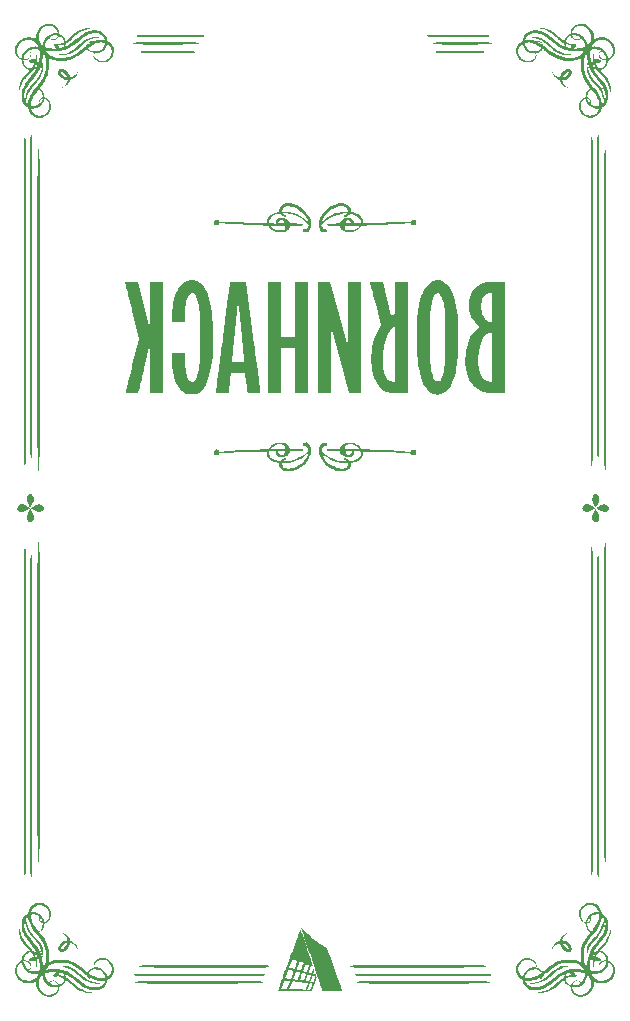
<source format=gbo>
G04 #@! TF.GenerationSoftware,KiCad,Pcbnew,7.0.1-0*
G04 #@! TF.CreationDate,2023-06-22T23:02:25+02:00*
G04 #@! TF.ProjectId,nfc_reader,6e66635f-7265-4616-9465-722e6b696361,1.1*
G04 #@! TF.SameCoordinates,PX354a940PY3072580*
G04 #@! TF.FileFunction,Legend,Bot*
G04 #@! TF.FilePolarity,Positive*
%FSLAX46Y46*%
G04 Gerber Fmt 4.6, Leading zero omitted, Abs format (unit mm)*
G04 Created by KiCad (PCBNEW 7.0.1-0) date 2023-06-22 23:02:25*
%MOMM*%
%LPD*%
G01*
G04 APERTURE LIST*
%ADD10C,0.650000*%
G04 APERTURE END LIST*
G04 #@! TO.C,G\u002A\u002A\u002A*
G36*
X29037573Y-26227566D02*
G01*
X29802440Y-28976231D01*
X29803728Y-26227566D01*
X29805015Y-23478900D01*
X30345215Y-23478900D01*
X30885415Y-23478900D01*
X30885415Y-28181819D01*
X30885415Y-32884738D01*
X30371695Y-32884607D01*
X29857976Y-32884475D01*
X29105932Y-30056824D01*
X28353889Y-27229172D01*
X28348516Y-30056955D01*
X28343143Y-32884738D01*
X27792427Y-32884738D01*
X27241712Y-32884738D01*
X27241712Y-28181819D01*
X27241712Y-23478900D01*
X27757209Y-23478900D01*
X28272705Y-23478900D01*
X29037573Y-26227566D01*
G37*
G36*
X24106433Y-25809175D02*
G01*
X24106433Y-28139450D01*
X24699594Y-28139450D01*
X25292755Y-28139450D01*
X25292755Y-25809175D01*
X25292755Y-23478900D01*
X25843547Y-23478900D01*
X26394339Y-23478900D01*
X26394339Y-28181819D01*
X26394339Y-32884738D01*
X25843547Y-32884738D01*
X25292755Y-32884738D01*
X25292755Y-30988741D01*
X25292755Y-29092745D01*
X24699594Y-29092745D01*
X24106433Y-29092745D01*
X24106433Y-30988741D01*
X24106433Y-32884738D01*
X23566232Y-32884738D01*
X23026032Y-32884738D01*
X23026032Y-28181819D01*
X23026032Y-23478900D01*
X23566232Y-23478900D01*
X24106433Y-23478900D01*
X24106433Y-25809175D01*
G37*
G36*
X2957201Y-41458062D02*
G01*
X2976310Y-41469123D01*
X3042716Y-41519624D01*
X3100717Y-41578651D01*
X3131792Y-41620863D01*
X3154173Y-41667876D01*
X3166349Y-41727209D01*
X3172929Y-41813882D01*
X3173996Y-41856641D01*
X3160738Y-42001831D01*
X3119802Y-42152765D01*
X3049045Y-42315909D01*
X2946326Y-42497727D01*
X2890336Y-42588364D01*
X2845667Y-42532912D01*
X2837917Y-42522814D01*
X2793679Y-42453138D01*
X2743250Y-42358975D01*
X2692869Y-42253268D01*
X2648776Y-42148962D01*
X2617211Y-42059000D01*
X2591602Y-41946330D01*
X2585567Y-41798709D01*
X2615334Y-41670000D01*
X2680311Y-41562313D01*
X2779908Y-41477756D01*
X2878034Y-41416978D01*
X2957201Y-41458062D01*
G37*
G36*
X51556476Y-42317620D02*
G01*
X51647794Y-42349861D01*
X51735038Y-42404892D01*
X51808871Y-42474782D01*
X51859959Y-42551598D01*
X51878968Y-42627408D01*
X51868136Y-42683826D01*
X51828390Y-42763370D01*
X51768156Y-42839052D01*
X51696682Y-42897189D01*
X51594539Y-42937285D01*
X51465917Y-42946745D01*
X51319523Y-42923013D01*
X51158955Y-42866689D01*
X50987811Y-42778378D01*
X50978821Y-42773001D01*
X50908108Y-42728227D01*
X50851014Y-42688007D01*
X50819177Y-42660478D01*
X50806095Y-42641523D01*
X50808151Y-42616825D01*
X50842089Y-42585483D01*
X50843332Y-42584526D01*
X50940343Y-42519964D01*
X51057540Y-42457085D01*
X51183932Y-42400393D01*
X51308526Y-42354391D01*
X51420330Y-42323585D01*
X51508351Y-42312477D01*
X51556476Y-42317620D01*
G37*
G36*
X50812581Y-41458062D02*
G01*
X50831690Y-41469123D01*
X50898096Y-41519624D01*
X50956097Y-41578651D01*
X50987171Y-41620863D01*
X51009552Y-41667876D01*
X51021728Y-41727209D01*
X51028309Y-41813882D01*
X51029180Y-41838224D01*
X51018360Y-41988255D01*
X50978308Y-42143824D01*
X50907035Y-42310942D01*
X50802548Y-42495621D01*
X50782119Y-42526079D01*
X50750481Y-42563672D01*
X50730989Y-42574010D01*
X50724674Y-42568707D01*
X50695462Y-42529752D01*
X50655951Y-42464286D01*
X50611099Y-42381699D01*
X50565862Y-42291384D01*
X50525197Y-42202733D01*
X50494062Y-42125135D01*
X50489808Y-42113070D01*
X50447126Y-41946314D01*
X50440624Y-41798068D01*
X50470012Y-41669669D01*
X50534997Y-41562453D01*
X50635288Y-41477756D01*
X50733414Y-41416978D01*
X50812581Y-41458062D01*
G37*
G36*
X3701096Y-42317620D02*
G01*
X3792415Y-42349861D01*
X3879658Y-42404892D01*
X3953492Y-42474782D01*
X4004580Y-42551598D01*
X4023588Y-42627408D01*
X4012756Y-42683826D01*
X3973011Y-42763370D01*
X3912777Y-42839052D01*
X3841302Y-42897189D01*
X3792442Y-42920768D01*
X3677134Y-42945386D01*
X3544347Y-42940645D01*
X3402937Y-42906359D01*
X3342625Y-42882678D01*
X3253306Y-42840940D01*
X3160033Y-42791839D01*
X3073533Y-42741383D01*
X3004532Y-42695578D01*
X2963758Y-42660431D01*
X2950726Y-42641545D01*
X2952773Y-42616835D01*
X2986709Y-42585483D01*
X2987953Y-42584526D01*
X3084963Y-42519964D01*
X3202161Y-42457085D01*
X3328553Y-42400393D01*
X3453147Y-42354391D01*
X3564950Y-42323585D01*
X3652971Y-42312477D01*
X3701096Y-42317620D01*
G37*
G36*
X50119334Y-42336076D02*
G01*
X50261869Y-42380332D01*
X50267143Y-42382552D01*
X50328408Y-42411667D01*
X50403867Y-42451715D01*
X50484910Y-42497574D01*
X50562929Y-42544123D01*
X50629315Y-42586240D01*
X50675460Y-42618803D01*
X50692755Y-42636691D01*
X50679361Y-42649999D01*
X50638600Y-42679831D01*
X50580081Y-42719261D01*
X50513611Y-42761867D01*
X50449000Y-42801228D01*
X50396056Y-42830923D01*
X50369879Y-42843764D01*
X50294479Y-42876895D01*
X50216107Y-42907525D01*
X50190018Y-42916086D01*
X50086362Y-42937791D01*
X49977768Y-42945329D01*
X49879071Y-42938373D01*
X49805106Y-42916596D01*
X49746325Y-42875646D01*
X49681661Y-42811537D01*
X49628368Y-42740993D01*
X49598820Y-42678306D01*
X49596383Y-42663808D01*
X49606186Y-42593451D01*
X49642699Y-42514377D01*
X49699134Y-42438585D01*
X49768704Y-42378071D01*
X49861220Y-42337261D01*
X49983087Y-42321706D01*
X50119334Y-42336076D01*
G37*
G36*
X2263954Y-42336076D02*
G01*
X2406490Y-42380332D01*
X2411763Y-42382552D01*
X2473029Y-42411667D01*
X2548487Y-42451715D01*
X2629530Y-42497574D01*
X2707549Y-42544123D01*
X2773936Y-42586240D01*
X2820080Y-42618803D01*
X2837375Y-42636691D01*
X2823981Y-42649999D01*
X2783221Y-42679831D01*
X2724701Y-42719261D01*
X2658232Y-42761867D01*
X2593621Y-42801228D01*
X2540677Y-42830923D01*
X2514500Y-42843764D01*
X2439100Y-42876895D01*
X2360728Y-42907525D01*
X2334638Y-42916086D01*
X2230983Y-42937791D01*
X2122388Y-42945329D01*
X2023691Y-42938373D01*
X1949726Y-42916596D01*
X1890945Y-42875646D01*
X1826281Y-42811537D01*
X1772989Y-42740993D01*
X1743440Y-42678306D01*
X1741004Y-42663808D01*
X1750806Y-42593451D01*
X1787319Y-42514377D01*
X1843755Y-42438585D01*
X1913324Y-42378071D01*
X2005841Y-42337261D01*
X2127707Y-42321706D01*
X2263954Y-42336076D01*
G37*
G36*
X50746545Y-42700175D02*
G01*
X50767108Y-42727313D01*
X50801161Y-42783815D01*
X50844491Y-42862391D01*
X50892882Y-42955749D01*
X50941058Y-43052493D01*
X50977781Y-43131649D01*
X51001343Y-43194037D01*
X51015091Y-43250503D01*
X51022369Y-43311895D01*
X51026523Y-43389059D01*
X51027886Y-43424639D01*
X51028724Y-43506459D01*
X51023229Y-43562993D01*
X51009405Y-43606894D01*
X50985258Y-43650813D01*
X50978248Y-43661531D01*
X50923921Y-43727874D01*
X50863390Y-43783215D01*
X50848272Y-43793597D01*
X50787212Y-43824568D01*
X50734821Y-43837032D01*
X50696042Y-43827980D01*
X50631823Y-43791853D01*
X50564629Y-43737182D01*
X50506023Y-43673731D01*
X50467563Y-43611267D01*
X50447641Y-43540332D01*
X50439934Y-43421027D01*
X50454406Y-43287577D01*
X50490443Y-43152294D01*
X50515183Y-43088454D01*
X50555313Y-42998929D01*
X50600576Y-42908711D01*
X50646547Y-42825701D01*
X50688799Y-42757798D01*
X50722905Y-42712903D01*
X50744440Y-42698918D01*
X50746545Y-42700175D01*
G37*
G36*
X2891106Y-42700126D02*
G01*
X2911600Y-42727101D01*
X2945596Y-42783465D01*
X2988873Y-42861920D01*
X3037212Y-42955164D01*
X3077863Y-43036675D01*
X3117382Y-43120772D01*
X3143130Y-43186469D01*
X3158554Y-43244667D01*
X3167101Y-43306267D01*
X3172218Y-43382170D01*
X3174318Y-43425832D01*
X3175402Y-43502634D01*
X3169341Y-43556996D01*
X3153810Y-43602704D01*
X3126486Y-43653548D01*
X3108102Y-43681895D01*
X3055117Y-43745978D01*
X3002072Y-43791898D01*
X2991887Y-43798178D01*
X2936839Y-43825426D01*
X2894580Y-43836675D01*
X2861629Y-43832335D01*
X2788044Y-43799836D01*
X2713213Y-43743501D01*
X2648608Y-43672831D01*
X2605695Y-43597329D01*
X2588335Y-43523068D01*
X2584860Y-43407744D01*
X2600731Y-43279693D01*
X2635064Y-43152294D01*
X2659804Y-43088454D01*
X2699934Y-42998929D01*
X2745197Y-42908711D01*
X2791167Y-42825701D01*
X2833419Y-42757798D01*
X2867526Y-42712903D01*
X2889061Y-42698918D01*
X2891106Y-42700126D01*
G37*
G36*
X22703223Y-82098081D02*
G01*
X22773254Y-82113975D01*
X22846607Y-82132923D01*
X22894353Y-82148183D01*
X22908523Y-82157450D01*
X22901978Y-82161068D01*
X22862085Y-82174832D01*
X22795509Y-82193992D01*
X22712316Y-82215566D01*
X22528201Y-82261073D01*
X17259407Y-82263231D01*
X11990614Y-82265389D01*
X11777964Y-82220108D01*
X11713263Y-82205543D01*
X11636872Y-82185873D01*
X11584655Y-82169276D01*
X11565315Y-82158285D01*
X11565394Y-82157713D01*
X11586448Y-82143997D01*
X11637573Y-82124572D01*
X11708309Y-82103450D01*
X11708325Y-82103446D01*
X11724877Y-82099400D01*
X11744250Y-82095644D01*
X11768027Y-82092163D01*
X11797789Y-82088946D01*
X11835118Y-82085979D01*
X11881596Y-82083249D01*
X11938805Y-82080743D01*
X12008327Y-82078447D01*
X12091744Y-82076349D01*
X12190637Y-82074436D01*
X12306589Y-82072695D01*
X12441181Y-82071111D01*
X12595996Y-82069673D01*
X12772615Y-82068367D01*
X12972619Y-82067181D01*
X13197592Y-82066100D01*
X13449114Y-82065112D01*
X13728769Y-82064204D01*
X14038136Y-82063363D01*
X14378799Y-82062575D01*
X14752340Y-82061828D01*
X15160339Y-82061108D01*
X15604380Y-82060402D01*
X16086044Y-82059698D01*
X16606912Y-82058982D01*
X17168568Y-82058241D01*
X22485832Y-82051322D01*
X22703223Y-82098081D01*
G37*
G36*
X8678608Y-2750654D02*
G01*
X8779577Y-2766771D01*
X8563018Y-2805967D01*
X8299170Y-2865532D01*
X7987796Y-2968489D01*
X7698635Y-3101572D01*
X7437546Y-3262407D01*
X7417976Y-3276798D01*
X7343386Y-3336748D01*
X7252152Y-3415489D01*
X7154038Y-3504446D01*
X7058806Y-3595045D01*
X6984615Y-3666399D01*
X6817453Y-3816102D01*
X6662299Y-3936861D01*
X6511774Y-4033634D01*
X6358497Y-4111374D01*
X6195090Y-4175038D01*
X6056181Y-4215255D01*
X5893932Y-4249934D01*
X5739627Y-4271697D01*
X5712676Y-4273410D01*
X5634943Y-4273690D01*
X5543605Y-4269921D01*
X5452656Y-4263050D01*
X5376089Y-4254025D01*
X5327896Y-4243796D01*
X5323230Y-4241526D01*
X5331677Y-4232592D01*
X5377611Y-4223431D01*
X5457205Y-4214897D01*
X5511832Y-4209497D01*
X5777101Y-4160961D01*
X6041546Y-4077959D01*
X6293252Y-3964849D01*
X6520301Y-3825990D01*
X6567484Y-3789838D01*
X6647713Y-3723026D01*
X6743401Y-3639269D01*
X6846378Y-3545747D01*
X6948474Y-3449644D01*
X7040104Y-3363361D01*
X7192449Y-3229924D01*
X7333375Y-3122112D01*
X7471392Y-3034201D01*
X7615011Y-2960469D01*
X7772739Y-2895189D01*
X7838105Y-2871836D01*
X8020582Y-2817624D01*
X8205958Y-2776791D01*
X8384146Y-2750945D01*
X8545058Y-2741696D01*
X8678608Y-2750654D01*
G37*
G36*
X45436421Y-2743697D02*
G01*
X45536618Y-2749912D01*
X45645986Y-2761275D01*
X45828541Y-2792439D01*
X46114850Y-2874078D01*
X46391833Y-2992688D01*
X46651182Y-3145098D01*
X46698166Y-3180173D01*
X46775637Y-3244069D01*
X46868804Y-3325341D01*
X46969863Y-3417156D01*
X47071011Y-3512683D01*
X47079759Y-3521107D01*
X47247208Y-3675843D01*
X47398321Y-3801173D01*
X47540424Y-3902334D01*
X47680843Y-3984563D01*
X47826905Y-4053099D01*
X47981430Y-4110539D01*
X48231547Y-4177257D01*
X48479232Y-4213588D01*
X48514916Y-4216716D01*
X48587153Y-4224780D01*
X48634945Y-4232685D01*
X48649377Y-4239097D01*
X48628700Y-4245904D01*
X48576533Y-4255384D01*
X48505812Y-4264646D01*
X48311301Y-4273621D01*
X48057912Y-4250809D01*
X47805711Y-4191218D01*
X47563709Y-4096458D01*
X47482684Y-4056238D01*
X47361220Y-3988360D01*
X47246478Y-3912629D01*
X47130039Y-3822837D01*
X47003483Y-3712774D01*
X46858393Y-3576231D01*
X46798977Y-3519706D01*
X46698951Y-3427966D01*
X46603120Y-3343857D01*
X46520058Y-3274834D01*
X46458341Y-3228354D01*
X46350049Y-3159807D01*
X46116419Y-3037598D01*
X45862448Y-2933515D01*
X45601851Y-2852840D01*
X45348340Y-2800853D01*
X45334497Y-2798778D01*
X45256276Y-2784144D01*
X45215781Y-2770860D01*
X45208933Y-2759470D01*
X45231652Y-2750517D01*
X45279859Y-2744542D01*
X45349475Y-2742088D01*
X45436421Y-2743697D01*
G37*
G36*
X5850102Y-81394603D02*
G01*
X6059205Y-81436605D01*
X6260227Y-81500556D01*
X6272714Y-81505415D01*
X6430600Y-81575513D01*
X6581356Y-81660493D01*
X6732499Y-81765541D01*
X6891543Y-81895842D01*
X7066004Y-82056583D01*
X7227006Y-82205756D01*
X7399280Y-82349382D01*
X7564302Y-82467465D01*
X7730077Y-82565666D01*
X7904610Y-82649646D01*
X7995799Y-82686625D01*
X8158524Y-82743189D01*
X8327665Y-82792317D01*
X8488585Y-82829911D01*
X8626648Y-82851871D01*
X8680018Y-82859366D01*
X8735501Y-82872379D01*
X8762201Y-82885897D01*
X8752399Y-82893605D01*
X8702414Y-82898467D01*
X8611654Y-82898920D01*
X8480852Y-82894941D01*
X8292005Y-82881572D01*
X8061388Y-82845606D01*
X7846170Y-82786276D01*
X7633203Y-82700569D01*
X7593241Y-82681661D01*
X7457421Y-82609546D01*
X7326172Y-82525821D01*
X7191960Y-82424943D01*
X7047253Y-82301365D01*
X6884517Y-82149545D01*
X6800788Y-82070310D01*
X6701889Y-81979955D01*
X6610662Y-81899868D01*
X6534571Y-81836578D01*
X6481078Y-81796614D01*
X6415203Y-81754946D01*
X6198237Y-81638306D01*
X5973326Y-81545778D01*
X5750785Y-81481183D01*
X5540935Y-81448343D01*
X5458768Y-81440770D01*
X5384892Y-81431934D01*
X5337125Y-81423903D01*
X5328346Y-81421751D01*
X5306476Y-81413552D01*
X5318706Y-81405715D01*
X5368901Y-81394690D01*
X5454404Y-81381996D01*
X5644606Y-81375937D01*
X5850102Y-81394603D01*
G37*
G36*
X48444829Y-81381221D02*
G01*
X48529231Y-81386457D01*
X48597522Y-81393755D01*
X48640947Y-81402530D01*
X48650757Y-81412195D01*
X48646710Y-81414236D01*
X48610170Y-81422110D01*
X48545557Y-81431168D01*
X48463565Y-81439831D01*
X48261850Y-81467079D01*
X48005142Y-81531179D01*
X47760903Y-81628773D01*
X47524843Y-81762014D01*
X47292669Y-81933055D01*
X47060089Y-82144050D01*
X46952360Y-82248875D01*
X46832945Y-82358745D01*
X46726244Y-82447587D01*
X46624018Y-82521730D01*
X46518030Y-82587504D01*
X46400043Y-82651238D01*
X46261343Y-82717597D01*
X46027514Y-82806469D01*
X45785926Y-82868000D01*
X45762664Y-82872153D01*
X45686215Y-82881957D01*
X45595145Y-82889764D01*
X45497575Y-82895366D01*
X45401628Y-82898556D01*
X45315424Y-82899128D01*
X45247084Y-82896873D01*
X45204730Y-82891584D01*
X45196483Y-82883053D01*
X45202635Y-82879591D01*
X45244051Y-82867298D01*
X45312431Y-82853045D01*
X45396674Y-82839263D01*
X45473555Y-82825985D01*
X45644460Y-82785063D01*
X45826943Y-82728993D01*
X46005018Y-82662932D01*
X46162702Y-82592040D01*
X46269538Y-82535278D01*
X46421579Y-82442105D01*
X46571008Y-82333756D01*
X46726678Y-82203641D01*
X46897446Y-82045168D01*
X46987806Y-81958799D01*
X47096587Y-81858591D01*
X47189756Y-81779300D01*
X47275211Y-81715123D01*
X47360853Y-81660255D01*
X47454580Y-81608893D01*
X47564292Y-81555234D01*
X47667467Y-81509082D01*
X47844126Y-81444846D01*
X48016828Y-81404041D01*
X48202170Y-81382162D01*
X48262692Y-81379279D01*
X48353065Y-81378633D01*
X48444829Y-81381221D01*
G37*
G36*
X39851229Y-3904501D02*
G01*
X40085870Y-3904799D01*
X40287505Y-3905358D01*
X40459269Y-3906248D01*
X40604295Y-3907543D01*
X40725716Y-3909314D01*
X40826666Y-3911633D01*
X40910280Y-3914574D01*
X40979689Y-3918207D01*
X41038029Y-3922606D01*
X41088433Y-3927842D01*
X41134034Y-3933988D01*
X41177967Y-3941115D01*
X41223363Y-3949296D01*
X41314992Y-3967213D01*
X41398439Y-3985505D01*
X41458165Y-4000840D01*
X41485155Y-4011091D01*
X41485912Y-4011865D01*
X41484158Y-4019873D01*
X41463075Y-4029886D01*
X41418204Y-4043079D01*
X41345084Y-4060627D01*
X41239256Y-4083703D01*
X41096257Y-4113482D01*
X41091591Y-4114213D01*
X41046132Y-4117354D01*
X40962333Y-4120373D01*
X40843475Y-4123231D01*
X40692836Y-4125887D01*
X40513698Y-4128301D01*
X40309338Y-4130434D01*
X40083038Y-4132245D01*
X39838076Y-4133694D01*
X39577732Y-4134741D01*
X39305286Y-4135347D01*
X37609643Y-4137616D01*
X37337620Y-4085365D01*
X37318130Y-4081603D01*
X37218431Y-4061714D01*
X37136164Y-4044264D01*
X37079405Y-4031018D01*
X37056228Y-4023747D01*
X37055693Y-4023166D01*
X37058640Y-4014213D01*
X37084731Y-4003312D01*
X37138632Y-3989229D01*
X37225008Y-3970735D01*
X37348525Y-3946596D01*
X37373980Y-3941856D01*
X37415610Y-3934818D01*
X37459323Y-3928722D01*
X37508219Y-3923502D01*
X37565395Y-3919088D01*
X37633951Y-3915413D01*
X37716986Y-3912410D01*
X37817598Y-3910009D01*
X37938887Y-3908144D01*
X38083952Y-3906747D01*
X38255890Y-3905749D01*
X38457802Y-3905082D01*
X38692785Y-3904680D01*
X38963940Y-3904473D01*
X39274364Y-3904394D01*
X39580449Y-3904390D01*
X39851229Y-3904501D01*
G37*
G36*
X2417453Y-45847925D02*
G01*
X2427791Y-45886405D01*
X2441912Y-45956060D01*
X2458269Y-46048844D01*
X2475315Y-46156715D01*
X2519713Y-46453295D01*
X2520072Y-59810009D01*
X2520431Y-73166723D01*
X2473836Y-73468600D01*
X2466679Y-73513890D01*
X2449375Y-73615048D01*
X2433583Y-73696464D01*
X2420807Y-73750740D01*
X2412549Y-73770476D01*
X2405940Y-73759465D01*
X2392567Y-73714507D01*
X2376010Y-73642905D01*
X2358431Y-73553337D01*
X2358048Y-73551215D01*
X2355413Y-73535504D01*
X2352897Y-73517860D01*
X2350497Y-73497298D01*
X2348211Y-73472831D01*
X2346035Y-73443472D01*
X2343966Y-73408236D01*
X2342000Y-73366136D01*
X2340133Y-73316186D01*
X2338364Y-73257400D01*
X2336688Y-73188792D01*
X2335102Y-73109374D01*
X2333602Y-73018162D01*
X2332186Y-72914168D01*
X2330850Y-72796407D01*
X2329591Y-72663893D01*
X2328405Y-72515638D01*
X2327289Y-72350657D01*
X2326240Y-72167963D01*
X2325255Y-71966571D01*
X2324329Y-71745494D01*
X2323461Y-71503746D01*
X2322646Y-71240340D01*
X2321881Y-70954291D01*
X2321162Y-70644611D01*
X2320488Y-70310316D01*
X2319853Y-69950417D01*
X2319256Y-69563931D01*
X2318692Y-69149869D01*
X2318158Y-68707246D01*
X2317651Y-68235076D01*
X2317168Y-67732372D01*
X2316704Y-67198148D01*
X2316258Y-66631418D01*
X2315826Y-66031195D01*
X2315403Y-65396494D01*
X2314988Y-64726328D01*
X2314576Y-64019711D01*
X2314165Y-63275656D01*
X2313751Y-62493178D01*
X2313330Y-61671290D01*
X2312900Y-60809005D01*
X2312457Y-59905339D01*
X2305908Y-46474480D01*
X2352564Y-46150540D01*
X2362524Y-46084116D01*
X2379202Y-45984278D01*
X2394424Y-45906425D01*
X2406833Y-45857230D01*
X2415070Y-45843368D01*
X2417453Y-45847925D01*
G37*
G36*
X14128618Y-28181819D02*
G01*
X14128618Y-32884738D01*
X13577825Y-32884738D01*
X13027033Y-32884738D01*
X13025700Y-30792787D01*
X13024367Y-28700835D01*
X12612914Y-30427357D01*
X12587949Y-30532118D01*
X12523060Y-30804417D01*
X12459577Y-31070834D01*
X12398435Y-31327442D01*
X12340569Y-31570317D01*
X12286915Y-31795532D01*
X12238408Y-31999161D01*
X12195982Y-32177279D01*
X12160574Y-32325960D01*
X12133119Y-32441279D01*
X12114550Y-32519309D01*
X12027640Y-32884738D01*
X11477285Y-32884738D01*
X11434823Y-32884732D01*
X11277076Y-32884474D01*
X11155958Y-32883606D01*
X11066812Y-32881808D01*
X11004981Y-32878760D01*
X10965810Y-32874141D01*
X10944643Y-32867632D01*
X10936822Y-32858914D01*
X10937692Y-32847666D01*
X10937950Y-32846735D01*
X10945715Y-32816729D01*
X10963084Y-32748663D01*
X10989378Y-32645225D01*
X11023915Y-32509105D01*
X11066014Y-32342992D01*
X11114995Y-32149574D01*
X11170177Y-31931541D01*
X11230879Y-31691581D01*
X11296421Y-31432384D01*
X11366121Y-31156639D01*
X11439299Y-30867034D01*
X11515275Y-30566258D01*
X12082096Y-28321924D01*
X11484142Y-25926892D01*
X11442913Y-25761686D01*
X11366882Y-25456652D01*
X11294122Y-25164265D01*
X11225271Y-24887111D01*
X11160968Y-24627777D01*
X11101850Y-24388849D01*
X11048555Y-24172915D01*
X11001722Y-23982560D01*
X10961987Y-23820372D01*
X10929990Y-23688938D01*
X10906368Y-23590844D01*
X10891760Y-23528677D01*
X10886802Y-23505023D01*
X10890303Y-23499408D01*
X10911201Y-23492327D01*
X10954433Y-23487248D01*
X11024005Y-23484015D01*
X11123917Y-23482473D01*
X11258175Y-23482467D01*
X11430780Y-23483838D01*
X11974144Y-23489492D01*
X12495292Y-25509635D01*
X13016441Y-27529779D01*
X13021843Y-25504339D01*
X13027246Y-23478900D01*
X13577932Y-23478900D01*
X14128618Y-23478900D01*
X14128618Y-28181819D01*
G37*
G36*
X39544788Y-2548857D02*
G01*
X39850585Y-2548976D01*
X40120125Y-2549228D01*
X40356033Y-2549659D01*
X40560932Y-2550316D01*
X40737446Y-2551244D01*
X40888197Y-2552492D01*
X41015809Y-2554104D01*
X41122906Y-2556127D01*
X41212111Y-2558609D01*
X41286048Y-2561594D01*
X41347339Y-2565131D01*
X41398609Y-2569264D01*
X41442481Y-2574041D01*
X41481578Y-2579508D01*
X41518523Y-2585712D01*
X41555941Y-2592698D01*
X41633685Y-2608442D01*
X41716228Y-2627256D01*
X41775749Y-2643312D01*
X41802901Y-2654279D01*
X41805392Y-2657436D01*
X41803019Y-2665306D01*
X41784391Y-2674310D01*
X41744432Y-2685785D01*
X41678065Y-2701072D01*
X41580213Y-2721508D01*
X41445799Y-2748432D01*
X41421330Y-2752416D01*
X41379846Y-2756894D01*
X41323984Y-2760863D01*
X41251411Y-2764354D01*
X41159796Y-2767399D01*
X41046804Y-2770027D01*
X40910104Y-2772271D01*
X40747364Y-2774162D01*
X40556250Y-2775731D01*
X40334430Y-2777008D01*
X40079572Y-2778025D01*
X39789343Y-2778814D01*
X39461411Y-2779404D01*
X39093442Y-2779828D01*
X36889376Y-2781819D01*
X36614877Y-2728974D01*
X36592983Y-2724764D01*
X36493137Y-2705713D01*
X36410817Y-2690240D01*
X36354045Y-2679842D01*
X36330845Y-2676013D01*
X36328713Y-2674143D01*
X36341437Y-2656308D01*
X36362687Y-2646863D01*
X36418614Y-2630954D01*
X36499033Y-2612147D01*
X36594589Y-2592787D01*
X36607011Y-2590460D01*
X36644660Y-2583726D01*
X36682627Y-2577759D01*
X36723538Y-2572515D01*
X36770024Y-2567946D01*
X36824711Y-2564005D01*
X36890229Y-2560647D01*
X36969204Y-2557825D01*
X37064267Y-2555491D01*
X37178044Y-2553601D01*
X37313164Y-2552106D01*
X37472255Y-2550961D01*
X37657945Y-2550119D01*
X37872863Y-2549533D01*
X38119637Y-2549157D01*
X38400895Y-2548945D01*
X38719265Y-2548850D01*
X39077376Y-2548824D01*
X39200112Y-2548824D01*
X39544788Y-2548857D01*
G37*
G36*
X14794223Y-3904651D02*
G01*
X15086628Y-3904771D01*
X15342335Y-3905039D01*
X15564226Y-3905515D01*
X15755186Y-3906257D01*
X15918098Y-3907324D01*
X16055844Y-3908776D01*
X16171308Y-3910670D01*
X16267374Y-3913066D01*
X16346923Y-3916023D01*
X16412841Y-3919600D01*
X16468009Y-3923856D01*
X16515311Y-3928849D01*
X16557630Y-3934638D01*
X16597850Y-3941282D01*
X16638853Y-3948841D01*
X16648747Y-3950717D01*
X16764496Y-3972938D01*
X16845831Y-3990553D01*
X16891735Y-4005417D01*
X16901192Y-4019390D01*
X16873186Y-4034327D01*
X16806699Y-4052087D01*
X16700717Y-4074527D01*
X16554222Y-4103504D01*
X16545049Y-4104944D01*
X16487507Y-4109677D01*
X16392494Y-4114080D01*
X16263805Y-4118141D01*
X16105232Y-4121849D01*
X15920566Y-4125193D01*
X15713602Y-4128161D01*
X15488131Y-4130744D01*
X15247945Y-4132929D01*
X14996839Y-4134705D01*
X14738604Y-4136061D01*
X14477032Y-4136986D01*
X14215917Y-4137469D01*
X13959051Y-4137499D01*
X13710227Y-4137065D01*
X13473236Y-4136155D01*
X13251873Y-4134758D01*
X13049929Y-4132863D01*
X12871198Y-4130459D01*
X12719471Y-4127535D01*
X12598541Y-4124079D01*
X12512201Y-4120081D01*
X12464243Y-4115530D01*
X12450245Y-4113060D01*
X12299845Y-4084952D01*
X12183030Y-4059988D01*
X12101912Y-4038717D01*
X12058603Y-4021686D01*
X12055215Y-4009442D01*
X12077681Y-4001523D01*
X12135745Y-3986520D01*
X12217663Y-3968124D01*
X12313478Y-3948678D01*
X12352447Y-3941364D01*
X12391971Y-3934707D01*
X12433587Y-3928904D01*
X12480171Y-3923898D01*
X12534601Y-3919631D01*
X12599754Y-3916042D01*
X12678506Y-3913075D01*
X12773734Y-3910670D01*
X12888315Y-3908768D01*
X13025127Y-3907310D01*
X13187046Y-3906239D01*
X13376949Y-3905495D01*
X13597712Y-3905020D01*
X13852214Y-3904755D01*
X14143330Y-3904642D01*
X14473938Y-3904621D01*
X14794223Y-3904651D01*
G37*
G36*
X14819852Y-2548827D02*
G01*
X15184906Y-2548862D01*
X15510842Y-2548968D01*
X15800131Y-2549184D01*
X16055246Y-2549550D01*
X16278658Y-2550107D01*
X16472839Y-2550894D01*
X16640262Y-2551950D01*
X16783398Y-2553317D01*
X16904718Y-2555033D01*
X17006695Y-2557138D01*
X17091801Y-2559673D01*
X17162507Y-2562677D01*
X17221286Y-2566190D01*
X17270609Y-2570253D01*
X17312948Y-2574903D01*
X17350775Y-2580183D01*
X17386561Y-2586131D01*
X17422780Y-2592787D01*
X17504431Y-2609059D01*
X17587258Y-2627666D01*
X17646852Y-2643514D01*
X17673960Y-2654335D01*
X17676574Y-2657687D01*
X17674003Y-2665456D01*
X17655278Y-2674342D01*
X17615299Y-2685676D01*
X17548969Y-2700793D01*
X17451188Y-2721026D01*
X17316858Y-2747707D01*
X17300287Y-2750504D01*
X17262742Y-2754839D01*
X17211274Y-2758714D01*
X17143694Y-2762156D01*
X17057816Y-2765189D01*
X16951450Y-2767841D01*
X16822408Y-2770138D01*
X16668503Y-2772105D01*
X16487547Y-2773769D01*
X16277350Y-2775156D01*
X16035726Y-2776292D01*
X15760485Y-2777203D01*
X15449441Y-2777916D01*
X15100404Y-2778457D01*
X14711187Y-2778851D01*
X12253805Y-2780828D01*
X11989001Y-2728444D01*
X11975164Y-2725709D01*
X11876305Y-2706320D01*
X11794489Y-2690527D01*
X11737886Y-2679892D01*
X11714664Y-2675979D01*
X11712533Y-2674112D01*
X11725257Y-2656251D01*
X11745169Y-2647160D01*
X11800042Y-2631189D01*
X11879532Y-2612230D01*
X11974189Y-2592698D01*
X11985896Y-2590465D01*
X12021069Y-2584046D01*
X12056658Y-2578322D01*
X12095130Y-2573254D01*
X12138955Y-2568801D01*
X12190598Y-2564924D01*
X12252529Y-2561583D01*
X12327214Y-2558738D01*
X12417122Y-2556350D01*
X12524721Y-2554378D01*
X12652478Y-2552784D01*
X12802862Y-2551526D01*
X12978339Y-2550566D01*
X13181378Y-2549864D01*
X13414447Y-2549379D01*
X13680013Y-2549073D01*
X13980544Y-2548905D01*
X14318509Y-2548835D01*
X14696374Y-2548824D01*
X14819852Y-2548827D01*
G37*
G36*
X25814874Y-78157479D02*
G01*
X25854777Y-78191480D01*
X25916989Y-78248198D01*
X25997599Y-78324007D01*
X26092701Y-78415278D01*
X26198384Y-78518382D01*
X26270781Y-78589064D01*
X26395665Y-78709041D01*
X26520228Y-78826562D01*
X26637074Y-78934738D01*
X26738805Y-79026681D01*
X26818026Y-79095501D01*
X26898806Y-79161328D01*
X27064506Y-79287819D01*
X27246998Y-79418358D01*
X27434311Y-79544736D01*
X27614477Y-79658743D01*
X27775527Y-79752172D01*
X27825904Y-79780347D01*
X27906047Y-79830711D01*
X27955133Y-79872239D01*
X27978886Y-79909356D01*
X27988029Y-79934569D01*
X28010867Y-79997287D01*
X28046160Y-80094100D01*
X28092834Y-80222066D01*
X28149816Y-80378242D01*
X28216030Y-80559685D01*
X28290404Y-80763452D01*
X28371863Y-80986601D01*
X28459334Y-81226187D01*
X28551741Y-81479269D01*
X28648012Y-81742902D01*
X28740536Y-81996458D01*
X28832239Y-82248174D01*
X28918676Y-82485841D01*
X28998812Y-82706600D01*
X29071616Y-82907592D01*
X29136054Y-83085957D01*
X29191092Y-83238834D01*
X29235698Y-83363364D01*
X29268839Y-83456688D01*
X29289481Y-83515944D01*
X29296591Y-83538274D01*
X29276413Y-83542884D01*
X29217346Y-83547051D01*
X29122900Y-83550643D01*
X28996587Y-83553579D01*
X28841918Y-83555776D01*
X28662406Y-83557155D01*
X28461563Y-83557632D01*
X27626534Y-83557632D01*
X27593270Y-83467599D01*
X27586990Y-83450101D01*
X27565800Y-83389228D01*
X27533117Y-83294092D01*
X27489905Y-83167553D01*
X27437127Y-83012474D01*
X27375749Y-82831714D01*
X27306734Y-82628137D01*
X27231048Y-82404603D01*
X27149653Y-82163973D01*
X27063516Y-81909110D01*
X26973598Y-81642875D01*
X26880866Y-81368129D01*
X26786284Y-81087733D01*
X26690814Y-80804550D01*
X26595423Y-80521440D01*
X26501074Y-80241265D01*
X26408732Y-79966887D01*
X26319360Y-79701166D01*
X26233923Y-79446965D01*
X26153386Y-79207145D01*
X26078712Y-78984567D01*
X26010867Y-78782093D01*
X25950813Y-78602585D01*
X25899516Y-78448903D01*
X25857940Y-78323909D01*
X25827048Y-78230465D01*
X25807806Y-78171432D01*
X25801178Y-78149672D01*
X25814874Y-78157479D01*
G37*
G36*
X6226904Y-79451095D02*
G01*
X6214808Y-79507186D01*
X6202352Y-79556610D01*
X6142776Y-79710001D01*
X6056483Y-79858593D01*
X5950529Y-79993001D01*
X5831967Y-80103838D01*
X5707850Y-80181719D01*
X5689769Y-80189885D01*
X5572409Y-80225682D01*
X5469546Y-80223582D01*
X5377330Y-80183607D01*
X5368201Y-80177326D01*
X5288006Y-80097521D01*
X5245028Y-79997781D01*
X5239682Y-79892432D01*
X5495409Y-79892432D01*
X5511796Y-79940884D01*
X5532805Y-79962354D01*
X5559037Y-79963310D01*
X5605922Y-79943054D01*
X5615052Y-79938253D01*
X5682802Y-79889520D01*
X5760868Y-79816664D01*
X5839467Y-79730305D01*
X5908819Y-79641064D01*
X5959142Y-79559559D01*
X6014105Y-79451095D01*
X5956307Y-79468404D01*
X5892482Y-79490444D01*
X5755347Y-79559434D01*
X5639122Y-79648460D01*
X5550947Y-79751387D01*
X5497968Y-79862080D01*
X5495409Y-79892432D01*
X5239682Y-79892432D01*
X5238916Y-79877329D01*
X5239052Y-79875899D01*
X5273296Y-79732305D01*
X5344405Y-79598275D01*
X5447173Y-79478748D01*
X5576393Y-79378660D01*
X5726861Y-79302950D01*
X5893370Y-79256556D01*
X6031803Y-79232449D01*
X6010971Y-79154799D01*
X5959331Y-79030467D01*
X5870727Y-78900190D01*
X5750073Y-78770937D01*
X5601929Y-78648355D01*
X5565463Y-78619708D01*
X5557971Y-78605146D01*
X5580745Y-78601441D01*
X5583895Y-78601510D01*
X5635496Y-78614510D01*
X5709132Y-78645876D01*
X5793459Y-78689749D01*
X5877135Y-78740268D01*
X5948817Y-78791575D01*
X6024193Y-78861430D01*
X6117380Y-78985405D01*
X6194816Y-79142184D01*
X6218222Y-79196502D01*
X6246850Y-79244269D01*
X6281884Y-79272809D01*
X6334502Y-79294295D01*
X6428095Y-79333165D01*
X6572896Y-79424324D01*
X6695372Y-79541483D01*
X6786106Y-79676668D01*
X6815469Y-79740961D01*
X6844444Y-79817041D01*
X6866666Y-79888051D01*
X6878662Y-79942773D01*
X6876954Y-79969985D01*
X6868523Y-79965702D01*
X6843765Y-79934521D01*
X6810623Y-79882268D01*
X6753646Y-79795476D01*
X6628401Y-79655621D01*
X6483101Y-79548672D01*
X6322731Y-79478752D01*
X6227144Y-79449984D01*
X6226904Y-79451095D01*
G37*
G36*
X39800248Y-3184018D02*
G01*
X40105486Y-3184106D01*
X40373645Y-3184310D01*
X40607446Y-3184684D01*
X40809609Y-3185284D01*
X40982855Y-3186165D01*
X41129906Y-3187381D01*
X41253483Y-3188987D01*
X41356305Y-3191038D01*
X41441095Y-3193590D01*
X41510573Y-3196697D01*
X41567461Y-3200414D01*
X41614478Y-3204796D01*
X41654347Y-3209897D01*
X41689787Y-3215774D01*
X41723520Y-3222480D01*
X41758267Y-3230071D01*
X41817728Y-3243919D01*
X41893576Y-3263715D01*
X41945538Y-3280050D01*
X41964815Y-3290353D01*
X41960259Y-3294580D01*
X41924609Y-3308752D01*
X41861255Y-3327733D01*
X41779452Y-3348612D01*
X41754087Y-3354494D01*
X41722874Y-3361041D01*
X41689478Y-3366796D01*
X41651217Y-3371815D01*
X41605415Y-3376150D01*
X41549392Y-3379855D01*
X41480468Y-3382984D01*
X41395965Y-3385590D01*
X41293204Y-3387728D01*
X41169506Y-3389450D01*
X41022192Y-3390809D01*
X40848583Y-3391861D01*
X40646000Y-3392658D01*
X40411765Y-3393254D01*
X40143197Y-3393703D01*
X39837619Y-3394057D01*
X39492351Y-3394372D01*
X39155485Y-3394644D01*
X38849102Y-3394824D01*
X38579735Y-3394853D01*
X38344677Y-3394680D01*
X38141216Y-3394254D01*
X37966644Y-3393524D01*
X37818250Y-3392440D01*
X37693324Y-3390950D01*
X37589157Y-3389003D01*
X37503039Y-3386549D01*
X37432260Y-3383537D01*
X37374111Y-3379915D01*
X37325882Y-3375633D01*
X37284862Y-3370640D01*
X37248342Y-3364884D01*
X37213613Y-3358316D01*
X37177964Y-3350884D01*
X37113217Y-3336394D01*
X37036848Y-3317100D01*
X36984648Y-3301106D01*
X36965315Y-3290867D01*
X36976561Y-3283808D01*
X37021607Y-3269039D01*
X37093108Y-3250304D01*
X37182454Y-3230016D01*
X37216637Y-3222875D01*
X37251944Y-3216094D01*
X37288610Y-3210150D01*
X37329370Y-3204986D01*
X37376956Y-3200549D01*
X37434103Y-3196783D01*
X37503545Y-3193635D01*
X37588016Y-3191047D01*
X37690249Y-3188967D01*
X37812980Y-3187339D01*
X37958941Y-3186108D01*
X38130867Y-3185220D01*
X38331491Y-3184619D01*
X38563549Y-3184250D01*
X38829773Y-3184059D01*
X39132898Y-3183991D01*
X39475657Y-3183991D01*
X39800248Y-3184018D01*
G37*
G36*
X48700971Y-5744483D02*
G01*
X48699424Y-5792246D01*
X48683628Y-5884829D01*
X48647624Y-5974382D01*
X48592768Y-6064394D01*
X48482240Y-6186178D01*
X48346015Y-6286310D01*
X48193187Y-6358542D01*
X48032853Y-6396626D01*
X47915576Y-6410410D01*
X47929456Y-6476223D01*
X47937830Y-6508725D01*
X47991857Y-6629410D01*
X48081445Y-6756992D01*
X48202881Y-6886750D01*
X48352448Y-7013962D01*
X48366494Y-7024753D01*
X48396562Y-7049647D01*
X48394710Y-7056081D01*
X48362479Y-7049528D01*
X48266864Y-7016374D01*
X48150981Y-6957436D01*
X48038159Y-6883670D01*
X47944143Y-6804306D01*
X47910094Y-6768249D01*
X47839322Y-6679108D01*
X47781050Y-6586841D01*
X47741514Y-6502043D01*
X47726950Y-6435308D01*
X47722842Y-6412454D01*
X47696290Y-6386039D01*
X47636916Y-6363488D01*
X47576433Y-6342694D01*
X47430760Y-6266103D01*
X47301998Y-6161152D01*
X47196512Y-6034899D01*
X47120665Y-5894404D01*
X47080823Y-5746724D01*
X47068320Y-5652294D01*
X47124107Y-5755797D01*
X47143362Y-5789243D01*
X47244671Y-5921589D01*
X47372252Y-6036629D01*
X47515642Y-6126111D01*
X47664377Y-6181786D01*
X47687063Y-6186083D01*
X47710937Y-6180154D01*
X47711105Y-6179862D01*
X47951511Y-6179862D01*
X47967799Y-6190884D01*
X48011142Y-6180325D01*
X48086481Y-6148595D01*
X48173457Y-6103629D01*
X48293684Y-6013208D01*
X48385892Y-5899581D01*
X48397762Y-5879909D01*
X48431616Y-5807114D01*
X48446429Y-5744483D01*
X48441065Y-5700606D01*
X48414388Y-5684071D01*
X48401801Y-5684854D01*
X48333922Y-5709653D01*
X48250155Y-5770084D01*
X48148908Y-5867248D01*
X48141995Y-5874512D01*
X48071411Y-5951766D01*
X48023188Y-6013468D01*
X47989000Y-6071591D01*
X47960519Y-6138108D01*
X47957340Y-6146846D01*
X47951511Y-6179862D01*
X47711105Y-6179862D01*
X47727750Y-6150867D01*
X47745419Y-6089177D01*
X47773901Y-6005312D01*
X47838457Y-5877621D01*
X47923862Y-5750240D01*
X48022206Y-5633334D01*
X48125576Y-5537068D01*
X48226062Y-5471608D01*
X48316191Y-5441871D01*
X48424621Y-5429859D01*
X48466067Y-5430592D01*
X48521656Y-5439012D01*
X48566296Y-5463478D01*
X48619183Y-5512104D01*
X48625778Y-5518717D01*
X48668007Y-5564663D01*
X48690633Y-5604483D01*
X48699744Y-5654337D01*
X48701428Y-5730380D01*
X48700971Y-5744483D01*
G37*
G36*
X48698357Y-79894510D02*
G01*
X48701142Y-79913929D01*
X48700507Y-79940378D01*
X48678671Y-80055150D01*
X48627049Y-80143312D01*
X48547425Y-80201528D01*
X48503083Y-80215556D01*
X48408616Y-80223492D01*
X48308041Y-80211807D01*
X48220624Y-80181670D01*
X48182558Y-80159296D01*
X48082363Y-80081781D01*
X47982762Y-79981751D01*
X47895987Y-79870917D01*
X47869519Y-79830054D01*
X47814715Y-79733120D01*
X47769321Y-79636639D01*
X47738384Y-79551969D01*
X47726950Y-79490472D01*
X47726546Y-79481417D01*
X47952143Y-79481417D01*
X47961163Y-79511516D01*
X47989515Y-79569684D01*
X48045058Y-79663200D01*
X48158930Y-79801569D01*
X48291832Y-79911844D01*
X48329162Y-79935914D01*
X48389372Y-79968262D01*
X48425317Y-79972566D01*
X48442679Y-79948194D01*
X48447137Y-79894510D01*
X48431513Y-79824080D01*
X48383627Y-79739426D01*
X48310720Y-79654738D01*
X48220157Y-79578452D01*
X48119304Y-79519004D01*
X48076101Y-79500182D01*
X48015047Y-79477999D01*
X47975509Y-79469265D01*
X47961203Y-79470421D01*
X47952143Y-79481417D01*
X47726546Y-79481417D01*
X47726286Y-79475599D01*
X47717347Y-79461104D01*
X47689401Y-79462524D01*
X47631832Y-79478527D01*
X47529642Y-79517830D01*
X47376175Y-79611154D01*
X47238903Y-79737881D01*
X47124276Y-79892745D01*
X47066595Y-79988074D01*
X47079569Y-79896097D01*
X47080959Y-79886824D01*
X47124637Y-79739384D01*
X47204379Y-79599929D01*
X47314257Y-79475268D01*
X47448341Y-79372212D01*
X47600703Y-79297570D01*
X47653670Y-79276403D01*
X47709093Y-79244668D01*
X47726950Y-79215392D01*
X47727824Y-79203392D01*
X47747281Y-79139229D01*
X47787206Y-79058088D01*
X47840842Y-78971184D01*
X47901431Y-78889732D01*
X47962216Y-78824947D01*
X47982684Y-78807312D01*
X48061155Y-78748771D01*
X48149704Y-78692853D01*
X48237546Y-78645524D01*
X48313894Y-78612752D01*
X48367962Y-78600501D01*
X48370793Y-78600627D01*
X48376145Y-78612647D01*
X48346078Y-78644723D01*
X48280004Y-78697504D01*
X48226141Y-78740036D01*
X48086028Y-78877362D01*
X47986321Y-79022770D01*
X47927788Y-79175219D01*
X47925684Y-79184189D01*
X47923331Y-79211306D01*
X47937175Y-79228285D01*
X47975757Y-79240770D01*
X48047618Y-79254405D01*
X48107778Y-79267130D01*
X48269483Y-79323995D01*
X48412293Y-79407521D01*
X48531537Y-79512993D01*
X48622541Y-79635695D01*
X48680634Y-79770912D01*
X48698357Y-79894510D01*
G37*
G36*
X14359560Y-3184201D02*
G01*
X14440020Y-3184205D01*
X14799883Y-3184241D01*
X15120427Y-3184336D01*
X15404175Y-3184534D01*
X15653648Y-3184880D01*
X15871370Y-3185418D01*
X16059861Y-3186195D01*
X16221645Y-3187253D01*
X16359243Y-3188639D01*
X16475179Y-3190396D01*
X16571973Y-3192570D01*
X16652150Y-3195205D01*
X16718229Y-3198345D01*
X16772735Y-3202037D01*
X16818190Y-3206324D01*
X16857114Y-3211251D01*
X16892032Y-3216863D01*
X16925465Y-3223205D01*
X16959935Y-3230321D01*
X17030599Y-3245945D01*
X17107417Y-3265159D01*
X17159795Y-3281036D01*
X17179160Y-3291194D01*
X17172702Y-3296395D01*
X17133842Y-3310644D01*
X17067660Y-3329123D01*
X16983205Y-3349155D01*
X16954459Y-3355290D01*
X16923057Y-3361266D01*
X16889049Y-3366566D01*
X16849949Y-3371233D01*
X16803272Y-3375310D01*
X16746532Y-3378841D01*
X16677245Y-3381869D01*
X16592925Y-3384435D01*
X16491088Y-3386584D01*
X16369248Y-3388357D01*
X16224920Y-3389799D01*
X16055620Y-3390952D01*
X15858861Y-3391858D01*
X15632159Y-3392562D01*
X15373029Y-3393105D01*
X15078986Y-3393531D01*
X14747544Y-3393883D01*
X14376219Y-3394203D01*
X14223286Y-3394327D01*
X13868761Y-3394593D01*
X13553129Y-3394762D01*
X13273905Y-3394793D01*
X13028606Y-3394645D01*
X12814746Y-3394274D01*
X12629842Y-3393640D01*
X12471409Y-3392700D01*
X12336963Y-3391413D01*
X12224020Y-3389737D01*
X12130096Y-3387630D01*
X12052705Y-3385050D01*
X11989365Y-3381956D01*
X11937590Y-3378304D01*
X11894897Y-3374055D01*
X11858800Y-3369165D01*
X11826817Y-3363594D01*
X11796462Y-3357298D01*
X11765251Y-3350237D01*
X11711581Y-3337389D01*
X11636273Y-3317257D01*
X11584542Y-3300629D01*
X11565315Y-3290186D01*
X11574094Y-3284165D01*
X11616130Y-3269619D01*
X11684986Y-3250734D01*
X11771862Y-3230071D01*
X11779985Y-3228266D01*
X11812001Y-3221345D01*
X11843728Y-3215187D01*
X11877675Y-3209748D01*
X11916350Y-3204984D01*
X11962264Y-3200850D01*
X12017925Y-3197302D01*
X12085843Y-3194294D01*
X12168527Y-3191783D01*
X12268487Y-3189725D01*
X12388232Y-3188073D01*
X12530271Y-3186785D01*
X12697113Y-3185816D01*
X12891268Y-3185121D01*
X13115245Y-3184655D01*
X13371553Y-3184375D01*
X13662702Y-3184236D01*
X13991201Y-3184193D01*
X14359560Y-3184201D01*
G37*
G36*
X6221966Y-6148715D02*
G01*
X6232933Y-6173930D01*
X6248759Y-6192495D01*
X6268457Y-6188174D01*
X6318764Y-6172249D01*
X6384883Y-6148630D01*
X6395480Y-6144499D01*
X6508269Y-6083020D01*
X6621978Y-5993593D01*
X6724447Y-5887092D01*
X6803513Y-5774388D01*
X6834583Y-5722187D01*
X6862299Y-5681846D01*
X6876274Y-5669703D01*
X6877609Y-5671759D01*
X6877722Y-5704159D01*
X6866383Y-5761791D01*
X6846912Y-5832386D01*
X6822625Y-5903676D01*
X6796841Y-5963392D01*
X6707241Y-6096232D01*
X6583210Y-6214353D01*
X6433363Y-6308794D01*
X6418222Y-6316295D01*
X6345539Y-6350255D01*
X6287596Y-6374133D01*
X6255797Y-6383154D01*
X6243823Y-6384993D01*
X6226866Y-6403543D01*
X6222697Y-6423372D01*
X6206898Y-6474039D01*
X6183359Y-6540217D01*
X6176823Y-6556893D01*
X6098189Y-6696198D01*
X5983476Y-6823502D01*
X5837855Y-6933978D01*
X5666497Y-7022796D01*
X5662002Y-7024668D01*
X5588334Y-7051749D01*
X5550852Y-7057551D01*
X5549695Y-7043025D01*
X5584999Y-7009119D01*
X5656903Y-6956784D01*
X5777493Y-6858894D01*
X5885491Y-6737391D01*
X5967299Y-6606388D01*
X6015482Y-6475858D01*
X6030541Y-6409680D01*
X5915582Y-6397816D01*
X5830551Y-6382255D01*
X5689334Y-6331909D01*
X5553824Y-6256817D01*
X5439783Y-6164702D01*
X5383258Y-6102264D01*
X5305018Y-5986066D01*
X5256035Y-5868910D01*
X5235627Y-5755874D01*
X5236250Y-5747235D01*
X5493101Y-5747235D01*
X5508412Y-5804661D01*
X5543562Y-5871994D01*
X5595112Y-5943471D01*
X5659622Y-6013335D01*
X5733655Y-6075823D01*
X5813772Y-6125177D01*
X5888235Y-6160157D01*
X5953561Y-6182789D01*
X5986732Y-6179465D01*
X5988797Y-6148715D01*
X5960805Y-6089071D01*
X5903805Y-5999062D01*
X5874869Y-5958887D01*
X5807575Y-5879089D01*
X5733435Y-5804532D01*
X5660500Y-5742393D01*
X5596818Y-5699847D01*
X5550441Y-5684071D01*
X5535749Y-5685141D01*
X5501067Y-5705475D01*
X5493101Y-5747235D01*
X5236250Y-5747235D01*
X5243114Y-5652032D01*
X5277813Y-5562462D01*
X5339044Y-5492238D01*
X5426126Y-5446438D01*
X5538376Y-5430137D01*
X5614769Y-5439297D01*
X5732118Y-5484001D01*
X5848808Y-5560969D01*
X5959264Y-5664690D01*
X6057908Y-5789655D01*
X6139164Y-5930354D01*
X6197453Y-6081277D01*
X6212134Y-6126110D01*
X6221966Y-6148715D01*
G37*
G36*
X34889252Y-27204455D02*
G01*
X34889252Y-28181819D01*
X34889252Y-32884738D01*
X34153096Y-32884370D01*
X33993799Y-32884105D01*
X33801939Y-32882882D01*
X33643431Y-32880230D01*
X33513006Y-32875668D01*
X33405392Y-32868712D01*
X33315320Y-32858882D01*
X33237519Y-32845694D01*
X33166717Y-32828667D01*
X33097645Y-32807319D01*
X33025031Y-32781166D01*
X32857531Y-32700025D01*
X32684962Y-32581928D01*
X32517334Y-32434489D01*
X32360988Y-32263943D01*
X32222263Y-32076529D01*
X32107500Y-31878483D01*
X31993746Y-31618228D01*
X31889314Y-31294425D01*
X31812230Y-30948072D01*
X31762113Y-30584078D01*
X31738580Y-30207351D01*
X31739644Y-30054043D01*
X32717992Y-30054043D01*
X32719176Y-30259542D01*
X32723239Y-30431856D01*
X32730991Y-30579807D01*
X32743239Y-30712215D01*
X32760793Y-30837902D01*
X32784463Y-30965689D01*
X32815056Y-31104398D01*
X32836820Y-31186869D01*
X32902390Y-31367420D01*
X32986823Y-31533211D01*
X33085685Y-31677343D01*
X33194545Y-31792918D01*
X33308969Y-31873037D01*
X33321058Y-31879033D01*
X33388339Y-31903062D01*
X33474713Y-31918414D01*
X33591712Y-31927300D01*
X33787667Y-31936497D01*
X33787667Y-29570476D01*
X33787667Y-27204455D01*
X33718818Y-27252393D01*
X33596544Y-27345951D01*
X33441872Y-27494918D01*
X33304070Y-27668625D01*
X33180243Y-27871397D01*
X33067496Y-28107558D01*
X32962934Y-28381431D01*
X32884644Y-28629830D01*
X32821326Y-28883261D01*
X32774275Y-29142943D01*
X32742218Y-29417531D01*
X32723882Y-29715678D01*
X32717992Y-30046039D01*
X32717992Y-30054043D01*
X31739644Y-30054043D01*
X31741249Y-29822801D01*
X31769741Y-29435338D01*
X31823672Y-29049869D01*
X31902661Y-28671305D01*
X32006326Y-28304554D01*
X32134286Y-27954526D01*
X32286159Y-27626129D01*
X32461564Y-27324273D01*
X32579561Y-27143250D01*
X32103214Y-25337755D01*
X32039929Y-25097649D01*
X31971900Y-24838985D01*
X31907744Y-24594472D01*
X31848236Y-24367089D01*
X31794151Y-24159813D01*
X31746262Y-23975623D01*
X31705344Y-23817499D01*
X31672172Y-23688418D01*
X31647518Y-23591359D01*
X31632158Y-23529301D01*
X31626866Y-23505223D01*
X31630796Y-23499094D01*
X31652128Y-23492103D01*
X31695592Y-23487103D01*
X31765232Y-23483935D01*
X31865091Y-23482441D01*
X31999215Y-23482461D01*
X32171646Y-23483838D01*
X32716426Y-23489492D01*
X33054632Y-24932252D01*
X33392837Y-26375011D01*
X33584956Y-26283717D01*
X33777075Y-26192423D01*
X33782527Y-24835661D01*
X33787978Y-23478900D01*
X34338615Y-23478900D01*
X34889252Y-23478900D01*
X34889252Y-27204455D01*
G37*
G36*
X36463319Y-82064141D02*
G01*
X37011327Y-82064164D01*
X37519452Y-82064220D01*
X37989250Y-82064318D01*
X38422281Y-82064470D01*
X38820102Y-82064685D01*
X39184273Y-82064975D01*
X39516351Y-82065350D01*
X39817894Y-82065820D01*
X40090461Y-82066396D01*
X40335610Y-82067089D01*
X40554899Y-82067909D01*
X40749886Y-82068867D01*
X40922129Y-82069973D01*
X41073188Y-82071238D01*
X41204619Y-82072673D01*
X41317982Y-82074287D01*
X41414834Y-82076092D01*
X41496734Y-82078098D01*
X41565240Y-82080316D01*
X41621910Y-82082756D01*
X41668302Y-82085429D01*
X41705975Y-82088345D01*
X41736486Y-82091516D01*
X41761395Y-82094950D01*
X41782259Y-82098660D01*
X41800636Y-82102655D01*
X41822648Y-82107973D01*
X41895057Y-82127932D01*
X41945732Y-82145797D01*
X41964815Y-82158232D01*
X41958373Y-82163981D01*
X41919523Y-82179068D01*
X41853334Y-82198128D01*
X41768860Y-82218379D01*
X41758772Y-82220580D01*
X41737851Y-82224917D01*
X41715703Y-82228936D01*
X41690744Y-82232651D01*
X41661393Y-82236075D01*
X41626067Y-82239219D01*
X41583184Y-82242097D01*
X41531162Y-82244722D01*
X41468419Y-82247105D01*
X41393371Y-82249261D01*
X41304436Y-82251200D01*
X41200033Y-82252936D01*
X41078579Y-82254482D01*
X40938491Y-82255851D01*
X40778188Y-82257054D01*
X40596086Y-82258105D01*
X40390604Y-82259015D01*
X40160159Y-82259799D01*
X39903169Y-82260469D01*
X39618051Y-82261036D01*
X39303223Y-82261514D01*
X38957104Y-82261916D01*
X38578109Y-82262254D01*
X38164658Y-82262540D01*
X37715167Y-82262788D01*
X37228055Y-82263010D01*
X36701739Y-82263219D01*
X36134637Y-82263427D01*
X30696369Y-82265389D01*
X30483719Y-82220108D01*
X30419025Y-82205532D01*
X30342630Y-82185802D01*
X30290410Y-82169110D01*
X30271070Y-82158000D01*
X30272551Y-82155396D01*
X30301143Y-82141267D01*
X30358661Y-82122579D01*
X30435248Y-82102655D01*
X30445963Y-82100245D01*
X30465631Y-82096420D01*
X30488712Y-82092876D01*
X30516764Y-82089599D01*
X30551346Y-82086582D01*
X30594015Y-82083811D01*
X30646331Y-82081278D01*
X30709850Y-82078971D01*
X30786132Y-82076881D01*
X30876734Y-82074995D01*
X30983215Y-82073305D01*
X31107133Y-82071799D01*
X31250047Y-82070466D01*
X31413513Y-82069297D01*
X31599092Y-82068280D01*
X31808341Y-82067406D01*
X32042817Y-82066662D01*
X32304080Y-82066040D01*
X32593688Y-82065528D01*
X32913198Y-82065116D01*
X33264170Y-82064793D01*
X33648161Y-82064549D01*
X34066729Y-82064373D01*
X34521433Y-82064254D01*
X35013831Y-82064182D01*
X35545482Y-82064147D01*
X36117942Y-82064138D01*
X36463319Y-82064141D01*
G37*
G36*
X22413523Y-82714052D02*
G01*
X22417503Y-82714782D01*
X22514108Y-82733773D01*
X22593072Y-82751643D01*
X22646351Y-82766412D01*
X22665899Y-82776103D01*
X22665701Y-82777705D01*
X22658376Y-82785186D01*
X22636505Y-82793847D01*
X22594669Y-82805013D01*
X22527447Y-82820012D01*
X22429422Y-82840167D01*
X22295173Y-82866806D01*
X22285726Y-82868409D01*
X22258214Y-82871555D01*
X22218756Y-82874470D01*
X22165830Y-82877164D01*
X22097916Y-82879645D01*
X22013492Y-82881923D01*
X21911037Y-82884008D01*
X21789030Y-82885908D01*
X21645949Y-82887634D01*
X21480275Y-82889194D01*
X21290486Y-82890599D01*
X21075060Y-82891857D01*
X20832476Y-82892977D01*
X20561214Y-82893971D01*
X20259752Y-82894845D01*
X19926569Y-82895611D01*
X19560145Y-82896278D01*
X19158957Y-82896854D01*
X18721485Y-82897349D01*
X18246208Y-82897774D01*
X17731604Y-82898136D01*
X17176153Y-82898446D01*
X17040421Y-82898513D01*
X16509178Y-82898770D01*
X16018228Y-82898986D01*
X15565905Y-82899147D01*
X15150538Y-82899241D01*
X14770460Y-82899254D01*
X14424003Y-82899174D01*
X14109499Y-82898987D01*
X13825278Y-82898680D01*
X13569673Y-82898241D01*
X13341015Y-82897656D01*
X13137637Y-82896912D01*
X12957869Y-82895997D01*
X12800043Y-82894896D01*
X12662492Y-82893597D01*
X12543547Y-82892087D01*
X12441539Y-82890353D01*
X12354800Y-82888382D01*
X12281662Y-82886161D01*
X12220457Y-82883676D01*
X12169516Y-82880915D01*
X12127171Y-82877864D01*
X12091754Y-82874511D01*
X12061596Y-82870842D01*
X12035029Y-82866844D01*
X12010384Y-82862505D01*
X11985995Y-82857811D01*
X11918036Y-82844190D01*
X11832527Y-82826213D01*
X11768006Y-82811639D01*
X11734790Y-82802729D01*
X11729146Y-82800299D01*
X11722051Y-82788854D01*
X11745156Y-82775162D01*
X11801400Y-82758298D01*
X11893718Y-82737337D01*
X12025048Y-82711354D01*
X12030562Y-82710311D01*
X12055888Y-82705655D01*
X12081721Y-82701353D01*
X12109735Y-82697392D01*
X12141606Y-82693756D01*
X12179007Y-82690434D01*
X12223614Y-82687409D01*
X12277100Y-82684668D01*
X12341140Y-82682198D01*
X12417409Y-82679983D01*
X12507580Y-82678011D01*
X12613329Y-82676267D01*
X12736330Y-82674737D01*
X12878257Y-82673406D01*
X13040784Y-82672262D01*
X13225587Y-82671289D01*
X13434340Y-82670475D01*
X13668717Y-82669804D01*
X13930392Y-82669263D01*
X14221040Y-82668838D01*
X14542336Y-82668514D01*
X14895953Y-82668278D01*
X15283567Y-82668116D01*
X15706852Y-82668014D01*
X16167482Y-82667957D01*
X16667132Y-82667931D01*
X17207476Y-82667924D01*
X22161147Y-82667891D01*
X22413523Y-82714052D01*
G37*
G36*
X36264840Y-81312098D02*
G01*
X36781674Y-81312118D01*
X37259349Y-81312167D01*
X37699483Y-81312257D01*
X38103700Y-81312402D01*
X38473621Y-81312614D01*
X38810867Y-81312907D01*
X39117059Y-81313293D01*
X39393818Y-81313784D01*
X39642767Y-81314394D01*
X39865527Y-81315135D01*
X40063718Y-81316020D01*
X40238963Y-81317063D01*
X40392882Y-81318275D01*
X40527098Y-81319670D01*
X40643231Y-81321261D01*
X40742903Y-81323059D01*
X40827736Y-81325079D01*
X40899350Y-81327332D01*
X40959368Y-81329833D01*
X41009409Y-81332592D01*
X41051097Y-81335624D01*
X41086052Y-81338941D01*
X41115896Y-81342556D01*
X41142250Y-81346482D01*
X41166736Y-81350731D01*
X41190974Y-81355317D01*
X41261670Y-81369358D01*
X41351635Y-81388427D01*
X41422028Y-81404755D01*
X41461802Y-81415872D01*
X41508656Y-81433204D01*
X41461903Y-81448043D01*
X41446851Y-81452258D01*
X41390364Y-81465758D01*
X41310236Y-81483314D01*
X41218631Y-81502216D01*
X41215544Y-81502830D01*
X41193300Y-81506952D01*
X41168828Y-81510773D01*
X41140524Y-81514304D01*
X41106781Y-81517558D01*
X41065993Y-81520547D01*
X41016555Y-81523282D01*
X40956862Y-81525776D01*
X40885308Y-81528040D01*
X40800286Y-81530087D01*
X40700192Y-81531930D01*
X40583419Y-81533579D01*
X40448363Y-81535047D01*
X40293417Y-81536346D01*
X40116976Y-81537488D01*
X39917434Y-81538485D01*
X39693185Y-81539350D01*
X39442625Y-81540093D01*
X39164146Y-81540728D01*
X38856144Y-81541266D01*
X38517013Y-81541719D01*
X38145147Y-81542100D01*
X37738941Y-81542420D01*
X37296789Y-81542692D01*
X36817085Y-81542927D01*
X36298223Y-81543138D01*
X35738599Y-81543336D01*
X30455086Y-81545122D01*
X30209492Y-81500151D01*
X30132685Y-81485941D01*
X30030849Y-81465565D01*
X29967694Y-81448748D01*
X29943728Y-81433659D01*
X29959454Y-81418468D01*
X30015379Y-81401346D01*
X30112007Y-81380463D01*
X30249844Y-81353989D01*
X30266287Y-81350946D01*
X30290933Y-81346722D01*
X30317417Y-81342815D01*
X30347360Y-81339213D01*
X30382384Y-81335905D01*
X30424109Y-81332877D01*
X30474157Y-81330117D01*
X30534150Y-81327612D01*
X30605707Y-81325351D01*
X30690452Y-81323321D01*
X30790004Y-81321509D01*
X30905985Y-81319904D01*
X31040016Y-81318491D01*
X31193719Y-81317260D01*
X31368715Y-81316198D01*
X31566624Y-81315292D01*
X31789069Y-81314530D01*
X32037670Y-81313900D01*
X32314049Y-81313388D01*
X32619826Y-81312984D01*
X32956624Y-81312673D01*
X33326062Y-81312445D01*
X33729764Y-81312285D01*
X34169349Y-81312183D01*
X34646439Y-81312125D01*
X35162655Y-81312100D01*
X35719619Y-81312094D01*
X36264840Y-81312098D01*
G37*
G36*
X18202235Y-81312102D02*
G01*
X18702293Y-81312133D01*
X19163484Y-81312199D01*
X19587465Y-81312314D01*
X19975895Y-81312492D01*
X20330431Y-81312745D01*
X20652730Y-81313086D01*
X20944452Y-81313530D01*
X21207253Y-81314088D01*
X21442792Y-81314775D01*
X21652727Y-81315603D01*
X21838715Y-81316586D01*
X22002415Y-81317737D01*
X22145484Y-81319069D01*
X22269580Y-81320596D01*
X22376362Y-81322330D01*
X22467486Y-81324284D01*
X22544612Y-81326473D01*
X22609396Y-81328909D01*
X22663497Y-81331605D01*
X22708573Y-81334574D01*
X22746282Y-81337831D01*
X22778281Y-81341388D01*
X22806228Y-81345257D01*
X22831782Y-81349454D01*
X22856600Y-81353989D01*
X22937350Y-81369260D01*
X23051431Y-81391863D01*
X23125307Y-81409691D01*
X23159904Y-81424683D01*
X23156151Y-81438781D01*
X23114975Y-81453923D01*
X23037303Y-81472049D01*
X22924063Y-81495101D01*
X22697675Y-81540410D01*
X17621075Y-81542766D01*
X17569080Y-81542790D01*
X17020150Y-81543054D01*
X16511782Y-81543294D01*
X16042320Y-81543485D01*
X15610107Y-81543601D01*
X15213486Y-81543616D01*
X14850803Y-81543505D01*
X14520400Y-81543240D01*
X14220621Y-81542797D01*
X13949810Y-81542150D01*
X13706311Y-81541273D01*
X13488468Y-81540139D01*
X13294624Y-81538724D01*
X13123122Y-81537000D01*
X12972308Y-81534943D01*
X12840524Y-81532526D01*
X12726114Y-81529724D01*
X12627423Y-81526510D01*
X12542793Y-81522859D01*
X12470568Y-81518745D01*
X12409093Y-81514143D01*
X12356711Y-81509025D01*
X12311766Y-81503366D01*
X12272601Y-81497141D01*
X12237560Y-81490324D01*
X12204987Y-81482888D01*
X12173227Y-81474808D01*
X12140621Y-81466058D01*
X12105515Y-81456612D01*
X12088545Y-81452039D01*
X12047790Y-81438743D01*
X12042488Y-81428504D01*
X12067980Y-81416323D01*
X12093133Y-81408820D01*
X12156191Y-81393539D01*
X12241888Y-81374875D01*
X12339156Y-81355317D01*
X12349345Y-81353361D01*
X12373979Y-81348829D01*
X12399528Y-81344640D01*
X12427652Y-81340783D01*
X12460009Y-81337244D01*
X12498256Y-81334008D01*
X12544052Y-81331062D01*
X12599055Y-81328393D01*
X12664922Y-81325987D01*
X12743313Y-81323830D01*
X12835885Y-81321908D01*
X12944296Y-81320209D01*
X13070205Y-81318718D01*
X13215268Y-81317422D01*
X13381145Y-81316307D01*
X13569494Y-81315359D01*
X13781973Y-81314565D01*
X14020239Y-81313912D01*
X14285951Y-81313385D01*
X14580767Y-81312971D01*
X14906345Y-81312657D01*
X15264343Y-81312428D01*
X15656419Y-81312272D01*
X16084231Y-81312174D01*
X16549438Y-81312120D01*
X17053698Y-81312099D01*
X17598668Y-81312094D01*
X17661651Y-81312094D01*
X18202235Y-81312102D01*
G37*
G36*
X36148822Y-82667924D02*
G01*
X36531224Y-82667928D01*
X37053151Y-82667945D01*
X37535483Y-82667988D01*
X37979861Y-82668070D01*
X38387930Y-82668204D01*
X38761332Y-82668404D01*
X39101711Y-82668683D01*
X39410710Y-82669054D01*
X39689972Y-82669530D01*
X39941141Y-82670126D01*
X40165860Y-82670854D01*
X40365773Y-82671727D01*
X40542521Y-82672759D01*
X40697750Y-82673964D01*
X40833102Y-82675354D01*
X40950220Y-82676942D01*
X41050748Y-82678743D01*
X41136329Y-82680770D01*
X41208606Y-82683035D01*
X41269223Y-82685553D01*
X41319822Y-82688336D01*
X41362047Y-82691397D01*
X41397542Y-82694751D01*
X41427950Y-82698410D01*
X41454913Y-82702389D01*
X41480076Y-82706699D01*
X41505081Y-82711354D01*
X41580393Y-82726121D01*
X41670659Y-82745146D01*
X41740979Y-82761498D01*
X41780478Y-82772753D01*
X41799526Y-82781310D01*
X41808484Y-82792034D01*
X41793661Y-82803215D01*
X41750572Y-82816575D01*
X41674728Y-82833834D01*
X41561643Y-82856714D01*
X41540280Y-82860715D01*
X41515893Y-82864647D01*
X41488081Y-82868281D01*
X41455220Y-82871629D01*
X41415688Y-82874705D01*
X41367862Y-82877520D01*
X41310121Y-82880088D01*
X41240840Y-82882421D01*
X41158398Y-82884531D01*
X41061172Y-82886432D01*
X40947539Y-82888135D01*
X40815877Y-82889654D01*
X40664563Y-82891001D01*
X40491974Y-82892188D01*
X40296488Y-82893228D01*
X40076483Y-82894135D01*
X39830335Y-82894920D01*
X39556422Y-82895595D01*
X39253121Y-82896175D01*
X38918810Y-82896670D01*
X38551866Y-82897095D01*
X38150667Y-82897461D01*
X37713589Y-82897781D01*
X37239011Y-82898068D01*
X36725309Y-82898334D01*
X36170861Y-82898591D01*
X35842950Y-82898737D01*
X35313139Y-82898959D01*
X34823116Y-82899137D01*
X34371250Y-82899258D01*
X33955912Y-82899310D01*
X33575471Y-82899282D01*
X33228296Y-82899161D01*
X32912758Y-82898936D01*
X32627226Y-82898594D01*
X32370071Y-82898125D01*
X32139660Y-82897514D01*
X31934365Y-82896752D01*
X31752556Y-82895825D01*
X31592601Y-82894722D01*
X31452870Y-82893431D01*
X31331734Y-82891940D01*
X31227562Y-82890237D01*
X31138724Y-82888309D01*
X31063589Y-82886146D01*
X31000527Y-82883735D01*
X30947908Y-82881064D01*
X30904102Y-82878121D01*
X30867479Y-82874894D01*
X30836407Y-82871372D01*
X30809257Y-82867542D01*
X30784399Y-82863392D01*
X30760202Y-82858910D01*
X30750326Y-82857026D01*
X30629539Y-82833319D01*
X30545569Y-82815171D01*
X30493750Y-82801349D01*
X30469417Y-82790622D01*
X30467904Y-82781760D01*
X30469269Y-82780956D01*
X30499193Y-82772459D01*
X30561222Y-82758313D01*
X30647281Y-82740284D01*
X30749296Y-82720141D01*
X31021319Y-82667891D01*
X36148822Y-82667924D01*
G37*
G36*
X2417860Y-11105006D02*
G01*
X2428098Y-11141594D01*
X2442208Y-11209632D01*
X2458599Y-11300982D01*
X2475680Y-11407506D01*
X2519610Y-11697162D01*
X2519610Y-25105375D01*
X2519610Y-25459720D01*
X2519608Y-26345720D01*
X2519602Y-27190728D01*
X2519587Y-27995739D01*
X2519561Y-28761745D01*
X2519521Y-29489739D01*
X2519463Y-30180713D01*
X2519386Y-30835662D01*
X2519284Y-31455577D01*
X2519156Y-32041452D01*
X2518998Y-32594281D01*
X2518808Y-33115055D01*
X2518581Y-33604768D01*
X2518315Y-34064413D01*
X2518007Y-34494982D01*
X2517654Y-34897470D01*
X2517253Y-35272869D01*
X2516800Y-35622171D01*
X2516292Y-35946371D01*
X2515726Y-36246460D01*
X2515100Y-36523432D01*
X2514410Y-36778280D01*
X2513653Y-37011997D01*
X2512825Y-37225576D01*
X2511924Y-37420010D01*
X2510947Y-37596292D01*
X2509891Y-37755414D01*
X2508752Y-37898371D01*
X2507527Y-38026154D01*
X2506213Y-38139757D01*
X2504808Y-38240173D01*
X2503307Y-38328395D01*
X2501708Y-38405416D01*
X2500008Y-38472229D01*
X2498204Y-38529827D01*
X2496292Y-38579202D01*
X2494270Y-38621349D01*
X2492134Y-38657259D01*
X2489881Y-38687926D01*
X2487508Y-38714343D01*
X2485013Y-38737503D01*
X2482391Y-38758399D01*
X2479640Y-38778024D01*
X2476757Y-38797370D01*
X2473044Y-38821747D01*
X2456329Y-38926605D01*
X2440929Y-39015962D01*
X2428419Y-39081007D01*
X2420373Y-39112928D01*
X2412996Y-39110074D01*
X2399338Y-39073908D01*
X2382246Y-39008973D01*
X2363799Y-38922269D01*
X2362023Y-38913035D01*
X2359216Y-38897785D01*
X2356539Y-38881545D01*
X2353987Y-38863331D01*
X2351558Y-38842157D01*
X2349246Y-38817039D01*
X2347050Y-38786991D01*
X2344964Y-38751027D01*
X2342986Y-38708163D01*
X2341111Y-38657413D01*
X2339337Y-38597793D01*
X2337659Y-38528316D01*
X2336074Y-38447998D01*
X2334579Y-38355853D01*
X2333168Y-38250897D01*
X2331840Y-38132143D01*
X2330590Y-37998607D01*
X2329415Y-37849304D01*
X2328311Y-37683248D01*
X2327274Y-37499454D01*
X2326301Y-37296937D01*
X2325389Y-37074711D01*
X2324532Y-36831792D01*
X2323729Y-36567194D01*
X2322974Y-36279932D01*
X2322266Y-35969021D01*
X2321599Y-35633475D01*
X2320970Y-35272309D01*
X2320377Y-34884538D01*
X2319814Y-34469177D01*
X2319278Y-34025241D01*
X2318767Y-33551743D01*
X2318275Y-33047700D01*
X2317800Y-32512126D01*
X2317338Y-31944036D01*
X2316885Y-31342444D01*
X2316438Y-30706365D01*
X2315992Y-30034814D01*
X2315545Y-29326805D01*
X2315092Y-28581355D01*
X2314631Y-27797476D01*
X2314156Y-26974185D01*
X2313666Y-26110495D01*
X2313156Y-25205422D01*
X2305556Y-11711010D01*
X2352744Y-11398018D01*
X2361660Y-11340946D01*
X2378840Y-11241824D01*
X2394558Y-11164348D01*
X2407372Y-11115295D01*
X2415841Y-11101438D01*
X2417860Y-11105006D01*
G37*
G36*
X2949782Y-10962517D02*
G01*
X2964340Y-10997528D01*
X2982799Y-11068846D01*
X3004203Y-11173224D01*
X3049607Y-11414430D01*
X3049272Y-24675814D01*
X3049250Y-25500823D01*
X3049224Y-26359959D01*
X3049191Y-27178636D01*
X3049148Y-27957850D01*
X3049093Y-28698597D01*
X3049023Y-29401872D01*
X3048934Y-30068671D01*
X3048822Y-30699991D01*
X3048686Y-31296825D01*
X3048522Y-31860172D01*
X3048327Y-32391025D01*
X3048097Y-32890382D01*
X3047829Y-33359237D01*
X3047521Y-33798587D01*
X3047170Y-34209427D01*
X3046771Y-34592753D01*
X3046322Y-34949561D01*
X3045820Y-35280846D01*
X3045262Y-35587605D01*
X3044645Y-35870833D01*
X3043964Y-36131526D01*
X3043219Y-36370680D01*
X3042404Y-36589290D01*
X3041518Y-36788352D01*
X3040556Y-36968862D01*
X3039516Y-37131816D01*
X3038395Y-37278209D01*
X3037190Y-37409037D01*
X3035897Y-37525297D01*
X3034513Y-37627983D01*
X3033036Y-37718092D01*
X3031461Y-37796620D01*
X3029787Y-37864561D01*
X3028009Y-37922912D01*
X3026125Y-37972669D01*
X3024132Y-38014827D01*
X3022026Y-38050383D01*
X3019804Y-38080331D01*
X3017463Y-38105668D01*
X3015000Y-38127389D01*
X3012413Y-38146491D01*
X3009697Y-38163969D01*
X3006850Y-38180818D01*
X2991044Y-38272946D01*
X2977362Y-38354011D01*
X2968075Y-38410556D01*
X2964621Y-38433971D01*
X2963055Y-38436094D01*
X2946552Y-38423379D01*
X2940799Y-38411480D01*
X2926979Y-38363574D01*
X2910431Y-38289928D01*
X2893591Y-38200784D01*
X2891425Y-38186544D01*
X2889149Y-38166946D01*
X2886980Y-38142258D01*
X2884916Y-38111499D01*
X2882953Y-38073689D01*
X2881089Y-38027846D01*
X2879322Y-37972989D01*
X2877649Y-37908137D01*
X2876068Y-37832310D01*
X2874575Y-37744526D01*
X2873170Y-37643804D01*
X2871848Y-37529163D01*
X2870608Y-37399622D01*
X2869446Y-37254200D01*
X2868361Y-37091917D01*
X2867350Y-36911790D01*
X2866410Y-36712839D01*
X2865538Y-36494083D01*
X2864733Y-36254542D01*
X2863992Y-35993233D01*
X2863312Y-35709176D01*
X2862690Y-35401390D01*
X2862125Y-35068894D01*
X2861612Y-34710706D01*
X2861151Y-34325846D01*
X2860739Y-33913333D01*
X2860372Y-33472186D01*
X2860049Y-33001424D01*
X2859766Y-32500065D01*
X2859522Y-31967129D01*
X2859313Y-31401634D01*
X2859138Y-30802600D01*
X2858993Y-30169046D01*
X2858877Y-29499990D01*
X2858786Y-28794452D01*
X2858718Y-28051450D01*
X2858671Y-27270004D01*
X2858642Y-26449132D01*
X2858628Y-25587853D01*
X2858627Y-24685187D01*
X2858636Y-23906738D01*
X2858660Y-23037072D01*
X2858702Y-22207970D01*
X2858764Y-21418461D01*
X2858847Y-20667574D01*
X2858955Y-19954339D01*
X2859090Y-19277782D01*
X2859254Y-18636933D01*
X2859450Y-18030821D01*
X2859679Y-17458475D01*
X2859946Y-16918922D01*
X2860251Y-16411192D01*
X2860597Y-15934313D01*
X2860987Y-15487314D01*
X2861423Y-15069223D01*
X2861907Y-14679070D01*
X2862443Y-14315882D01*
X2863031Y-13978689D01*
X2863675Y-13666519D01*
X2864377Y-13378401D01*
X2865139Y-13113363D01*
X2865965Y-12870435D01*
X2866855Y-12648644D01*
X2867813Y-12447020D01*
X2868841Y-12264590D01*
X2869941Y-12100385D01*
X2871116Y-11953432D01*
X2872368Y-11822759D01*
X2873700Y-11707397D01*
X2875114Y-11606373D01*
X2876612Y-11518715D01*
X2878197Y-11443454D01*
X2879871Y-11379616D01*
X2881636Y-11326232D01*
X2883496Y-11282329D01*
X2885451Y-11246936D01*
X2887506Y-11219083D01*
X2889661Y-11197797D01*
X2891920Y-11182107D01*
X2899096Y-11142493D01*
X2915812Y-11059453D01*
X2930966Y-10995532D01*
X2941972Y-10962086D01*
X2949782Y-10962517D01*
G37*
G36*
X50409323Y-11092763D02*
G01*
X50416553Y-11122602D01*
X50428279Y-11184767D01*
X50443046Y-11271170D01*
X50459397Y-11373721D01*
X50460129Y-11378476D01*
X50462934Y-11397255D01*
X50465610Y-11416796D01*
X50468159Y-11438089D01*
X50470586Y-11462126D01*
X50472893Y-11489896D01*
X50475083Y-11522392D01*
X50477159Y-11560602D01*
X50479124Y-11605519D01*
X50480982Y-11658132D01*
X50482735Y-11719432D01*
X50484386Y-11790409D01*
X50485940Y-11872056D01*
X50487397Y-11965361D01*
X50488763Y-12071316D01*
X50490039Y-12190911D01*
X50491230Y-12325137D01*
X50492337Y-12474984D01*
X50493364Y-12641444D01*
X50494315Y-12825507D01*
X50495192Y-13028163D01*
X50495998Y-13250403D01*
X50496736Y-13493218D01*
X50497410Y-13757598D01*
X50498023Y-14044534D01*
X50498577Y-14355017D01*
X50499076Y-14690037D01*
X50499523Y-15050585D01*
X50499920Y-15437651D01*
X50500272Y-15852227D01*
X50500581Y-16295302D01*
X50500849Y-16767868D01*
X50501081Y-17270915D01*
X50501280Y-17805434D01*
X50501447Y-18372414D01*
X50501587Y-18972848D01*
X50501703Y-19607726D01*
X50501797Y-20278037D01*
X50501873Y-20984774D01*
X50501934Y-21728925D01*
X50501982Y-22511483D01*
X50502022Y-23333438D01*
X50502055Y-24195780D01*
X50502086Y-25099500D01*
X50502524Y-38551544D01*
X50456822Y-38845212D01*
X50450011Y-38887628D01*
X50432878Y-38983223D01*
X50417134Y-39056521D01*
X50404288Y-39100969D01*
X50395848Y-39110016D01*
X50389157Y-39088904D01*
X50376601Y-39031717D01*
X50361563Y-38950317D01*
X50346007Y-38854765D01*
X50343809Y-38838358D01*
X50341582Y-38816638D01*
X50339459Y-38789512D01*
X50337437Y-38756006D01*
X50335514Y-38715147D01*
X50333687Y-38665964D01*
X50331954Y-38607484D01*
X50330313Y-38538733D01*
X50328761Y-38458740D01*
X50327295Y-38366531D01*
X50325914Y-38261134D01*
X50324614Y-38141576D01*
X50323394Y-38006884D01*
X50322250Y-37856086D01*
X50321181Y-37688210D01*
X50320184Y-37502281D01*
X50319257Y-37297329D01*
X50318397Y-37072379D01*
X50317601Y-36826460D01*
X50316868Y-36558598D01*
X50316194Y-36267822D01*
X50315578Y-35953158D01*
X50315017Y-35613633D01*
X50314509Y-35248275D01*
X50314050Y-34856112D01*
X50313639Y-34436170D01*
X50313273Y-33987477D01*
X50312950Y-33509060D01*
X50312668Y-32999947D01*
X50312423Y-32459165D01*
X50312213Y-31885741D01*
X50312037Y-31278702D01*
X50311891Y-30637076D01*
X50311774Y-29959891D01*
X50311682Y-29246172D01*
X50311613Y-28494949D01*
X50311565Y-27705248D01*
X50311536Y-26876096D01*
X50311522Y-26006520D01*
X50311522Y-25095549D01*
X50311527Y-24586523D01*
X50311550Y-23694708D01*
X50311590Y-22843778D01*
X50311650Y-22032773D01*
X50311732Y-21260738D01*
X50311839Y-20526714D01*
X50311972Y-19829743D01*
X50312135Y-19168869D01*
X50312329Y-18543134D01*
X50312557Y-17951580D01*
X50312820Y-17393249D01*
X50313122Y-16867185D01*
X50313463Y-16372430D01*
X50313848Y-15908027D01*
X50314277Y-15473017D01*
X50314754Y-15066444D01*
X50315279Y-14687349D01*
X50315857Y-14334776D01*
X50316488Y-14007767D01*
X50317176Y-13705364D01*
X50317922Y-13426610D01*
X50318728Y-13170548D01*
X50319598Y-12936219D01*
X50320532Y-12722667D01*
X50321535Y-12528934D01*
X50322606Y-12354063D01*
X50323750Y-12197095D01*
X50324968Y-12057074D01*
X50326263Y-11933042D01*
X50327636Y-11824041D01*
X50329090Y-11729115D01*
X50330628Y-11647305D01*
X50332250Y-11577654D01*
X50333961Y-11519205D01*
X50335762Y-11470999D01*
X50337655Y-11432081D01*
X50339643Y-11401491D01*
X50341727Y-11378273D01*
X50343910Y-11361469D01*
X50355947Y-11288104D01*
X50373669Y-11189293D01*
X50387711Y-11126251D01*
X50399032Y-11094967D01*
X50408595Y-11091432D01*
X50409323Y-11092763D01*
G37*
G36*
X50408914Y-45875175D02*
G01*
X50423084Y-45931790D01*
X50439556Y-46014668D01*
X50456822Y-46117258D01*
X50502524Y-46410927D01*
X50502305Y-59820601D01*
X50502304Y-59903909D01*
X50502287Y-60802424D01*
X50502267Y-61659650D01*
X50502240Y-62476580D01*
X50502202Y-63254202D01*
X50502151Y-63993509D01*
X50502083Y-64695491D01*
X50501996Y-65361138D01*
X50501887Y-65991443D01*
X50501752Y-66587395D01*
X50501589Y-67149985D01*
X50501394Y-67680204D01*
X50501164Y-68179043D01*
X50500896Y-68647494D01*
X50500588Y-69086545D01*
X50500236Y-69497190D01*
X50499837Y-69880417D01*
X50499388Y-70237218D01*
X50498886Y-70568585D01*
X50498328Y-70875507D01*
X50497710Y-71158976D01*
X50497031Y-71419982D01*
X50496286Y-71659516D01*
X50495473Y-71878569D01*
X50494589Y-72078132D01*
X50493630Y-72259196D01*
X50492593Y-72422751D01*
X50491477Y-72569788D01*
X50490276Y-72701299D01*
X50488989Y-72818273D01*
X50487612Y-72921703D01*
X50486143Y-73012577D01*
X50484577Y-73091889D01*
X50482913Y-73160627D01*
X50481147Y-73219783D01*
X50479276Y-73270349D01*
X50477297Y-73313314D01*
X50475207Y-73349669D01*
X50473002Y-73380406D01*
X50470681Y-73406515D01*
X50468239Y-73428986D01*
X50465674Y-73448812D01*
X50462982Y-73466982D01*
X50460161Y-73484488D01*
X50459868Y-73486267D01*
X50443656Y-73585980D01*
X50430326Y-73670569D01*
X50421249Y-73731146D01*
X50417798Y-73758825D01*
X50415802Y-73766818D01*
X50398836Y-73758825D01*
X50390968Y-73740036D01*
X50377319Y-73685838D01*
X50361600Y-73606730D01*
X50345875Y-73512313D01*
X50344055Y-73498958D01*
X50341814Y-73477868D01*
X50339678Y-73451430D01*
X50337643Y-73418669D01*
X50335708Y-73378612D01*
X50333869Y-73330284D01*
X50332124Y-73272711D01*
X50330472Y-73204918D01*
X50328908Y-73125932D01*
X50327432Y-73034779D01*
X50326040Y-72930483D01*
X50324730Y-72812071D01*
X50323500Y-72678568D01*
X50322347Y-72529001D01*
X50321269Y-72362395D01*
X50320263Y-72177776D01*
X50319327Y-71974169D01*
X50318459Y-71750601D01*
X50317655Y-71506097D01*
X50316913Y-71239684D01*
X50316232Y-70950386D01*
X50315608Y-70637229D01*
X50315040Y-70299240D01*
X50314524Y-69935444D01*
X50314058Y-69544867D01*
X50313640Y-69126535D01*
X50313268Y-68679473D01*
X50312938Y-68202707D01*
X50312649Y-67695264D01*
X50312398Y-67156168D01*
X50312182Y-66584445D01*
X50312000Y-65979122D01*
X50311848Y-65339225D01*
X50311724Y-64663778D01*
X50311626Y-63951808D01*
X50311551Y-63202340D01*
X50311498Y-62414400D01*
X50311462Y-61587015D01*
X50311443Y-60719209D01*
X50311437Y-59810009D01*
X50311441Y-59028884D01*
X50311458Y-58155378D01*
X50311491Y-57322431D01*
X50311541Y-56529068D01*
X50311612Y-55774315D01*
X50311705Y-55057196D01*
X50311824Y-54376737D01*
X50311970Y-53731962D01*
X50312147Y-53121898D01*
X50312356Y-52545570D01*
X50312601Y-52002002D01*
X50312883Y-51490220D01*
X50313205Y-51009249D01*
X50313569Y-50558114D01*
X50313978Y-50135840D01*
X50314435Y-49741454D01*
X50314942Y-49373979D01*
X50315500Y-49032441D01*
X50316114Y-48715865D01*
X50316785Y-48423277D01*
X50317516Y-48153702D01*
X50318308Y-47906164D01*
X50319166Y-47679690D01*
X50320090Y-47473304D01*
X50321084Y-47286031D01*
X50322150Y-47116897D01*
X50323290Y-46964927D01*
X50324507Y-46829147D01*
X50325804Y-46708580D01*
X50327182Y-46602253D01*
X50328645Y-46509191D01*
X50330194Y-46428419D01*
X50331833Y-46358962D01*
X50333563Y-46299845D01*
X50335388Y-46250094D01*
X50337309Y-46208734D01*
X50339329Y-46174790D01*
X50341450Y-46147287D01*
X50343675Y-46125250D01*
X50346007Y-46107705D01*
X50357846Y-46033920D01*
X50373184Y-45948252D01*
X50386507Y-45884409D01*
X50395848Y-45852454D01*
X50398556Y-45851377D01*
X50408914Y-45875175D01*
G37*
G36*
X43066399Y-24432194D02*
G01*
X43066399Y-27794650D01*
X43066399Y-28180023D01*
X43066399Y-32884738D01*
X42328839Y-32884738D01*
X42224986Y-32884665D01*
X42022683Y-32883827D01*
X41855001Y-32881717D01*
X41716601Y-32877913D01*
X41602144Y-32871995D01*
X41506294Y-32863543D01*
X41423710Y-32852136D01*
X41349055Y-32837352D01*
X41276991Y-32818773D01*
X41202179Y-32795977D01*
X40991624Y-32712362D01*
X40757208Y-32579161D01*
X40539579Y-32411111D01*
X40343316Y-32211823D01*
X40173004Y-31984907D01*
X40053822Y-31780153D01*
X39922472Y-31485100D01*
X39820890Y-31164223D01*
X39749497Y-30820389D01*
X39708715Y-30456464D01*
X39703930Y-30269402D01*
X40802994Y-30269402D01*
X40804605Y-30427701D01*
X40809771Y-30562290D01*
X40818724Y-30663935D01*
X40854709Y-30874161D01*
X40919352Y-31117036D01*
X41004061Y-31332578D01*
X41107320Y-31518156D01*
X41227612Y-31671138D01*
X41363420Y-31788894D01*
X41513228Y-31868794D01*
X41548953Y-31881153D01*
X41673181Y-31910404D01*
X41811228Y-31926465D01*
X41985999Y-31936757D01*
X41985999Y-29865704D01*
X41985999Y-27794650D01*
X41843005Y-27809182D01*
X41834795Y-27810051D01*
X41663689Y-27846879D01*
X41514338Y-27918639D01*
X41381185Y-28027960D01*
X41319803Y-28096047D01*
X41196453Y-28273074D01*
X41087584Y-28488706D01*
X40993581Y-28741975D01*
X40914829Y-29031912D01*
X40851714Y-29357549D01*
X40840092Y-29445414D01*
X40827429Y-29583766D01*
X40817154Y-29744573D01*
X40809502Y-29918604D01*
X40804704Y-30096625D01*
X40802994Y-30269402D01*
X39703930Y-30269402D01*
X39698965Y-30075316D01*
X39720668Y-29679809D01*
X39774246Y-29272812D01*
X39806862Y-29100594D01*
X39888357Y-28776395D01*
X39991546Y-28473274D01*
X40114683Y-28194528D01*
X40256022Y-27943453D01*
X40413819Y-27723345D01*
X40586327Y-27537501D01*
X40771800Y-27389216D01*
X40895394Y-27306288D01*
X40735700Y-27144650D01*
X40647908Y-27051710D01*
X40516581Y-26897914D01*
X40395615Y-26739143D01*
X40292713Y-26585714D01*
X40215579Y-26447946D01*
X40202828Y-26420648D01*
X40160173Y-26316739D01*
X40118183Y-26198781D01*
X40084357Y-26087375D01*
X40066540Y-26018560D01*
X40052079Y-25952579D01*
X40041932Y-25887182D01*
X40035347Y-25813779D01*
X40031574Y-25723780D01*
X40030549Y-25654838D01*
X41058757Y-25654838D01*
X41060002Y-25693755D01*
X41065451Y-25817648D01*
X41073262Y-25913614D01*
X41085006Y-25993070D01*
X41102251Y-26067435D01*
X41126568Y-26148124D01*
X41154733Y-26229415D01*
X41246760Y-26436000D01*
X41356204Y-26606742D01*
X41482116Y-26740326D01*
X41623545Y-26835439D01*
X41663068Y-26853034D01*
X41761951Y-26884953D01*
X41858813Y-26903502D01*
X41985999Y-26916796D01*
X41985999Y-25674495D01*
X41985999Y-24432194D01*
X41917150Y-24432848D01*
X41885167Y-24433697D01*
X41765053Y-24444023D01*
X41639167Y-24463659D01*
X41523554Y-24489729D01*
X41434259Y-24519359D01*
X41339146Y-24574320D01*
X41244577Y-24668751D01*
X41169649Y-24795912D01*
X41113983Y-24956952D01*
X41077199Y-25153021D01*
X41058917Y-25385266D01*
X41058757Y-25654838D01*
X40030549Y-25654838D01*
X40029861Y-25608594D01*
X40029457Y-25459634D01*
X40029457Y-25459246D01*
X40029842Y-25310828D01*
X40031512Y-25196087D01*
X40035240Y-25106353D01*
X40041802Y-25032956D01*
X40051971Y-24967229D01*
X40066522Y-24900502D01*
X40086230Y-24824104D01*
X40144130Y-24637750D01*
X40253699Y-24385332D01*
X40391310Y-24164145D01*
X40557698Y-23973247D01*
X40753598Y-23811696D01*
X40979744Y-23678549D01*
X41053499Y-23642648D01*
X41137360Y-23604354D01*
X41215880Y-23573147D01*
X41294360Y-23548238D01*
X41378099Y-23528840D01*
X41472401Y-23514164D01*
X41582566Y-23503421D01*
X41713894Y-23495824D01*
X41871688Y-23490584D01*
X42061248Y-23486912D01*
X42287875Y-23484021D01*
X43066399Y-23475307D01*
X43066399Y-24432194D01*
G37*
G36*
X16701763Y-23357295D02*
G01*
X16897619Y-23389467D01*
X17074655Y-23453789D01*
X17237678Y-23552815D01*
X17391499Y-23689099D01*
X17540926Y-23865196D01*
X17669550Y-24056106D01*
X17801228Y-24304278D01*
X17918296Y-24587235D01*
X18020945Y-24905754D01*
X18109364Y-25260614D01*
X18183746Y-25652595D01*
X18244282Y-26082476D01*
X18291162Y-26551034D01*
X18324578Y-27059050D01*
X18325975Y-27088187D01*
X18331492Y-27242847D01*
X18335612Y-27427963D01*
X18338384Y-27637467D01*
X18339858Y-27865291D01*
X18340083Y-28105367D01*
X18339108Y-28351627D01*
X18336982Y-28598002D01*
X18333754Y-28838424D01*
X18329475Y-29066826D01*
X18324192Y-29277139D01*
X18317956Y-29463296D01*
X18310815Y-29619228D01*
X18302820Y-29738867D01*
X18299977Y-29772105D01*
X18252300Y-30238035D01*
X18193177Y-30664366D01*
X18122241Y-31052313D01*
X18039125Y-31403096D01*
X17943461Y-31717932D01*
X17834884Y-31998038D01*
X17713026Y-32244633D01*
X17577521Y-32458935D01*
X17428000Y-32642160D01*
X17400921Y-32670722D01*
X17258847Y-32802302D01*
X17117145Y-32899505D01*
X16966562Y-32967770D01*
X16797842Y-33012537D01*
X16751917Y-33018796D01*
X16647777Y-33023625D01*
X16524646Y-33021489D01*
X16396839Y-33013130D01*
X16278671Y-32999290D01*
X16184457Y-32980714D01*
X16064101Y-32941466D01*
X15864635Y-32841809D01*
X15680592Y-32703668D01*
X15512805Y-32527974D01*
X15362108Y-32315657D01*
X15229332Y-32067652D01*
X15115312Y-31784888D01*
X15058030Y-31602488D01*
X15008048Y-31400982D01*
X14966876Y-31181723D01*
X14933856Y-30939863D01*
X14908329Y-30670548D01*
X14889636Y-30368928D01*
X14877120Y-30030151D01*
X14863312Y-29516431D01*
X15414318Y-29516431D01*
X15965323Y-29516431D01*
X15978250Y-30136073D01*
X15986375Y-30417516D01*
X15999025Y-30669702D01*
X16016676Y-30888305D01*
X16039988Y-31077696D01*
X16069617Y-31242250D01*
X16106221Y-31386338D01*
X16150458Y-31514333D01*
X16202984Y-31630609D01*
X16240559Y-31697066D01*
X16326509Y-31807641D01*
X16421721Y-31884090D01*
X16522006Y-31925094D01*
X16623174Y-31929334D01*
X16721033Y-31895488D01*
X16811394Y-31822239D01*
X16844972Y-31779023D01*
X16903457Y-31676602D01*
X16961420Y-31544097D01*
X17016010Y-31389116D01*
X17064376Y-31219269D01*
X17103667Y-31042164D01*
X17116344Y-30973610D01*
X17141496Y-30824401D01*
X17163496Y-30672070D01*
X17182527Y-30513051D01*
X17198773Y-30343776D01*
X17212418Y-30160680D01*
X17223645Y-29960195D01*
X17232639Y-29738755D01*
X17239583Y-29492795D01*
X17244661Y-29218747D01*
X17248057Y-28913044D01*
X17249954Y-28572121D01*
X17250537Y-28192411D01*
X17250207Y-27856395D01*
X17249132Y-27554132D01*
X17247174Y-27286148D01*
X17244192Y-27048376D01*
X17240048Y-26836747D01*
X17234602Y-26647193D01*
X17227716Y-26475646D01*
X17219250Y-26318037D01*
X17209064Y-26170299D01*
X17197020Y-26028362D01*
X17182978Y-25888159D01*
X17166800Y-25745622D01*
X17164476Y-25726344D01*
X17121394Y-25429535D01*
X17069253Y-25170850D01*
X17008285Y-24950803D01*
X16938722Y-24769905D01*
X16860796Y-24628668D01*
X16774739Y-24527606D01*
X16680784Y-24467230D01*
X16579161Y-24448053D01*
X16551289Y-24449316D01*
X16444793Y-24473666D01*
X16352703Y-24531065D01*
X16271222Y-24624583D01*
X16196549Y-24757291D01*
X16159774Y-24841564D01*
X16113411Y-24973896D01*
X16074943Y-25121710D01*
X16043716Y-25289455D01*
X16019081Y-25481582D01*
X16000386Y-25702540D01*
X15986980Y-25956780D01*
X15978210Y-26248750D01*
X15965432Y-26847207D01*
X15417751Y-26847207D01*
X14870069Y-26847207D01*
X14870069Y-26594680D01*
X14870105Y-26579721D01*
X14872186Y-26456218D01*
X14877001Y-26309978D01*
X14883897Y-26158032D01*
X14892219Y-26017408D01*
X14927450Y-25625916D01*
X14978659Y-25264964D01*
X15046238Y-24938753D01*
X15131037Y-24644763D01*
X15233905Y-24380474D01*
X15355692Y-24143366D01*
X15497247Y-23930917D01*
X15659419Y-23740607D01*
X15805302Y-23605136D01*
X15973629Y-23490264D01*
X16153539Y-23411773D01*
X16351856Y-23366769D01*
X16575407Y-23352359D01*
X16701763Y-23357295D01*
G37*
G36*
X22018612Y-30236698D02*
G01*
X22025251Y-30288477D01*
X22071543Y-30649928D01*
X22115109Y-30990530D01*
X22155703Y-31308360D01*
X22193080Y-31601492D01*
X22226993Y-31868002D01*
X22257198Y-32105966D01*
X22283449Y-32313458D01*
X22305501Y-32488554D01*
X22323108Y-32629329D01*
X22336024Y-32733858D01*
X22344005Y-32800217D01*
X22346805Y-32826481D01*
X22348134Y-32884738D01*
X21809361Y-32884738D01*
X21645777Y-32884548D01*
X21517200Y-32883748D01*
X21421272Y-32882009D01*
X21353100Y-32879000D01*
X21307792Y-32874392D01*
X21280453Y-32867854D01*
X21266193Y-32859055D01*
X21260117Y-32847666D01*
X21259660Y-32845667D01*
X21254642Y-32810310D01*
X21246111Y-32738424D01*
X21234588Y-32634844D01*
X21220593Y-32504406D01*
X21204645Y-32351945D01*
X21187266Y-32182295D01*
X21168974Y-32000293D01*
X21088302Y-31189993D01*
X20469641Y-31189993D01*
X19850980Y-31189993D01*
X19838892Y-31280026D01*
X19838569Y-31282476D01*
X19833184Y-31328587D01*
X19824515Y-31408200D01*
X19813150Y-31515497D01*
X19799680Y-31644658D01*
X19784694Y-31789865D01*
X19768782Y-31945298D01*
X19752534Y-32105141D01*
X19736539Y-32263573D01*
X19721387Y-32414775D01*
X19707668Y-32552930D01*
X19695971Y-32672218D01*
X19686885Y-32766821D01*
X19681002Y-32830920D01*
X19678910Y-32858696D01*
X19676987Y-32862645D01*
X19657473Y-32870116D01*
X19613939Y-32875841D01*
X19542719Y-32879993D01*
X19440144Y-32882744D01*
X19302545Y-32884268D01*
X19126255Y-32884738D01*
X18573601Y-32884738D01*
X18586243Y-32805297D01*
X18586708Y-32802064D01*
X18591701Y-32764542D01*
X18601677Y-32688196D01*
X18616338Y-32575336D01*
X18635389Y-32428272D01*
X18658531Y-32249314D01*
X18685468Y-32040771D01*
X18715903Y-31804954D01*
X18749538Y-31544172D01*
X18786077Y-31260735D01*
X18825223Y-30956953D01*
X18866678Y-30635136D01*
X18910145Y-30297593D01*
X18917985Y-30236698D01*
X19954306Y-30236698D01*
X20476093Y-30236698D01*
X20997881Y-30236698D01*
X20987272Y-30167849D01*
X20985181Y-30150289D01*
X20978915Y-30091643D01*
X20968960Y-29995436D01*
X20955582Y-29864331D01*
X20939048Y-29700989D01*
X20919625Y-29508071D01*
X20897580Y-29288241D01*
X20873180Y-29044159D01*
X20846692Y-28778489D01*
X20818382Y-28493891D01*
X20788517Y-28193028D01*
X20757363Y-27878562D01*
X20725189Y-27553154D01*
X20700392Y-27302459D01*
X20669167Y-26987762D01*
X20639222Y-26687071D01*
X20610817Y-26402945D01*
X20584213Y-26137943D01*
X20559669Y-25894627D01*
X20537445Y-25675556D01*
X20517801Y-25483290D01*
X20500997Y-25320389D01*
X20487293Y-25189414D01*
X20476949Y-25092925D01*
X20470225Y-25033482D01*
X20467380Y-25013644D01*
X20465100Y-25029430D01*
X20458862Y-25084404D01*
X20449070Y-25175768D01*
X20436036Y-25300404D01*
X20420068Y-25455193D01*
X20401478Y-25637014D01*
X20380574Y-25842749D01*
X20357668Y-26069278D01*
X20333070Y-26313482D01*
X20307088Y-26572241D01*
X20280034Y-26842437D01*
X20252218Y-27120949D01*
X20223949Y-27404659D01*
X20195537Y-27690446D01*
X20167294Y-27975192D01*
X20139528Y-28255778D01*
X20112549Y-28529083D01*
X20086669Y-28791989D01*
X20062196Y-29041376D01*
X20039442Y-29274125D01*
X20018715Y-29487116D01*
X20000326Y-29677231D01*
X19984586Y-29841349D01*
X19971803Y-29976351D01*
X19962289Y-30079118D01*
X19956353Y-30146531D01*
X19954306Y-30175470D01*
X19954306Y-30236698D01*
X18917985Y-30236698D01*
X18955329Y-29946636D01*
X19001930Y-29584572D01*
X19049653Y-29213713D01*
X19098201Y-28836368D01*
X19147275Y-28454848D01*
X19196580Y-28071461D01*
X19245819Y-27688518D01*
X19294693Y-27308328D01*
X19342907Y-26933203D01*
X19390163Y-26565450D01*
X19436164Y-26207381D01*
X19480613Y-25861305D01*
X19523213Y-25529532D01*
X19563667Y-25214372D01*
X19601679Y-24918134D01*
X19636950Y-24643129D01*
X19669184Y-24391667D01*
X19698083Y-24166057D01*
X19723352Y-23968609D01*
X19744692Y-23801633D01*
X19761808Y-23667439D01*
X19774401Y-23568337D01*
X19782174Y-23506636D01*
X19784831Y-23484647D01*
X19792163Y-23483781D01*
X19835362Y-23482675D01*
X19912957Y-23482013D01*
X20019952Y-23481799D01*
X20151350Y-23482039D01*
X20302156Y-23482738D01*
X20467372Y-23483903D01*
X21149913Y-23489492D01*
X21747694Y-28128858D01*
X21761481Y-28235871D01*
X21817725Y-28672691D01*
X21872469Y-29098286D01*
X21925468Y-29510732D01*
X21976477Y-29908104D01*
X22018612Y-30236698D01*
G37*
G36*
X2948672Y-46542852D02*
G01*
X2962429Y-46572465D01*
X2980070Y-46631296D01*
X2998944Y-46711176D01*
X2998959Y-46711245D01*
X3001646Y-46724744D01*
X3004210Y-46739978D01*
X3006654Y-46757936D01*
X3008982Y-46779612D01*
X3011198Y-46805994D01*
X3013304Y-46838075D01*
X3015305Y-46876845D01*
X3017203Y-46923296D01*
X3019001Y-46978419D01*
X3020704Y-47043205D01*
X3022315Y-47118644D01*
X3023837Y-47205728D01*
X3025273Y-47305449D01*
X3026627Y-47418796D01*
X3027903Y-47546762D01*
X3029103Y-47690337D01*
X3030231Y-47850513D01*
X3031290Y-48028280D01*
X3032285Y-48224630D01*
X3033217Y-48440553D01*
X3034091Y-48677041D01*
X3034911Y-48935085D01*
X3035678Y-49215675D01*
X3036398Y-49519804D01*
X3037072Y-49848462D01*
X3037706Y-50202640D01*
X3038301Y-50583329D01*
X3038862Y-50991521D01*
X3039391Y-51428206D01*
X3039893Y-51894376D01*
X3040370Y-52391021D01*
X3040826Y-52919133D01*
X3041264Y-53479702D01*
X3041689Y-54073721D01*
X3042102Y-54702179D01*
X3042508Y-55366069D01*
X3042910Y-56066380D01*
X3043311Y-56804105D01*
X3043715Y-57580234D01*
X3044125Y-58395759D01*
X3044545Y-59251670D01*
X3044978Y-60148958D01*
X3044994Y-60182549D01*
X3045431Y-61141998D01*
X3045806Y-62059771D01*
X3046117Y-62936539D01*
X3046363Y-63772972D01*
X3046544Y-64569741D01*
X3046659Y-65327515D01*
X3046707Y-66046966D01*
X3046686Y-66728763D01*
X3046597Y-67373577D01*
X3046437Y-67982078D01*
X3046207Y-68554936D01*
X3045905Y-69092822D01*
X3045531Y-69596406D01*
X3045083Y-70066358D01*
X3044561Y-70503349D01*
X3043964Y-70908048D01*
X3043290Y-71281127D01*
X3042540Y-71623255D01*
X3041712Y-71935103D01*
X3040805Y-72217340D01*
X3039818Y-72470638D01*
X3038751Y-72695667D01*
X3037602Y-72893096D01*
X3036371Y-73063597D01*
X3035057Y-73207839D01*
X3033659Y-73326493D01*
X3032176Y-73420229D01*
X3030607Y-73489718D01*
X3028951Y-73535629D01*
X3027208Y-73558633D01*
X3012559Y-73650061D01*
X2995941Y-73745501D01*
X2981590Y-73820184D01*
X2972424Y-73857002D01*
X2956707Y-73896937D01*
X2943556Y-73904922D01*
X2939128Y-73896425D01*
X2925918Y-73852644D01*
X2909608Y-73782457D01*
X2892746Y-73696331D01*
X2891727Y-73690242D01*
X2889444Y-73672993D01*
X2887267Y-73650563D01*
X2885194Y-73621974D01*
X2883221Y-73586247D01*
X2881347Y-73542403D01*
X2879569Y-73489464D01*
X2877885Y-73426451D01*
X2876292Y-73352386D01*
X2874788Y-73266290D01*
X2873369Y-73167183D01*
X2872035Y-73054089D01*
X2870781Y-72926027D01*
X2869606Y-72782020D01*
X2868507Y-72621088D01*
X2867482Y-72442254D01*
X2866528Y-72244537D01*
X2865643Y-72026961D01*
X2864824Y-71788546D01*
X2864069Y-71528314D01*
X2863375Y-71245285D01*
X2862740Y-70938482D01*
X2862161Y-70606925D01*
X2861636Y-70249637D01*
X2861162Y-69865638D01*
X2860737Y-69453949D01*
X2860358Y-69013593D01*
X2860023Y-68543591D01*
X2859729Y-68042963D01*
X2859475Y-67510732D01*
X2859256Y-66945918D01*
X2859072Y-66347543D01*
X2858919Y-65714629D01*
X2858794Y-65046196D01*
X2858697Y-64341267D01*
X2858623Y-63598862D01*
X2858570Y-62818003D01*
X2858537Y-61997711D01*
X2858519Y-61137008D01*
X2858516Y-60234914D01*
X2858523Y-59471340D01*
X2858542Y-58605142D01*
X2858575Y-57779500D01*
X2858626Y-56993433D01*
X2858697Y-56245956D01*
X2858791Y-55536088D01*
X2858909Y-54862847D01*
X2859055Y-54225248D01*
X2859231Y-53622310D01*
X2859440Y-53053050D01*
X2859684Y-52516485D01*
X2859966Y-52011633D01*
X2860288Y-51537512D01*
X2860653Y-51093138D01*
X2861064Y-50677528D01*
X2861522Y-50289701D01*
X2862032Y-49928674D01*
X2862594Y-49593463D01*
X2863212Y-49283087D01*
X2863889Y-48996563D01*
X2864626Y-48732908D01*
X2865426Y-48491139D01*
X2866293Y-48270274D01*
X2867228Y-48069330D01*
X2868234Y-47887325D01*
X2869313Y-47723275D01*
X2870469Y-47576199D01*
X2871704Y-47445114D01*
X2873020Y-47329037D01*
X2874420Y-47226985D01*
X2875906Y-47137976D01*
X2877481Y-47061027D01*
X2879147Y-46995156D01*
X2880908Y-46939380D01*
X2882765Y-46892715D01*
X2884722Y-46854181D01*
X2886780Y-46822793D01*
X2888943Y-46797570D01*
X2891212Y-46777529D01*
X2893591Y-46761687D01*
X2903143Y-46708887D01*
X2919565Y-46628103D01*
X2933933Y-46569017D01*
X2943942Y-46541701D01*
X2948672Y-46542852D01*
G37*
G36*
X39100240Y-28124012D02*
G01*
X39100169Y-28159498D01*
X39098904Y-28400488D01*
X39096880Y-28640373D01*
X39094133Y-28873995D01*
X39090699Y-29096197D01*
X39086613Y-29301820D01*
X39081913Y-29485708D01*
X39076632Y-29642702D01*
X39070808Y-29767645D01*
X39064475Y-29855380D01*
X39057491Y-29924764D01*
X39023928Y-30215943D01*
X38983719Y-30510231D01*
X38939055Y-30792469D01*
X38892129Y-31047497D01*
X38878195Y-31115097D01*
X38793784Y-31459041D01*
X38693321Y-31772611D01*
X38577708Y-32054424D01*
X38447848Y-32303097D01*
X38304645Y-32517247D01*
X38149002Y-32695491D01*
X37981822Y-32836445D01*
X37804009Y-32938727D01*
X37616465Y-33000953D01*
X37590024Y-33006405D01*
X37371884Y-33029315D01*
X37159433Y-33013253D01*
X36957575Y-32959465D01*
X36771214Y-32869201D01*
X36605253Y-32743706D01*
X36600125Y-32738939D01*
X36431773Y-32558276D01*
X36280472Y-32345928D01*
X36145618Y-32100476D01*
X36026607Y-31820504D01*
X35922834Y-31504597D01*
X35833694Y-31151337D01*
X35758584Y-30759309D01*
X35730161Y-30579518D01*
X35690619Y-30291229D01*
X35658150Y-29997722D01*
X35632461Y-29693732D01*
X35613258Y-29373995D01*
X35600249Y-29033245D01*
X35593139Y-28666219D01*
X35592300Y-28443806D01*
X36677888Y-28443806D01*
X36678924Y-28748340D01*
X36681614Y-29039791D01*
X36685993Y-29312485D01*
X36692095Y-29560750D01*
X36699959Y-29778913D01*
X36709618Y-29961302D01*
X36735113Y-30287023D01*
X36772086Y-30622115D01*
X36817494Y-30921264D01*
X36871103Y-31183498D01*
X36932678Y-31407842D01*
X37001986Y-31593324D01*
X37078791Y-31738970D01*
X37162861Y-31843808D01*
X37233047Y-31894267D01*
X37331295Y-31924539D01*
X37431888Y-31918623D01*
X37525461Y-31877414D01*
X37602647Y-31801806D01*
X37659643Y-31708765D01*
X37733861Y-31541876D01*
X37800365Y-31334321D01*
X37859017Y-31086707D01*
X37909679Y-30799642D01*
X37952213Y-30473735D01*
X37986482Y-30109592D01*
X37989045Y-30072491D01*
X37994646Y-29956368D01*
X37999571Y-29804419D01*
X38003821Y-29621244D01*
X38007395Y-29411443D01*
X38010293Y-29179614D01*
X38012516Y-28930357D01*
X38014063Y-28668271D01*
X38014934Y-28397957D01*
X38015129Y-28124012D01*
X38014649Y-27851036D01*
X38013493Y-27583629D01*
X38011661Y-27326390D01*
X38009154Y-27083919D01*
X38005971Y-26860814D01*
X38002112Y-26661674D01*
X37997578Y-26491101D01*
X37992368Y-26353691D01*
X37986482Y-26254046D01*
X37981627Y-26193866D01*
X37949481Y-25861476D01*
X37911164Y-25568243D01*
X37866194Y-25311741D01*
X37814093Y-25089542D01*
X37754378Y-24899217D01*
X37686571Y-24738340D01*
X37646681Y-24659961D01*
X37599367Y-24580845D01*
X37554011Y-24527343D01*
X37503244Y-24491282D01*
X37439699Y-24464487D01*
X37384993Y-24451462D01*
X37285891Y-24458777D01*
X37183823Y-24506965D01*
X37133297Y-24552011D01*
X37067574Y-24645987D01*
X37004175Y-24775561D01*
X36944197Y-24936874D01*
X36888741Y-25126072D01*
X36838906Y-25339297D01*
X36795790Y-25572692D01*
X36760494Y-25822403D01*
X36734117Y-26084571D01*
X36724791Y-26217194D01*
X36713896Y-26422193D01*
X36704367Y-26659488D01*
X36696240Y-26923406D01*
X36689551Y-27208274D01*
X36684335Y-27508421D01*
X36680629Y-27818174D01*
X36678468Y-28131859D01*
X36677888Y-28443806D01*
X35592300Y-28443806D01*
X35591636Y-28267651D01*
X35595445Y-27832278D01*
X35599943Y-27576284D01*
X35611475Y-27173813D01*
X35628322Y-26806222D01*
X35650928Y-26468960D01*
X35679743Y-26157476D01*
X35715212Y-25867220D01*
X35757783Y-25593642D01*
X35807903Y-25332191D01*
X35866018Y-25078316D01*
X35879995Y-25023071D01*
X35977903Y-24692289D01*
X36091452Y-24395477D01*
X36219934Y-24133641D01*
X36362639Y-23907783D01*
X36518859Y-23718910D01*
X36687886Y-23568023D01*
X36869011Y-23456129D01*
X37061525Y-23384231D01*
X37143160Y-23366807D01*
X37334069Y-23350802D01*
X37530090Y-23364270D01*
X37718168Y-23405789D01*
X37885247Y-23473939D01*
X37915095Y-23491452D01*
X38005239Y-23557626D01*
X38105986Y-23646293D01*
X38207951Y-23748284D01*
X38301752Y-23854425D01*
X38378005Y-23955547D01*
X38390487Y-23974294D01*
X38526349Y-24209060D01*
X38647857Y-24479115D01*
X38755183Y-24785171D01*
X38848502Y-25127943D01*
X38927983Y-25508141D01*
X38993800Y-25926478D01*
X39046126Y-26383668D01*
X39085131Y-26880423D01*
X39089822Y-26979165D01*
X39093861Y-27118479D01*
X39096927Y-27287633D01*
X39099055Y-27481469D01*
X39100280Y-27694831D01*
X39100640Y-27922559D01*
X39100240Y-28124012D01*
G37*
G36*
X50950235Y-46551875D02*
G01*
X50962570Y-46598115D01*
X50978378Y-46676625D01*
X50998890Y-46792244D01*
X50999825Y-46798198D01*
X51002011Y-46816620D01*
X51004097Y-46841524D01*
X51006083Y-46873878D01*
X51007973Y-46914653D01*
X51009769Y-46964818D01*
X51011473Y-47025344D01*
X51013087Y-47097200D01*
X51014614Y-47181357D01*
X51016057Y-47278784D01*
X51017417Y-47390451D01*
X51018697Y-47517328D01*
X51019899Y-47660386D01*
X51021026Y-47820594D01*
X51022080Y-47998921D01*
X51023064Y-48196339D01*
X51023979Y-48413816D01*
X51024828Y-48652324D01*
X51025614Y-48912831D01*
X51026339Y-49196308D01*
X51027005Y-49503725D01*
X51027615Y-49836051D01*
X51028170Y-50194257D01*
X51028674Y-50579313D01*
X51029128Y-50992188D01*
X51029536Y-51433852D01*
X51029899Y-51905276D01*
X51030220Y-52407429D01*
X51030501Y-52941281D01*
X51030744Y-53507803D01*
X51030952Y-54107964D01*
X51031128Y-54742733D01*
X51031273Y-55413082D01*
X51031390Y-56119980D01*
X51031481Y-56864397D01*
X51031549Y-57647302D01*
X51031596Y-58469667D01*
X51031624Y-59332460D01*
X51031636Y-60236652D01*
X51031636Y-60733095D01*
X51031625Y-61614219D01*
X51031596Y-62454471D01*
X51031548Y-63254823D01*
X51031476Y-64016243D01*
X51031381Y-64739703D01*
X51031258Y-65426172D01*
X51031105Y-66076621D01*
X51030921Y-66692019D01*
X51030703Y-67273338D01*
X51030448Y-67821546D01*
X51030154Y-68337614D01*
X51029819Y-68822513D01*
X51029440Y-69277212D01*
X51029016Y-69702682D01*
X51028543Y-70099893D01*
X51028019Y-70469814D01*
X51027442Y-70813417D01*
X51026810Y-71131670D01*
X51026119Y-71425545D01*
X51025369Y-71696012D01*
X51024556Y-71944040D01*
X51023678Y-72170599D01*
X51022733Y-72376661D01*
X51021718Y-72563195D01*
X51020631Y-72731170D01*
X51019469Y-72881559D01*
X51018231Y-73015329D01*
X51016914Y-73133452D01*
X51015515Y-73236898D01*
X51014032Y-73326637D01*
X51012463Y-73403639D01*
X51010805Y-73468874D01*
X51009057Y-73523313D01*
X51007215Y-73567925D01*
X51005277Y-73603681D01*
X51003242Y-73631550D01*
X51001105Y-73652503D01*
X50998866Y-73667511D01*
X50993914Y-73693958D01*
X50977495Y-73778175D01*
X50963307Y-73846147D01*
X50953975Y-73885145D01*
X50943122Y-73907898D01*
X50929901Y-73901741D01*
X50914724Y-73860196D01*
X50896798Y-73781010D01*
X50875329Y-73661931D01*
X50874494Y-73656686D01*
X50872198Y-73638884D01*
X50870009Y-73615999D01*
X50867923Y-73587052D01*
X50865939Y-73551061D01*
X50864055Y-73507044D01*
X50862267Y-73454021D01*
X50860572Y-73391010D01*
X50858970Y-73317030D01*
X50857456Y-73231099D01*
X50856030Y-73132237D01*
X50854687Y-73019462D01*
X50853425Y-72891794D01*
X50852243Y-72748250D01*
X50851137Y-72587849D01*
X50850106Y-72409611D01*
X50849146Y-72212554D01*
X50848254Y-71995697D01*
X50847430Y-71758058D01*
X50846669Y-71498657D01*
X50845970Y-71216511D01*
X50845330Y-70910641D01*
X50844747Y-70580064D01*
X50844217Y-70223800D01*
X50843739Y-69840866D01*
X50843310Y-69430283D01*
X50842927Y-68991068D01*
X50842589Y-68522241D01*
X50842292Y-68022820D01*
X50842033Y-67491824D01*
X50841812Y-66928272D01*
X50841624Y-66331182D01*
X50841468Y-65699573D01*
X50841341Y-65032465D01*
X50841240Y-64328875D01*
X50841163Y-63587823D01*
X50841107Y-62808327D01*
X50841071Y-61989406D01*
X50841051Y-61130079D01*
X50841045Y-60229364D01*
X50841045Y-59729411D01*
X50841049Y-58856219D01*
X50841061Y-58023851D01*
X50841082Y-57231309D01*
X50841116Y-56477599D01*
X50841167Y-55761725D01*
X50841236Y-55082691D01*
X50841328Y-54439501D01*
X50841445Y-53831159D01*
X50841591Y-53256670D01*
X50841768Y-52715037D01*
X50841979Y-52205265D01*
X50842228Y-51726359D01*
X50842517Y-51277321D01*
X50842850Y-50857158D01*
X50843229Y-50464872D01*
X50843658Y-50099468D01*
X50844140Y-49759950D01*
X50844677Y-49445322D01*
X50845274Y-49154589D01*
X50845932Y-48886755D01*
X50846655Y-48640824D01*
X50847446Y-48415799D01*
X50848308Y-48210687D01*
X50849244Y-48024490D01*
X50850257Y-47856212D01*
X50851351Y-47704859D01*
X50852527Y-47569434D01*
X50853790Y-47448941D01*
X50855142Y-47342385D01*
X50856586Y-47248770D01*
X50858125Y-47167100D01*
X50859764Y-47096379D01*
X50861503Y-47035612D01*
X50863347Y-46983802D01*
X50865299Y-46939954D01*
X50867361Y-46903072D01*
X50869537Y-46872161D01*
X50871829Y-46846224D01*
X50874241Y-46824265D01*
X50876777Y-46805290D01*
X50879437Y-46788301D01*
X50882227Y-46772304D01*
X50896740Y-46694476D01*
X50912917Y-46614167D01*
X50925727Y-46557724D01*
X50933254Y-46534091D01*
X50940141Y-46533064D01*
X50950235Y-46551875D01*
G37*
G36*
X50950235Y-10962217D02*
G01*
X50962570Y-11008457D01*
X50978378Y-11086967D01*
X50998890Y-11202586D01*
X50999955Y-11209455D01*
X51002132Y-11228212D01*
X51004209Y-11253503D01*
X51006187Y-11286299D01*
X51008069Y-11327566D01*
X51009857Y-11378274D01*
X51011553Y-11439391D01*
X51013161Y-11511885D01*
X51014681Y-11596725D01*
X51016117Y-11694880D01*
X51017471Y-11807317D01*
X51018745Y-11935006D01*
X51019942Y-12078914D01*
X51021064Y-12240011D01*
X51022113Y-12419264D01*
X51023091Y-12617643D01*
X51024001Y-12836115D01*
X51024846Y-13075650D01*
X51025628Y-13337215D01*
X51026348Y-13621779D01*
X51027010Y-13930311D01*
X51027615Y-14263779D01*
X51028167Y-14623151D01*
X51028667Y-15009397D01*
X51029117Y-15423484D01*
X51029521Y-15866381D01*
X51029880Y-16339056D01*
X51030197Y-16842479D01*
X51030474Y-17377617D01*
X51030714Y-17945438D01*
X51030918Y-18546912D01*
X51031090Y-19183007D01*
X51031231Y-19854691D01*
X51031344Y-20562933D01*
X51031431Y-21308701D01*
X51031494Y-22092964D01*
X51031537Y-22916690D01*
X51031561Y-23780848D01*
X51031568Y-24686406D01*
X51031567Y-25119595D01*
X51031552Y-26005466D01*
X51031519Y-26850395D01*
X51031467Y-27655351D01*
X51031393Y-28421300D01*
X51031294Y-29149213D01*
X51031168Y-29840057D01*
X51031013Y-30494801D01*
X51030826Y-31114413D01*
X51030605Y-31699862D01*
X51030348Y-32252117D01*
X51030053Y-32772145D01*
X51029716Y-33260915D01*
X51029336Y-33719397D01*
X51028910Y-34148558D01*
X51028437Y-34549366D01*
X51027913Y-34922791D01*
X51027336Y-35269800D01*
X51026704Y-35591362D01*
X51026015Y-35888446D01*
X51025266Y-36162020D01*
X51024455Y-36413053D01*
X51023580Y-36642513D01*
X51022637Y-36851368D01*
X51021626Y-37040588D01*
X51020543Y-37211140D01*
X51019386Y-37363992D01*
X51018153Y-37500115D01*
X51016841Y-37620475D01*
X51015449Y-37726041D01*
X51013973Y-37817783D01*
X51012412Y-37896667D01*
X51010763Y-37963664D01*
X51009023Y-38019741D01*
X51007191Y-38065866D01*
X51005264Y-38103009D01*
X51003240Y-38132138D01*
X51001116Y-38154221D01*
X50998890Y-38170226D01*
X50992080Y-38209371D01*
X50976531Y-38294663D01*
X50963288Y-38362038D01*
X50954655Y-38399554D01*
X50949659Y-38414395D01*
X50940391Y-38427432D01*
X50930503Y-38415832D01*
X50918505Y-38375291D01*
X50902910Y-38301504D01*
X50882227Y-38190166D01*
X50880462Y-38180195D01*
X50877758Y-38163719D01*
X50875181Y-38145628D01*
X50872727Y-38124927D01*
X50870394Y-38100622D01*
X50868178Y-38071721D01*
X50866076Y-38037227D01*
X50864086Y-37996149D01*
X50862204Y-37947491D01*
X50860427Y-37890260D01*
X50858753Y-37823462D01*
X50857178Y-37746102D01*
X50855699Y-37657187D01*
X50854314Y-37555723D01*
X50853018Y-37440716D01*
X50851810Y-37311171D01*
X50850686Y-37166095D01*
X50849643Y-37004494D01*
X50848678Y-36825374D01*
X50847788Y-36627741D01*
X50846969Y-36410601D01*
X50846220Y-36172960D01*
X50845537Y-35913823D01*
X50844917Y-35632198D01*
X50844356Y-35327090D01*
X50843852Y-34997504D01*
X50843402Y-34642448D01*
X50843003Y-34260927D01*
X50842652Y-33851947D01*
X50842345Y-33414513D01*
X50842080Y-32947633D01*
X50841853Y-32450312D01*
X50841663Y-31921557D01*
X50841504Y-31360372D01*
X50841376Y-30765765D01*
X50841273Y-30136740D01*
X50841194Y-29472305D01*
X50841136Y-28771466D01*
X50841095Y-28033227D01*
X50841069Y-27256596D01*
X50841053Y-26440578D01*
X50841046Y-25584179D01*
X50841045Y-24686406D01*
X50841045Y-24117478D01*
X50841050Y-23245815D01*
X50841062Y-22414903D01*
X50841084Y-21623746D01*
X50841119Y-20871352D01*
X50841171Y-20156726D01*
X50841241Y-19478874D01*
X50841335Y-18836803D01*
X50841453Y-18229518D01*
X50841600Y-17656025D01*
X50841779Y-17115331D01*
X50841991Y-16606441D01*
X50842242Y-16128361D01*
X50842533Y-15680097D01*
X50842867Y-15260656D01*
X50843248Y-14869044D01*
X50843679Y-14504266D01*
X50844162Y-14165328D01*
X50844701Y-13851237D01*
X50845299Y-13560998D01*
X50845959Y-13293618D01*
X50846683Y-13048103D01*
X50847475Y-12823458D01*
X50848338Y-12618689D01*
X50849275Y-12432804D01*
X50850289Y-12264806D01*
X50851383Y-12113704D01*
X50852559Y-11978502D01*
X50853822Y-11858207D01*
X50855174Y-11751824D01*
X50856617Y-11658360D01*
X50858156Y-11576821D01*
X50859793Y-11506213D01*
X50861531Y-11445542D01*
X50863374Y-11393813D01*
X50865323Y-11350033D01*
X50867383Y-11313208D01*
X50869556Y-11282344D01*
X50871846Y-11256446D01*
X50874255Y-11234522D01*
X50876786Y-11215577D01*
X50879442Y-11198616D01*
X50882227Y-11182646D01*
X50896740Y-11104818D01*
X50912917Y-11024509D01*
X50925727Y-10968066D01*
X50933254Y-10944433D01*
X50940141Y-10943406D01*
X50950235Y-10962217D01*
G37*
G36*
X3574949Y-45503881D02*
G01*
X3584408Y-45536554D01*
X3596386Y-45597578D01*
X3611816Y-45691514D01*
X3631631Y-45822922D01*
X3632856Y-45832270D01*
X3635000Y-45854256D01*
X3637044Y-45883559D01*
X3638989Y-45921153D01*
X3640839Y-45968012D01*
X3642595Y-46025109D01*
X3644260Y-46093417D01*
X3645836Y-46173912D01*
X3647326Y-46267565D01*
X3648733Y-46375351D01*
X3650057Y-46498244D01*
X3651302Y-46637217D01*
X3652470Y-46793244D01*
X3653563Y-46967298D01*
X3654584Y-47160353D01*
X3655535Y-47373383D01*
X3656418Y-47607361D01*
X3657236Y-47863261D01*
X3657991Y-48142057D01*
X3658686Y-48444722D01*
X3659322Y-48772230D01*
X3659902Y-49125555D01*
X3660428Y-49505670D01*
X3660903Y-49913549D01*
X3661329Y-50350165D01*
X3661709Y-50816493D01*
X3662044Y-51313505D01*
X3662338Y-51842176D01*
X3662591Y-52403480D01*
X3662808Y-52998389D01*
X3662989Y-53627877D01*
X3663138Y-54292918D01*
X3663257Y-54994487D01*
X3663348Y-55733555D01*
X3663413Y-56511098D01*
X3663455Y-57328088D01*
X3663476Y-58185500D01*
X3663478Y-59084307D01*
X3663476Y-59749802D01*
X3663476Y-60612034D01*
X3663476Y-61433649D01*
X3663468Y-62215654D01*
X3663448Y-62959056D01*
X3663410Y-63664860D01*
X3663347Y-64334074D01*
X3663255Y-64967704D01*
X3663126Y-65566757D01*
X3662957Y-66132238D01*
X3662741Y-66665154D01*
X3662471Y-67166513D01*
X3662144Y-67637320D01*
X3661752Y-68078582D01*
X3661289Y-68491305D01*
X3660751Y-68876496D01*
X3660132Y-69235161D01*
X3659425Y-69568307D01*
X3658625Y-69876941D01*
X3657726Y-70162068D01*
X3656723Y-70424696D01*
X3655609Y-70665830D01*
X3654380Y-70886478D01*
X3653028Y-71087646D01*
X3651550Y-71270340D01*
X3649937Y-71435566D01*
X3648186Y-71584333D01*
X3646290Y-71717644D01*
X3644244Y-71836509D01*
X3642041Y-71941932D01*
X3639676Y-72034920D01*
X3637144Y-72116480D01*
X3634438Y-72187618D01*
X3631552Y-72249341D01*
X3628482Y-72302655D01*
X3625221Y-72348568D01*
X3621764Y-72388084D01*
X3618104Y-72422211D01*
X3614236Y-72451955D01*
X3610155Y-72478323D01*
X3605854Y-72502321D01*
X3601327Y-72524956D01*
X3596570Y-72547235D01*
X3591576Y-72570162D01*
X3586340Y-72594746D01*
X3577503Y-72631948D01*
X3568821Y-72640346D01*
X3556607Y-72613716D01*
X3549862Y-72588850D01*
X3537034Y-72526254D01*
X3521906Y-72440643D01*
X3506503Y-72342974D01*
X3505017Y-72331904D01*
X3502780Y-72310476D01*
X3500648Y-72283164D01*
X3498619Y-72248981D01*
X3496690Y-72206943D01*
X3494858Y-72156062D01*
X3493122Y-72095353D01*
X3491479Y-72023829D01*
X3489926Y-71940504D01*
X3488460Y-71844393D01*
X3487080Y-71734510D01*
X3485783Y-71609867D01*
X3484565Y-71469480D01*
X3483426Y-71312362D01*
X3482362Y-71137527D01*
X3481370Y-70943988D01*
X3480449Y-70730761D01*
X3479595Y-70496859D01*
X3478807Y-70241295D01*
X3478082Y-69963084D01*
X3477417Y-69661240D01*
X3476809Y-69334776D01*
X3476257Y-68982707D01*
X3475758Y-68604046D01*
X3475309Y-68197808D01*
X3474908Y-67763006D01*
X3474552Y-67298654D01*
X3474239Y-66803766D01*
X3473967Y-66277356D01*
X3473732Y-65718439D01*
X3473532Y-65126027D01*
X3473366Y-64499135D01*
X3473229Y-63836777D01*
X3473121Y-63137967D01*
X3473038Y-62401719D01*
X3472978Y-61627046D01*
X3472938Y-60812963D01*
X3472916Y-59958483D01*
X3472910Y-59062621D01*
X3472910Y-58922994D01*
X3472913Y-58039246D01*
X3472922Y-57196708D01*
X3472940Y-56394375D01*
X3472971Y-55631243D01*
X3473017Y-54906308D01*
X3473082Y-54218566D01*
X3473168Y-53567011D01*
X3473280Y-52950641D01*
X3473419Y-52368450D01*
X3473589Y-51819434D01*
X3473793Y-51302589D01*
X3474034Y-50816910D01*
X3474316Y-50361393D01*
X3474640Y-49935034D01*
X3475011Y-49536828D01*
X3475432Y-49165772D01*
X3475905Y-48820860D01*
X3476434Y-48501088D01*
X3477022Y-48205453D01*
X3477671Y-47932949D01*
X3478386Y-47682572D01*
X3479168Y-47453319D01*
X3480022Y-47244184D01*
X3480950Y-47054163D01*
X3481955Y-46882253D01*
X3483041Y-46727448D01*
X3484210Y-46588744D01*
X3485466Y-46465137D01*
X3486811Y-46355623D01*
X3488249Y-46259197D01*
X3489784Y-46174855D01*
X3491417Y-46101592D01*
X3493152Y-46038405D01*
X3494992Y-45984288D01*
X3496940Y-45938238D01*
X3499000Y-45899250D01*
X3501175Y-45866320D01*
X3503466Y-45838444D01*
X3505879Y-45814616D01*
X3508415Y-45793834D01*
X3511078Y-45775092D01*
X3513871Y-45757386D01*
X3513970Y-45756774D01*
X3530633Y-45658719D01*
X3545769Y-45576947D01*
X3557717Y-45519986D01*
X3564810Y-45496363D01*
X3567075Y-45494999D01*
X3574949Y-45503881D01*
G37*
G36*
X51569379Y-12254430D02*
G01*
X51580593Y-12302045D01*
X51594780Y-12381289D01*
X51613166Y-12497358D01*
X51613891Y-12502375D01*
X51616112Y-12521779D01*
X51618229Y-12547369D01*
X51620245Y-12580123D01*
X51622163Y-12621020D01*
X51623985Y-12671037D01*
X51625713Y-12731151D01*
X51627350Y-12802342D01*
X51628899Y-12885587D01*
X51630361Y-12981863D01*
X51631739Y-13092149D01*
X51633036Y-13217422D01*
X51634253Y-13358661D01*
X51635394Y-13516843D01*
X51636461Y-13692947D01*
X51637456Y-13887949D01*
X51638381Y-14102829D01*
X51639240Y-14338563D01*
X51640033Y-14596130D01*
X51640765Y-14876508D01*
X51641437Y-15180675D01*
X51642051Y-15509608D01*
X51642610Y-15864285D01*
X51643117Y-16245684D01*
X51643574Y-16654784D01*
X51643983Y-17092562D01*
X51644346Y-17559996D01*
X51644667Y-18058064D01*
X51644947Y-18587743D01*
X51645189Y-19150012D01*
X51645395Y-19745849D01*
X51645568Y-20376231D01*
X51645710Y-21042137D01*
X51645824Y-21744544D01*
X51645911Y-22484430D01*
X51645975Y-23262773D01*
X51646018Y-24080551D01*
X51646042Y-24938741D01*
X51646049Y-25838323D01*
X51646042Y-26685731D01*
X51646018Y-27547597D01*
X51645974Y-28368982D01*
X51645908Y-29150862D01*
X51645818Y-29894209D01*
X51645701Y-30599998D01*
X51645555Y-31269203D01*
X51645377Y-31902797D01*
X51645166Y-32501754D01*
X51644918Y-33067048D01*
X51644632Y-33599652D01*
X51644305Y-34100542D01*
X51643935Y-34570690D01*
X51643519Y-35011070D01*
X51643055Y-35422657D01*
X51642541Y-35806424D01*
X51641975Y-36163344D01*
X51641353Y-36494393D01*
X51640674Y-36800543D01*
X51639935Y-37082768D01*
X51639134Y-37342043D01*
X51638268Y-37579341D01*
X51637336Y-37795636D01*
X51636334Y-37991902D01*
X51635261Y-38169112D01*
X51634114Y-38328241D01*
X51632891Y-38470263D01*
X51631589Y-38596151D01*
X51630206Y-38706878D01*
X51628740Y-38803420D01*
X51627188Y-38886749D01*
X51625548Y-38957841D01*
X51623818Y-39017667D01*
X51621995Y-39067203D01*
X51620077Y-39107422D01*
X51618061Y-39139298D01*
X51615945Y-39163805D01*
X51613727Y-39181917D01*
X51603959Y-39245742D01*
X51589634Y-39333423D01*
X51577491Y-39401014D01*
X51569424Y-39437586D01*
X51561160Y-39458320D01*
X51549695Y-39468507D01*
X51548868Y-39466809D01*
X51541724Y-39435920D01*
X51530027Y-39372890D01*
X51515201Y-39285702D01*
X51498669Y-39182337D01*
X51495800Y-39163708D01*
X51492984Y-39144424D01*
X51490303Y-39124014D01*
X51487752Y-39101475D01*
X51485329Y-39075798D01*
X51483029Y-39045979D01*
X51480851Y-39011011D01*
X51478790Y-38969889D01*
X51476843Y-38921607D01*
X51475008Y-38865158D01*
X51473280Y-38799537D01*
X51471657Y-38723737D01*
X51470135Y-38636753D01*
X51468711Y-38537580D01*
X51467382Y-38425210D01*
X51466145Y-38298637D01*
X51464995Y-38156857D01*
X51463931Y-37998863D01*
X51462948Y-37823649D01*
X51462044Y-37630209D01*
X51461215Y-37417538D01*
X51460458Y-37184628D01*
X51459769Y-36930475D01*
X51459146Y-36654072D01*
X51458585Y-36354414D01*
X51458083Y-36030494D01*
X51457637Y-35681306D01*
X51457242Y-35305845D01*
X51456897Y-34903105D01*
X51456598Y-34472079D01*
X51456342Y-34011762D01*
X51456124Y-33521148D01*
X51455943Y-32999230D01*
X51455794Y-32445004D01*
X51455675Y-31857462D01*
X51455583Y-31235599D01*
X51455513Y-30578409D01*
X51455463Y-29884886D01*
X51455429Y-29154025D01*
X51455409Y-28384818D01*
X51455398Y-27576261D01*
X51455395Y-26727347D01*
X51455394Y-25837070D01*
X51455395Y-25031283D01*
X51455399Y-24178386D01*
X51455410Y-23365946D01*
X51455430Y-22592957D01*
X51455464Y-21858414D01*
X51455513Y-21161314D01*
X51455582Y-20500650D01*
X51455674Y-19875418D01*
X51455792Y-19284613D01*
X51455939Y-18727230D01*
X51456119Y-18202265D01*
X51456334Y-17708712D01*
X51456589Y-17245566D01*
X51456885Y-16811824D01*
X51457227Y-16406479D01*
X51457618Y-16028527D01*
X51458060Y-15676963D01*
X51458558Y-15350782D01*
X51459114Y-15048979D01*
X51459732Y-14770550D01*
X51460415Y-14514490D01*
X51461166Y-14279793D01*
X51461988Y-14065455D01*
X51462885Y-13870471D01*
X51463860Y-13693835D01*
X51464916Y-13534544D01*
X51466056Y-13391593D01*
X51467284Y-13263975D01*
X51468603Y-13150687D01*
X51470016Y-13050724D01*
X51471527Y-12963081D01*
X51473137Y-12886752D01*
X51474852Y-12820734D01*
X51476674Y-12764020D01*
X51478606Y-12715607D01*
X51480652Y-12674490D01*
X51482814Y-12639662D01*
X51485097Y-12610121D01*
X51487503Y-12584860D01*
X51490035Y-12562875D01*
X51492697Y-12543161D01*
X51495492Y-12524713D01*
X51498424Y-12506526D01*
X51500286Y-12495157D01*
X51517196Y-12395890D01*
X51532325Y-12313657D01*
X51544083Y-12256733D01*
X51550882Y-12233394D01*
X51550969Y-12233308D01*
X51559913Y-12233250D01*
X51569379Y-12254430D01*
G37*
G36*
X51551626Y-45488851D02*
G01*
X51564396Y-45526448D01*
X51579807Y-45589939D01*
X51596277Y-45673359D01*
X51612226Y-45770742D01*
X51614137Y-45785360D01*
X51616366Y-45807669D01*
X51618490Y-45835855D01*
X51620511Y-45870906D01*
X51622432Y-45913807D01*
X51624255Y-45965544D01*
X51625983Y-46027104D01*
X51627619Y-46099473D01*
X51629164Y-46183637D01*
X51630621Y-46280583D01*
X51631993Y-46391296D01*
X51633283Y-46516764D01*
X51634492Y-46657971D01*
X51635624Y-46815905D01*
X51636680Y-46991552D01*
X51637663Y-47185897D01*
X51638577Y-47399928D01*
X51639423Y-47634630D01*
X51640203Y-47890989D01*
X51640921Y-48169993D01*
X51641578Y-48472626D01*
X51642178Y-48799876D01*
X51642722Y-49152729D01*
X51643214Y-49532170D01*
X51643656Y-49939186D01*
X51644050Y-50374764D01*
X51644398Y-50839889D01*
X51644704Y-51335547D01*
X51644970Y-51862726D01*
X51645198Y-52422411D01*
X51645391Y-53015589D01*
X51645551Y-53643245D01*
X51645680Y-54306366D01*
X51645782Y-55005939D01*
X51645859Y-55742949D01*
X51645913Y-56518382D01*
X51645947Y-57333226D01*
X51645963Y-58188466D01*
X51645964Y-59085088D01*
X51645952Y-59891759D01*
X51645923Y-60753911D01*
X51645875Y-61575540D01*
X51645805Y-62357621D01*
X51645711Y-63101127D01*
X51645590Y-63807033D01*
X51645441Y-64476313D01*
X51645261Y-65109941D01*
X51645047Y-65708891D01*
X51644797Y-66274137D01*
X51644508Y-66806653D01*
X51644180Y-67307414D01*
X51643808Y-67777394D01*
X51643390Y-68217566D01*
X51642925Y-68628905D01*
X51642410Y-69012386D01*
X51641842Y-69368981D01*
X51641219Y-69699666D01*
X51640539Y-70005415D01*
X51639800Y-70287201D01*
X51638998Y-70545999D01*
X51638132Y-70782783D01*
X51637199Y-70998527D01*
X51636197Y-71194205D01*
X51635123Y-71370792D01*
X51633975Y-71529261D01*
X51632752Y-71670586D01*
X51631449Y-71795743D01*
X51630066Y-71905704D01*
X51628599Y-72001444D01*
X51627046Y-72083938D01*
X51625405Y-72154159D01*
X51623674Y-72213082D01*
X51621849Y-72261680D01*
X51619930Y-72300927D01*
X51617912Y-72331799D01*
X51615795Y-72355269D01*
X51613575Y-72372311D01*
X51605553Y-72421268D01*
X51590577Y-72507618D01*
X51577805Y-72575108D01*
X51569358Y-72612231D01*
X51560967Y-72632854D01*
X51548891Y-72642348D01*
X51548163Y-72641017D01*
X51540933Y-72611178D01*
X51529207Y-72549012D01*
X51514440Y-72462610D01*
X51498089Y-72360059D01*
X51496509Y-72349739D01*
X51493698Y-72330543D01*
X51491019Y-72310294D01*
X51488470Y-72287985D01*
X51486047Y-72262607D01*
X51483748Y-72233153D01*
X51481568Y-72198615D01*
X51479504Y-72157987D01*
X51477554Y-72110259D01*
X51475715Y-72054424D01*
X51473982Y-71989474D01*
X51472353Y-71914403D01*
X51470824Y-71828202D01*
X51469394Y-71729863D01*
X51468057Y-71618378D01*
X51466811Y-71492741D01*
X51465653Y-71351943D01*
X51464580Y-71194977D01*
X51463588Y-71020834D01*
X51462674Y-70828508D01*
X51461836Y-70616990D01*
X51461069Y-70385273D01*
X51460371Y-70132349D01*
X51459738Y-69857210D01*
X51459167Y-69558849D01*
X51458656Y-69236259D01*
X51458200Y-68888430D01*
X51457797Y-68514356D01*
X51457443Y-68113029D01*
X51457136Y-67683441D01*
X51456871Y-67224584D01*
X51456647Y-66735452D01*
X51456459Y-66215035D01*
X51456304Y-65662327D01*
X51456180Y-65076319D01*
X51456083Y-64456004D01*
X51456009Y-63800375D01*
X51455956Y-63108423D01*
X51455921Y-62379141D01*
X51455899Y-61611521D01*
X51455889Y-60804556D01*
X51455887Y-59957238D01*
X51455889Y-59068558D01*
X51455891Y-58710524D01*
X51455897Y-57838332D01*
X51455909Y-57007102D01*
X51455931Y-56215826D01*
X51455965Y-55463499D01*
X51456014Y-54749111D01*
X51456082Y-54071658D01*
X51456172Y-53430130D01*
X51456287Y-52823523D01*
X51456430Y-52250828D01*
X51456605Y-51711039D01*
X51456814Y-51203148D01*
X51457061Y-50726149D01*
X51457348Y-50279034D01*
X51457680Y-49860797D01*
X51458059Y-49470431D01*
X51458489Y-49106927D01*
X51458972Y-48769281D01*
X51459512Y-48456484D01*
X51460112Y-48167529D01*
X51460775Y-47901410D01*
X51461504Y-47657120D01*
X51462303Y-47433651D01*
X51463175Y-47229996D01*
X51464122Y-47045149D01*
X51465148Y-46878103D01*
X51466257Y-46727849D01*
X51467450Y-46593383D01*
X51468733Y-46473695D01*
X51470107Y-46367780D01*
X51471576Y-46274631D01*
X51473143Y-46193240D01*
X51474811Y-46122600D01*
X51476584Y-46061705D01*
X51478464Y-46009547D01*
X51480455Y-45965120D01*
X51482560Y-45927416D01*
X51484781Y-45895428D01*
X51487124Y-45868149D01*
X51489589Y-45844573D01*
X51492182Y-45823693D01*
X51494904Y-45804500D01*
X51497759Y-45785989D01*
X51499387Y-45775669D01*
X51515137Y-45674562D01*
X51528109Y-45589093D01*
X51536997Y-45527995D01*
X51540497Y-45500001D01*
X51543075Y-45483112D01*
X51551626Y-45488851D01*
G37*
G36*
X3579286Y-12264018D02*
G01*
X3586207Y-12288877D01*
X3599240Y-12351473D01*
X3614510Y-12437087D01*
X3629965Y-12534759D01*
X3631542Y-12546579D01*
X3633772Y-12568208D01*
X3635898Y-12595760D01*
X3637922Y-12630219D01*
X3639845Y-12672571D01*
X3641671Y-12723800D01*
X3643402Y-12784892D01*
X3645041Y-12856832D01*
X3646590Y-12940604D01*
X3648051Y-13037194D01*
X3649428Y-13147587D01*
X3650721Y-13272768D01*
X3651935Y-13413721D01*
X3653072Y-13571432D01*
X3654133Y-13746887D01*
X3655122Y-13941069D01*
X3656040Y-14154964D01*
X3656892Y-14389557D01*
X3657678Y-14645833D01*
X3658401Y-14924777D01*
X3659065Y-15227374D01*
X3659670Y-15554610D01*
X3660221Y-15907468D01*
X3660719Y-16286935D01*
X3661167Y-16693994D01*
X3661567Y-17129632D01*
X3661922Y-17594833D01*
X3662235Y-18090583D01*
X3662507Y-18617866D01*
X3662741Y-19177667D01*
X3662940Y-19770971D01*
X3663107Y-20398764D01*
X3663243Y-21062031D01*
X3663351Y-21761756D01*
X3663434Y-22498924D01*
X3663495Y-23274521D01*
X3663535Y-24089531D01*
X3663557Y-24944940D01*
X3663564Y-25841732D01*
X3663565Y-26434609D01*
X3663570Y-27302572D01*
X3663572Y-28129830D01*
X3663568Y-28917387D01*
X3663550Y-29666247D01*
X3663513Y-30377415D01*
X3663452Y-31051895D01*
X3663361Y-31690690D01*
X3663234Y-32294804D01*
X3663066Y-32865242D01*
X3662850Y-33403009D01*
X3662582Y-33909107D01*
X3662256Y-34384541D01*
X3661866Y-34830315D01*
X3661406Y-35247433D01*
X3660871Y-35636900D01*
X3660255Y-35999719D01*
X3659552Y-36336895D01*
X3658758Y-36649431D01*
X3657865Y-36938331D01*
X3656869Y-37204601D01*
X3655764Y-37449243D01*
X3654544Y-37673262D01*
X3653204Y-37877662D01*
X3651737Y-38063448D01*
X3650139Y-38231622D01*
X3648404Y-38383190D01*
X3646526Y-38519155D01*
X3644499Y-38640521D01*
X3642317Y-38748293D01*
X3639976Y-38843475D01*
X3637469Y-38927070D01*
X3634791Y-39000084D01*
X3631936Y-39063519D01*
X3628899Y-39118380D01*
X3625674Y-39165671D01*
X3622254Y-39206396D01*
X3618636Y-39241560D01*
X3614812Y-39272166D01*
X3610777Y-39299218D01*
X3606526Y-39323721D01*
X3602053Y-39346679D01*
X3597353Y-39369095D01*
X3592419Y-39391974D01*
X3587246Y-39416320D01*
X3587236Y-39416367D01*
X3575513Y-39455614D01*
X3564810Y-39466107D01*
X3564786Y-39466082D01*
X3557659Y-39442236D01*
X3545687Y-39385104D01*
X3530537Y-39303211D01*
X3513871Y-39205085D01*
X3513159Y-39200691D01*
X3510405Y-39182859D01*
X3507779Y-39163740D01*
X3505280Y-39142332D01*
X3502902Y-39117634D01*
X3500644Y-39088642D01*
X3498502Y-39054357D01*
X3496474Y-39013774D01*
X3494555Y-38965893D01*
X3492744Y-38909711D01*
X3491037Y-38844227D01*
X3489431Y-38768437D01*
X3487922Y-38681342D01*
X3486509Y-38581937D01*
X3485187Y-38469222D01*
X3483954Y-38342194D01*
X3482806Y-38199852D01*
X3481742Y-38041193D01*
X3480756Y-37865215D01*
X3479847Y-37670916D01*
X3479012Y-37457295D01*
X3478247Y-37223349D01*
X3477549Y-36968077D01*
X3476915Y-36690476D01*
X3476343Y-36389544D01*
X3475828Y-36064280D01*
X3475368Y-35713681D01*
X3474961Y-35336745D01*
X3474602Y-34932471D01*
X3474289Y-34499856D01*
X3474019Y-34037898D01*
X3473789Y-33545596D01*
X3473595Y-33021947D01*
X3473434Y-32465949D01*
X3473304Y-31876601D01*
X3473202Y-31252900D01*
X3473124Y-30593844D01*
X3473067Y-29898432D01*
X3473028Y-29165661D01*
X3473005Y-28394530D01*
X3472994Y-27584036D01*
X3472991Y-26733177D01*
X3472995Y-25840952D01*
X3472997Y-25249477D01*
X3472998Y-24379768D01*
X3473001Y-23550775D01*
X3473012Y-22761501D01*
X3473036Y-22010945D01*
X3473079Y-21298109D01*
X3473146Y-20621995D01*
X3473243Y-19981603D01*
X3473376Y-19375935D01*
X3473550Y-18803993D01*
X3473772Y-18264776D01*
X3474045Y-17757288D01*
X3474377Y-17280528D01*
X3474773Y-16833498D01*
X3475238Y-16415199D01*
X3475778Y-16024633D01*
X3476399Y-15660801D01*
X3477106Y-15322703D01*
X3477905Y-15009342D01*
X3478801Y-14719718D01*
X3479801Y-14452833D01*
X3480909Y-14207688D01*
X3482132Y-13983284D01*
X3483475Y-13778622D01*
X3484943Y-13592704D01*
X3486542Y-13424530D01*
X3488279Y-13273103D01*
X3490157Y-13137423D01*
X3492184Y-13016492D01*
X3494365Y-12909310D01*
X3496705Y-12814879D01*
X3499209Y-12732201D01*
X3501885Y-12660276D01*
X3504736Y-12598106D01*
X3507770Y-12544691D01*
X3510990Y-12499034D01*
X3514404Y-12460135D01*
X3518017Y-12426996D01*
X3521833Y-12398618D01*
X3525860Y-12374001D01*
X3530102Y-12352148D01*
X3534565Y-12332060D01*
X3539255Y-12312737D01*
X3544178Y-12293182D01*
X3549338Y-12272395D01*
X3557309Y-12242298D01*
X3566022Y-12234427D01*
X3579286Y-12264018D01*
G37*
G36*
X29984808Y-17541236D02*
G01*
X29983250Y-17565704D01*
X30090087Y-17580158D01*
X30110639Y-17583222D01*
X30213206Y-17603918D01*
X30331203Y-17634114D01*
X30450337Y-17669619D01*
X30556314Y-17706246D01*
X30634842Y-17739806D01*
X30699282Y-17778072D01*
X30806056Y-17863730D01*
X30898180Y-17964155D01*
X30962563Y-18066306D01*
X30976870Y-18098984D01*
X30998342Y-18167272D01*
X31009219Y-18245557D01*
X31012314Y-18349878D01*
X31012521Y-18527528D01*
X31505056Y-18512798D01*
X31505723Y-18512778D01*
X31641719Y-18508602D01*
X31811632Y-18503212D01*
X32007085Y-18496884D01*
X32219700Y-18489894D01*
X32441099Y-18482517D01*
X32662905Y-18475028D01*
X32876741Y-18467703D01*
X33063647Y-18461413D01*
X33301582Y-18453790D01*
X33547387Y-18446276D01*
X33791019Y-18439163D01*
X34022436Y-18432744D01*
X34231598Y-18427309D01*
X34408462Y-18423151D01*
X35061034Y-18408963D01*
X35089050Y-18341911D01*
X35110594Y-18304480D01*
X35174090Y-18248845D01*
X35256518Y-18216361D01*
X35345872Y-18208938D01*
X35430143Y-18228488D01*
X35497323Y-18276923D01*
X35500716Y-18280935D01*
X35548278Y-18363883D01*
X35561080Y-18448497D01*
X35544574Y-18529389D01*
X35504209Y-18601173D01*
X35445435Y-18658459D01*
X35373701Y-18695861D01*
X35294459Y-18707990D01*
X35213157Y-18689459D01*
X35135246Y-18634879D01*
X35129569Y-18628965D01*
X35094317Y-18579036D01*
X35079911Y-18534181D01*
X35079911Y-18488817D01*
X34693297Y-18524899D01*
X34384676Y-18552085D01*
X33923276Y-18587325D01*
X33429215Y-18619050D01*
X32900093Y-18647397D01*
X32333508Y-18672504D01*
X31727060Y-18694508D01*
X30926919Y-18720658D01*
X30907173Y-18751429D01*
X30861379Y-18822794D01*
X30819432Y-18883052D01*
X30690331Y-19020960D01*
X30534509Y-19127539D01*
X30351107Y-19203179D01*
X30139265Y-19248275D01*
X29898125Y-19263220D01*
X29765420Y-19258532D01*
X29566418Y-19229351D01*
X29399601Y-19173617D01*
X29265319Y-19091511D01*
X29190005Y-19011072D01*
X29465453Y-19011072D01*
X29587569Y-19067615D01*
X29615372Y-19080065D01*
X29677379Y-19102965D01*
X29742014Y-19117301D01*
X29822514Y-19125463D01*
X29932121Y-19129844D01*
X30022836Y-19130885D01*
X30134478Y-19125446D01*
X30227959Y-19108990D01*
X30317576Y-19078618D01*
X30417631Y-19031432D01*
X30472248Y-18996827D01*
X30536720Y-18946386D01*
X30602047Y-18888440D01*
X30659507Y-18831174D01*
X30700379Y-18782775D01*
X30715941Y-18751429D01*
X30715940Y-18751409D01*
X30695683Y-18746782D01*
X30639553Y-18743035D01*
X30554013Y-18740151D01*
X30445523Y-18738111D01*
X30320546Y-18736898D01*
X30185542Y-18736493D01*
X30046973Y-18736879D01*
X29911300Y-18738038D01*
X29784985Y-18739952D01*
X29674489Y-18742602D01*
X29586274Y-18745972D01*
X29526800Y-18750043D01*
X29502530Y-18754797D01*
X29497126Y-18771411D01*
X29488243Y-18820359D01*
X29479294Y-18888230D01*
X29465453Y-19011072D01*
X29190005Y-19011072D01*
X29163920Y-18983212D01*
X29095755Y-18848901D01*
X29066587Y-18765389D01*
X28935061Y-18771771D01*
X28868886Y-18772763D01*
X28770945Y-18770831D01*
X28653602Y-18766337D01*
X28525680Y-18759828D01*
X28395999Y-18751847D01*
X28273381Y-18742943D01*
X28166648Y-18733660D01*
X28084622Y-18724545D01*
X28036124Y-18716143D01*
X28025090Y-18712885D01*
X27983942Y-18688848D01*
X27972571Y-18647351D01*
X27972655Y-18641540D01*
X27980398Y-18610949D01*
X28008493Y-18593016D01*
X28067900Y-18579997D01*
X28075461Y-18578878D01*
X28133609Y-18573266D01*
X28224327Y-18567197D01*
X28339579Y-18561104D01*
X28471329Y-18555423D01*
X28611541Y-18550589D01*
X28865269Y-18542953D01*
X29546210Y-18542953D01*
X29858962Y-18542953D01*
X30171715Y-18542953D01*
X30132135Y-18495289D01*
X30054867Y-18405745D01*
X29956885Y-18306194D01*
X29873838Y-18241928D01*
X29803145Y-18211499D01*
X29742229Y-18213460D01*
X29688510Y-18246364D01*
X29658859Y-18278877D01*
X29601081Y-18373038D01*
X29560732Y-18484696D01*
X29546210Y-18542953D01*
X28865269Y-18542953D01*
X29059852Y-18537097D01*
X29120341Y-18418820D01*
X29138478Y-18386172D01*
X29234377Y-18266842D01*
X29363528Y-18170568D01*
X29522504Y-18100067D01*
X29598061Y-18078504D01*
X29755077Y-18054713D01*
X29900355Y-18060220D01*
X30029369Y-18092941D01*
X30137592Y-18150794D01*
X30220498Y-18231695D01*
X30273561Y-18333563D01*
X30292254Y-18454312D01*
X30292254Y-18542953D01*
X30435248Y-18540654D01*
X30503748Y-18538567D01*
X30611385Y-18532643D01*
X30705334Y-18524766D01*
X30832426Y-18511177D01*
X30850375Y-18425711D01*
X30855340Y-18396275D01*
X30850375Y-18276767D01*
X30806260Y-18162423D01*
X30725534Y-18055500D01*
X30610736Y-17958256D01*
X30464405Y-17872949D01*
X30289080Y-17801836D01*
X30087300Y-17747174D01*
X29914122Y-17710234D01*
X29817329Y-17807028D01*
X29785392Y-17836936D01*
X29678226Y-17912743D01*
X29568038Y-17957596D01*
X29464134Y-17967274D01*
X29445531Y-17964993D01*
X29401857Y-17949008D01*
X29385475Y-17915193D01*
X29384642Y-17900881D01*
X29400125Y-17869761D01*
X29449028Y-17845623D01*
X29465838Y-17839173D01*
X29533864Y-17806494D01*
X29601868Y-17766454D01*
X29621379Y-17753366D01*
X29658769Y-17724369D01*
X29665834Y-17706139D01*
X29647335Y-17690747D01*
X29609351Y-17681898D01*
X29538743Y-17679171D01*
X29447979Y-17683729D01*
X29218646Y-17711742D01*
X28876338Y-17787004D01*
X28551691Y-17900598D01*
X28245447Y-18052192D01*
X27958353Y-18241453D01*
X27691152Y-18468049D01*
X27508233Y-18642531D01*
X27538603Y-18734554D01*
X27544526Y-18749824D01*
X27573108Y-18802402D01*
X27614082Y-18862391D01*
X27661360Y-18922753D01*
X27708852Y-18976450D01*
X27750471Y-19016443D01*
X27780127Y-19035693D01*
X27791732Y-19027163D01*
X27797862Y-19000350D01*
X27827558Y-18977605D01*
X27873011Y-18980412D01*
X27924296Y-19007164D01*
X27971485Y-19056255D01*
X27988959Y-19084580D01*
X28001544Y-19136952D01*
X27977473Y-19182976D01*
X27914314Y-19230043D01*
X27820303Y-19272036D01*
X27709690Y-19284499D01*
X27604947Y-19255839D01*
X27509568Y-19186432D01*
X27477924Y-19149573D01*
X27432044Y-19082631D01*
X27390092Y-19008935D01*
X27359484Y-18941843D01*
X27347634Y-18894712D01*
X27343414Y-18874455D01*
X27318638Y-18834749D01*
X27311258Y-18822911D01*
X27300085Y-18769592D01*
X27296916Y-18687738D01*
X27300996Y-18586357D01*
X27311569Y-18474459D01*
X27318537Y-18426019D01*
X27520789Y-18426019D01*
X27527706Y-18422936D01*
X27559886Y-18398033D01*
X27611671Y-18353493D01*
X27675991Y-18295271D01*
X27769055Y-18214638D01*
X27918589Y-18099732D01*
X28080796Y-17988431D01*
X28241971Y-17889999D01*
X28388407Y-17813702D01*
X28423416Y-17797737D01*
X28679198Y-17695436D01*
X28929948Y-17622932D01*
X29189865Y-17576825D01*
X29473151Y-17553708D01*
X29766225Y-17541236D01*
X29752389Y-17464822D01*
X29744713Y-17432229D01*
X29720432Y-17356869D01*
X29689439Y-17279856D01*
X29676347Y-17251881D01*
X29642715Y-17195993D01*
X29601350Y-17160744D01*
X29537307Y-17131566D01*
X29484682Y-17115904D01*
X29372985Y-17098412D01*
X29241589Y-17091207D01*
X29103804Y-17094292D01*
X28972942Y-17107673D01*
X28862313Y-17131353D01*
X28628036Y-17221315D01*
X28388950Y-17354673D01*
X28157706Y-17526647D01*
X27937194Y-17735350D01*
X27826400Y-17858931D01*
X27720413Y-17997746D01*
X27636374Y-18137440D01*
X27566237Y-18290047D01*
X27541140Y-18355301D01*
X27524564Y-18404779D01*
X27520789Y-18426019D01*
X27318537Y-18426019D01*
X27327882Y-18361052D01*
X27349178Y-18255146D01*
X27374702Y-18165748D01*
X27420139Y-18051381D01*
X27540774Y-17827392D01*
X27696250Y-17615752D01*
X27881832Y-17420615D01*
X28092785Y-17246137D01*
X28324377Y-17096471D01*
X28571872Y-16975773D01*
X28830536Y-16888196D01*
X28855771Y-16881807D01*
X29011784Y-16853353D01*
X29175476Y-16839638D01*
X29335003Y-16840681D01*
X29478520Y-16856498D01*
X29594185Y-16887105D01*
X29725273Y-16949618D01*
X29848945Y-17042215D01*
X29934801Y-17153293D01*
X29982557Y-17282469D01*
X29991932Y-17429358D01*
X29984808Y-17541236D01*
G37*
G36*
X24788048Y-37407160D02*
G01*
X24812627Y-37439804D01*
X24853724Y-37515438D01*
X24869068Y-37576221D01*
X24869869Y-37582101D01*
X24880720Y-37593566D01*
X24909165Y-37601284D01*
X24961394Y-37605942D01*
X25043599Y-37608232D01*
X25161969Y-37608842D01*
X25175550Y-37608862D01*
X25315353Y-37611206D01*
X25458303Y-37616988D01*
X25596815Y-37625573D01*
X25723303Y-37636326D01*
X25830181Y-37648611D01*
X25909863Y-37661794D01*
X25954765Y-37675238D01*
X25955134Y-37675437D01*
X25987936Y-37709411D01*
X25982803Y-37747233D01*
X25941257Y-37777411D01*
X25908444Y-37785584D01*
X25834838Y-37796676D01*
X25733607Y-37807819D01*
X25613038Y-37818373D01*
X25580419Y-37820685D01*
X25481420Y-37827702D01*
X25347041Y-37835166D01*
X25218191Y-37840128D01*
X25103157Y-37841949D01*
X24879660Y-37842028D01*
X24840865Y-37936369D01*
X24803397Y-38006479D01*
X24715117Y-38108102D01*
X24598833Y-38194167D01*
X24462697Y-38260985D01*
X24314862Y-38304869D01*
X24163482Y-38322132D01*
X24016709Y-38309088D01*
X23950909Y-38292017D01*
X23828658Y-38236409D01*
X23737755Y-38158002D01*
X23681092Y-38059762D01*
X23661562Y-37944658D01*
X23661562Y-37852461D01*
X23785263Y-37852461D01*
X23907910Y-37987796D01*
X23924934Y-38006156D01*
X23991061Y-38070885D01*
X24053119Y-38122779D01*
X24099591Y-38151974D01*
X24139563Y-38168761D01*
X24170010Y-38177196D01*
X24195808Y-38170642D01*
X24236741Y-38148614D01*
X24271222Y-38120355D01*
X24319569Y-38054974D01*
X24362806Y-37970225D01*
X24393475Y-37878942D01*
X24407606Y-37820685D01*
X24251723Y-37823454D01*
X24169046Y-37825945D01*
X24048803Y-37831842D01*
X23940552Y-37839342D01*
X23785263Y-37852461D01*
X23661562Y-37852461D01*
X23661562Y-37841869D01*
X23388814Y-37841869D01*
X23116066Y-37841869D01*
X23102825Y-37908070D01*
X23094644Y-37958280D01*
X23095081Y-38079197D01*
X23129108Y-38191410D01*
X23186450Y-38281929D01*
X23286545Y-38380024D01*
X23417869Y-38468727D01*
X23574509Y-38544128D01*
X23750553Y-38602317D01*
X23803862Y-38616299D01*
X23899823Y-38640344D01*
X23967039Y-38653054D01*
X24014046Y-38653918D01*
X24049378Y-38642430D01*
X24081570Y-38618081D01*
X24119157Y-38580363D01*
X24177011Y-38527718D01*
X24263770Y-38467806D01*
X24352515Y-38423926D01*
X24434920Y-38399205D01*
X24502656Y-38396764D01*
X24547395Y-38419729D01*
X24552307Y-38426126D01*
X24563259Y-38470248D01*
X24532334Y-38511438D01*
X24459908Y-38549141D01*
X24444401Y-38555484D01*
X24370221Y-38593394D01*
X24307684Y-38635474D01*
X24244131Y-38687718D01*
X24415168Y-38688480D01*
X24549150Y-38684217D01*
X24822000Y-38648806D01*
X25101677Y-38579858D01*
X25379870Y-38480114D01*
X25648269Y-38352316D01*
X25898564Y-38199203D01*
X25936319Y-38172334D01*
X26019234Y-38109539D01*
X26108882Y-38037791D01*
X26198540Y-37962882D01*
X26281486Y-37890606D01*
X26350997Y-37826754D01*
X26400348Y-37777119D01*
X26422818Y-37747495D01*
X26424413Y-37691879D01*
X26398450Y-37616854D01*
X26349009Y-37531624D01*
X26280285Y-37445094D01*
X26233887Y-37395845D01*
X26194908Y-37360821D01*
X26171250Y-37351454D01*
X26156689Y-37363642D01*
X26144136Y-37379443D01*
X26102059Y-37394495D01*
X26051052Y-37382924D01*
X26001618Y-37350622D01*
X25964256Y-37303480D01*
X25949468Y-37247389D01*
X25957697Y-37218915D01*
X25998424Y-37172596D01*
X26064488Y-37130088D01*
X26146059Y-37098821D01*
X26241290Y-37089563D01*
X26342052Y-37117148D01*
X26433887Y-37182197D01*
X26513315Y-37282162D01*
X26576858Y-37414494D01*
X26589368Y-37446606D01*
X26616584Y-37507095D01*
X26638785Y-37545289D01*
X26643081Y-37552813D01*
X26652756Y-37602262D01*
X26655140Y-37680980D01*
X26651031Y-37779460D01*
X26641224Y-37888192D01*
X26636278Y-37925001D01*
X26626515Y-37997668D01*
X26607701Y-38098380D01*
X26585577Y-38180818D01*
X26503664Y-38379156D01*
X26371865Y-38604024D01*
X26206716Y-38814054D01*
X26012727Y-39005382D01*
X25794407Y-39174145D01*
X25556264Y-39316479D01*
X25302806Y-39428523D01*
X25038543Y-39506411D01*
X25014532Y-39511050D01*
X24927989Y-39522315D01*
X24823194Y-39530625D01*
X24717713Y-39534444D01*
X24546296Y-39527494D01*
X24387640Y-39498194D01*
X24254344Y-39444505D01*
X24140429Y-39364668D01*
X24056634Y-39280922D01*
X23996091Y-39188294D01*
X23966211Y-39086035D01*
X23961793Y-38962437D01*
X23963531Y-38917989D01*
X23961473Y-38851471D01*
X23958748Y-38844219D01*
X24186824Y-38844219D01*
X24200427Y-38929285D01*
X24205694Y-38955061D01*
X24229839Y-39034224D01*
X24262005Y-39111304D01*
X24267245Y-39121745D01*
X24303224Y-39179957D01*
X24346674Y-39215528D01*
X24414754Y-39243281D01*
X24508185Y-39268931D01*
X24704245Y-39291321D01*
X24910802Y-39276907D01*
X25123760Y-39227123D01*
X25339025Y-39143403D01*
X25552502Y-39027181D01*
X25760096Y-38879890D01*
X25957714Y-38702965D01*
X26003682Y-38655645D01*
X26144596Y-38491492D01*
X26262933Y-38323184D01*
X26353629Y-38158507D01*
X26411621Y-38005245D01*
X26433736Y-37925001D01*
X26269548Y-38079390D01*
X26042145Y-38271213D01*
X25761858Y-38456362D01*
X25460169Y-38605398D01*
X25138200Y-38717862D01*
X24797074Y-38793291D01*
X24437913Y-38831225D01*
X24186824Y-38844219D01*
X23958748Y-38844219D01*
X23947583Y-38814508D01*
X23916901Y-38798579D01*
X23864469Y-38795164D01*
X23858117Y-38794899D01*
X23808257Y-38787676D01*
X23734055Y-38772581D01*
X23649062Y-38752310D01*
X23534530Y-38719314D01*
X23340180Y-38641478D01*
X23182672Y-38545676D01*
X23062735Y-38432401D01*
X22981096Y-38302142D01*
X22971439Y-38279774D01*
X22947224Y-38206321D01*
X22935282Y-38126260D01*
X22932556Y-38021936D01*
X22933750Y-37852461D01*
X22699199Y-37857804D01*
X22698973Y-37857809D01*
X22635359Y-37859448D01*
X22533904Y-37862301D01*
X22399090Y-37866233D01*
X22235397Y-37871108D01*
X22047308Y-37876792D01*
X21839305Y-37883149D01*
X21615869Y-37890043D01*
X21381483Y-37897338D01*
X21140628Y-37904901D01*
X20936650Y-37911326D01*
X20685771Y-37919209D01*
X20438736Y-37926952D01*
X20201043Y-37934383D01*
X19978195Y-37941331D01*
X19775692Y-37947624D01*
X19599034Y-37953091D01*
X19453722Y-37957561D01*
X19345257Y-37960861D01*
X19334135Y-37961199D01*
X19176277Y-37966573D01*
X19056394Y-37972071D01*
X18970352Y-37978057D01*
X18914013Y-37984900D01*
X18883243Y-37992964D01*
X18873905Y-38002617D01*
X18862470Y-38038929D01*
X18821560Y-38088691D01*
X18762637Y-38132298D01*
X18698092Y-38158747D01*
X18688327Y-38160802D01*
X18583203Y-38164024D01*
X18496184Y-38133635D01*
X18431999Y-38075826D01*
X18395381Y-37996789D01*
X18391061Y-37902715D01*
X18423772Y-37799795D01*
X18428309Y-37791256D01*
X18468910Y-37736116D01*
X18513772Y-37699482D01*
X18517929Y-37697459D01*
X18602666Y-37674836D01*
X18690904Y-37679633D01*
X18771629Y-37708065D01*
X18833830Y-37756348D01*
X18866493Y-37820697D01*
X18866708Y-37821751D01*
X18882670Y-37865810D01*
X18903034Y-37883871D01*
X18912168Y-37883360D01*
X18958072Y-37879448D01*
X19030191Y-37872550D01*
X19117525Y-37863701D01*
X19373945Y-37839053D01*
X19683760Y-37813233D01*
X20023227Y-37788432D01*
X20385766Y-37765048D01*
X20764797Y-37743477D01*
X21153739Y-37724117D01*
X21546013Y-37707365D01*
X21935040Y-37693619D01*
X22062052Y-37689543D01*
X22240363Y-37683552D01*
X22408231Y-37677610D01*
X22559274Y-37671958D01*
X22687112Y-37666839D01*
X22785362Y-37662491D01*
X22847644Y-37659158D01*
X22969667Y-37651210D01*
X23213806Y-37651210D01*
X23495941Y-37646492D01*
X23661221Y-37643725D01*
X23857775Y-37640347D01*
X24018322Y-37637339D01*
X24146563Y-37634492D01*
X24246199Y-37631596D01*
X24320930Y-37628443D01*
X24374457Y-37624824D01*
X24410480Y-37620530D01*
X24432700Y-37615351D01*
X24444817Y-37609080D01*
X24450533Y-37601506D01*
X24453548Y-37592422D01*
X24456335Y-37580691D01*
X24464387Y-37527446D01*
X24470695Y-37460551D01*
X24472822Y-37407160D01*
X24464115Y-37372035D01*
X24435267Y-37346182D01*
X24377306Y-37315682D01*
X24368258Y-37311324D01*
X24248633Y-37269968D01*
X24107344Y-37243810D01*
X23961574Y-37235035D01*
X23828509Y-37245831D01*
X23708227Y-37274794D01*
X23532406Y-37349358D01*
X23380043Y-37456361D01*
X23255843Y-37592953D01*
X23213806Y-37651210D01*
X22969667Y-37651210D01*
X23018796Y-37648010D01*
X23108256Y-37525162D01*
X23159139Y-37460739D01*
X23224383Y-37388497D01*
X23281851Y-37334701D01*
X23358838Y-37280263D01*
X23513444Y-37202368D01*
X23686700Y-37146830D01*
X23870942Y-37113865D01*
X24058503Y-37103689D01*
X24241718Y-37116517D01*
X24412921Y-37152564D01*
X24564448Y-37212046D01*
X24688633Y-37295178D01*
X24753177Y-37360847D01*
X24788048Y-37407160D01*
G37*
G36*
X26631772Y-18431055D02*
G01*
X26634703Y-18452866D01*
X26644964Y-18554689D01*
X26651648Y-18651698D01*
X26654008Y-18734631D01*
X26651298Y-18794229D01*
X26642768Y-18821230D01*
X26631419Y-18835592D01*
X26608265Y-18881627D01*
X26583137Y-18945319D01*
X26534061Y-19055205D01*
X26456571Y-19165921D01*
X26365405Y-19243760D01*
X26362523Y-19245474D01*
X26292871Y-19272940D01*
X26218725Y-19284325D01*
X26191900Y-19282559D01*
X26119524Y-19265940D01*
X26046833Y-19236919D01*
X25987886Y-19201800D01*
X25956744Y-19166886D01*
X25952690Y-19106147D01*
X25981294Y-19044029D01*
X26036439Y-18997261D01*
X26081609Y-18976876D01*
X26111809Y-18977793D01*
X26144359Y-19002172D01*
X26152568Y-19009475D01*
X26175069Y-19024139D01*
X26197213Y-19020383D01*
X26228505Y-18993794D01*
X26278454Y-18939962D01*
X26318401Y-18891038D01*
X26371353Y-18811950D01*
X26407327Y-18740881D01*
X26444851Y-18642623D01*
X26292672Y-18497506D01*
X26203574Y-18415625D01*
X25923619Y-18194690D01*
X25625774Y-18011407D01*
X25311561Y-17866631D01*
X24982508Y-17761220D01*
X24948413Y-17753101D01*
X24851418Y-17733866D01*
X24740767Y-17715925D01*
X24625679Y-17700345D01*
X24515374Y-17688191D01*
X24419074Y-17680530D01*
X24345999Y-17678426D01*
X24305367Y-17682946D01*
X24288207Y-17690617D01*
X24282351Y-17705884D01*
X24306311Y-17736432D01*
X24324478Y-17752444D01*
X24378956Y-17787519D01*
X24445685Y-17820797D01*
X24506502Y-17848722D01*
X24550334Y-17876754D01*
X24565855Y-17904017D01*
X24559698Y-17937288D01*
X24535693Y-17962157D01*
X24482399Y-17971683D01*
X24410509Y-17961985D01*
X24328710Y-17935940D01*
X24245688Y-17896428D01*
X24170128Y-17846326D01*
X24110718Y-17788512D01*
X24095014Y-17769518D01*
X24062117Y-17738513D01*
X24025009Y-17722861D01*
X23974582Y-17721721D01*
X23901732Y-17734253D01*
X23797353Y-17759618D01*
X23707280Y-17784639D01*
X23506478Y-17858816D01*
X23345129Y-17948417D01*
X23223238Y-18053441D01*
X23140808Y-18173884D01*
X23131743Y-18192729D01*
X23102882Y-18264494D01*
X23092543Y-18326126D01*
X23096659Y-18398301D01*
X23101796Y-18438331D01*
X23109954Y-18489878D01*
X23115880Y-18512757D01*
X23116458Y-18513068D01*
X23143175Y-18516811D01*
X23203023Y-18521976D01*
X23287767Y-18527923D01*
X23389175Y-18534010D01*
X23656044Y-18548838D01*
X23656470Y-18542953D01*
X23784608Y-18542953D01*
X24094214Y-18542953D01*
X24403820Y-18542953D01*
X24389818Y-18484696D01*
X24386152Y-18470247D01*
X24345914Y-18363952D01*
X24290432Y-18279619D01*
X24225353Y-18224040D01*
X24156327Y-18204004D01*
X24133183Y-18207907D01*
X24071613Y-18238119D01*
X23999189Y-18292132D01*
X23925050Y-18362637D01*
X23858330Y-18442328D01*
X23784608Y-18542953D01*
X23656470Y-18542953D01*
X23665168Y-18422700D01*
X23669377Y-18382253D01*
X23700869Y-18269495D01*
X23762747Y-18182184D01*
X23859301Y-18113491D01*
X23875362Y-18105217D01*
X23924318Y-18085407D01*
X23980090Y-18073566D01*
X24054505Y-18067836D01*
X24159393Y-18066359D01*
X24244622Y-18067106D01*
X24322598Y-18071479D01*
X24383791Y-18082168D01*
X24442318Y-18101847D01*
X24512295Y-18133190D01*
X24618456Y-18193210D01*
X24724558Y-18277002D01*
X24804745Y-18368693D01*
X24851114Y-18460644D01*
X24875775Y-18542953D01*
X25206074Y-18543127D01*
X25214808Y-18543139D01*
X25367833Y-18545451D01*
X25520177Y-18551332D01*
X25663502Y-18560170D01*
X25789472Y-18571350D01*
X25889750Y-18584260D01*
X25955999Y-18598287D01*
X25958690Y-18599168D01*
X25989578Y-18624352D01*
X25988334Y-18659340D01*
X25959370Y-18693490D01*
X25907100Y-18716166D01*
X25894010Y-18718726D01*
X25816673Y-18729456D01*
X25709661Y-18739972D01*
X25583191Y-18749698D01*
X25447484Y-18758059D01*
X25312760Y-18764478D01*
X25189237Y-18768381D01*
X25087137Y-18769192D01*
X25016677Y-18766333D01*
X24878298Y-18753141D01*
X24852242Y-18850564D01*
X24849662Y-18859585D01*
X24800436Y-18959687D01*
X24782754Y-18980594D01*
X24719186Y-19055756D01*
X24615031Y-19138822D01*
X24497090Y-19199912D01*
X24394827Y-19228614D01*
X24261493Y-19249363D01*
X24112523Y-19260713D01*
X23961046Y-19262119D01*
X23820192Y-19253034D01*
X23703089Y-19232913D01*
X23691921Y-19230005D01*
X23494360Y-19160635D01*
X23323536Y-19065289D01*
X23183307Y-18946591D01*
X23077527Y-18807168D01*
X23045088Y-18751814D01*
X23237875Y-18751814D01*
X23242678Y-18770601D01*
X23275641Y-18819038D01*
X23333053Y-18877830D01*
X23406855Y-18939884D01*
X23488989Y-18998106D01*
X23571395Y-19045401D01*
X23586515Y-19052849D01*
X23658678Y-19086580D01*
X23717957Y-19108147D01*
X23778166Y-19120596D01*
X23853117Y-19126972D01*
X23956625Y-19130319D01*
X23996701Y-19130998D01*
X24131639Y-19127603D01*
X24239374Y-19112880D01*
X24331295Y-19084619D01*
X24418795Y-19040606D01*
X24456976Y-19014338D01*
X24476012Y-18980594D01*
X24473894Y-18926117D01*
X24463579Y-18852479D01*
X24451327Y-18798932D01*
X24432315Y-18769795D01*
X24399897Y-18755663D01*
X24347426Y-18747129D01*
X24314268Y-18743875D01*
X24239141Y-18739886D01*
X24139364Y-18736924D01*
X24021641Y-18734961D01*
X23892671Y-18733968D01*
X23759156Y-18733918D01*
X23627797Y-18734781D01*
X23505295Y-18736530D01*
X23398350Y-18739136D01*
X23313665Y-18742571D01*
X23257940Y-18746806D01*
X23237875Y-18751814D01*
X23045088Y-18751814D01*
X23026668Y-18720383D01*
X22211748Y-18694292D01*
X21749232Y-18678011D01*
X21164736Y-18652951D01*
X20608457Y-18623872D01*
X20083905Y-18590977D01*
X19594585Y-18554473D01*
X19144006Y-18514564D01*
X19049886Y-18505693D01*
X18968535Y-18499213D01*
X18917010Y-18497716D01*
X18888563Y-18501487D01*
X18876445Y-18510810D01*
X18873905Y-18525971D01*
X18872397Y-18535979D01*
X18851391Y-18580324D01*
X18813533Y-18631038D01*
X18803676Y-18641851D01*
X18761681Y-18678490D01*
X18714834Y-18695404D01*
X18644495Y-18700221D01*
X18623591Y-18700358D01*
X18560609Y-18695138D01*
X18514861Y-18675053D01*
X18466544Y-18632579D01*
X18444660Y-18609826D01*
X18413851Y-18567030D01*
X18400288Y-18518290D01*
X18397258Y-18445479D01*
X18398018Y-18399327D01*
X18405632Y-18344889D01*
X18427072Y-18305323D01*
X18469133Y-18263415D01*
X18484286Y-18250143D01*
X18530433Y-18217713D01*
X18577134Y-18206167D01*
X18644894Y-18209177D01*
X18653572Y-18210159D01*
X18733707Y-18232230D01*
X18804368Y-18272098D01*
X18854714Y-18321963D01*
X18873905Y-18374021D01*
X18875257Y-18380747D01*
X18884454Y-18389419D01*
X18906060Y-18396493D01*
X18944353Y-18402284D01*
X19003614Y-18407111D01*
X19088121Y-18411290D01*
X19202154Y-18415140D01*
X19349992Y-18418977D01*
X19535916Y-18423119D01*
X19682695Y-18426475D01*
X19889552Y-18431713D01*
X20120154Y-18437992D01*
X20364354Y-18445019D01*
X20612005Y-18452499D01*
X20852961Y-18460141D01*
X21077075Y-18467650D01*
X21079108Y-18467721D01*
X21292826Y-18475053D01*
X21514232Y-18482539D01*
X21734987Y-18489905D01*
X21946753Y-18496875D01*
X22141191Y-18503176D01*
X22309963Y-18508532D01*
X22444731Y-18512670D01*
X22933238Y-18527273D01*
X22932790Y-18349750D01*
X22932830Y-18328454D01*
X22937427Y-18224489D01*
X22951191Y-18144970D01*
X22976491Y-18075005D01*
X23001456Y-18026754D01*
X23096253Y-17904266D01*
X23227327Y-17797722D01*
X23391890Y-17708743D01*
X23587154Y-17638951D01*
X23810328Y-17589969D01*
X23968735Y-17564460D01*
X23967754Y-17547290D01*
X24185591Y-17547290D01*
X24396491Y-17547290D01*
X24525056Y-17550906D01*
X24832961Y-17586991D01*
X25142109Y-17659622D01*
X25444321Y-17766124D01*
X25731418Y-17903823D01*
X25995222Y-18070044D01*
X26014569Y-18084179D01*
X26113289Y-18160823D01*
X26215241Y-18245863D01*
X26301177Y-18323359D01*
X26335752Y-18355904D01*
X26387681Y-18402283D01*
X26421520Y-18429008D01*
X26431207Y-18431055D01*
X26424738Y-18412581D01*
X26407280Y-18360867D01*
X26385205Y-18294262D01*
X26364042Y-18239392D01*
X26301472Y-18117736D01*
X26215863Y-17983957D01*
X26113668Y-17847729D01*
X26001340Y-17718727D01*
X25818784Y-17545408D01*
X25618993Y-17394103D01*
X25410667Y-17270890D01*
X25198341Y-17177426D01*
X24986552Y-17115367D01*
X24779837Y-17086367D01*
X24582730Y-17092084D01*
X24399770Y-17134172D01*
X24368097Y-17145938D01*
X24319616Y-17172414D01*
X24286255Y-17211861D01*
X24254114Y-17278006D01*
X24237553Y-17319759D01*
X24211310Y-17400611D01*
X24196310Y-17467373D01*
X24185591Y-17547290D01*
X23967754Y-17547290D01*
X23961345Y-17435157D01*
X23959824Y-17368397D01*
X23974785Y-17246462D01*
X24017619Y-17144662D01*
X24091997Y-17052239D01*
X24182549Y-16976116D01*
X24334220Y-16894932D01*
X24510012Y-16847265D01*
X24708415Y-16833474D01*
X24927916Y-16853917D01*
X25152508Y-16902184D01*
X25429806Y-16997734D01*
X25688183Y-17130582D01*
X25929375Y-17301657D01*
X26155114Y-17511889D01*
X26252439Y-17619923D01*
X26401263Y-17816856D01*
X26514071Y-18016570D01*
X26594637Y-18225189D01*
X26606447Y-18271814D01*
X26621615Y-18355487D01*
X26631772Y-18431055D01*
G37*
G36*
X31045949Y-37655800D02*
G01*
X31106465Y-37659461D01*
X31110510Y-37659702D01*
X31194889Y-37663952D01*
X31310669Y-37668760D01*
X31447546Y-37673747D01*
X31595218Y-37678539D01*
X31743380Y-37682756D01*
X31813039Y-37684661D01*
X32131585Y-37695055D01*
X32469270Y-37708548D01*
X32818406Y-37724698D01*
X33171305Y-37743068D01*
X33520279Y-37763218D01*
X33857640Y-37784711D01*
X34175698Y-37807106D01*
X34466766Y-37829965D01*
X34723156Y-37852849D01*
X34785325Y-37858803D01*
X34891421Y-37868829D01*
X34978347Y-37876870D01*
X35038436Y-37882220D01*
X35064022Y-37884175D01*
X35073071Y-37876829D01*
X35079911Y-37843050D01*
X35082083Y-37821356D01*
X35112764Y-37761103D01*
X35171794Y-37713625D01*
X35249018Y-37683435D01*
X35334281Y-37675051D01*
X35417427Y-37692985D01*
X35433770Y-37700628D01*
X35500408Y-37756002D01*
X35542227Y-37832594D01*
X35558525Y-37919858D01*
X35548599Y-38007252D01*
X35511745Y-38084233D01*
X35447259Y-38140257D01*
X35413696Y-38154865D01*
X35319452Y-38168312D01*
X35225173Y-38149162D01*
X35143090Y-38101203D01*
X35085438Y-38028222D01*
X35059190Y-37974766D01*
X34587607Y-37960534D01*
X34510523Y-37958189D01*
X34373510Y-37953975D01*
X34203862Y-37948718D01*
X34007159Y-37942594D01*
X33788984Y-37935776D01*
X33554918Y-37928439D01*
X33310542Y-37920758D01*
X33061438Y-37912906D01*
X32813188Y-37905060D01*
X32593781Y-37898147D01*
X32359139Y-37890826D01*
X32134533Y-37883889D01*
X31924579Y-37877477D01*
X31733893Y-37871727D01*
X31567090Y-37866779D01*
X31428786Y-37862773D01*
X31323598Y-37859846D01*
X31256141Y-37858139D01*
X31001929Y-37852461D01*
X31001929Y-38053712D01*
X31001497Y-38120429D01*
X30997975Y-38198385D01*
X30988812Y-38254824D01*
X30971540Y-38302466D01*
X30943693Y-38354029D01*
X30904150Y-38413985D01*
X30824476Y-38502685D01*
X30723830Y-38579276D01*
X30597938Y-38645864D01*
X30442528Y-38704559D01*
X30253325Y-38757468D01*
X30026057Y-38806700D01*
X30005744Y-38813051D01*
X29991603Y-38831071D01*
X29990960Y-38837532D01*
X29987722Y-38870080D01*
X29991368Y-38940633D01*
X29992854Y-38993460D01*
X29987460Y-39078574D01*
X29974316Y-39145229D01*
X29916747Y-39255791D01*
X29821820Y-39356376D01*
X29694702Y-39441879D01*
X29540211Y-39508274D01*
X29522854Y-39513309D01*
X29446378Y-39525287D01*
X29337174Y-39530266D01*
X29190669Y-39528512D01*
X29140943Y-39526809D01*
X29022324Y-39519917D01*
X28926544Y-39508330D01*
X28839178Y-39489908D01*
X28745799Y-39462509D01*
X28506956Y-39370879D01*
X28247464Y-39234460D01*
X28010977Y-39069014D01*
X27800964Y-38877759D01*
X27620890Y-38663909D01*
X27474223Y-38430683D01*
X27364432Y-38181294D01*
X27360661Y-38169692D01*
X27344879Y-38103206D01*
X27330003Y-38015346D01*
X27322204Y-37955883D01*
X27524961Y-37955883D01*
X27528579Y-37980659D01*
X27550861Y-38058045D01*
X27623648Y-38222140D01*
X27728811Y-38390840D01*
X27860959Y-38558724D01*
X28014697Y-38720371D01*
X28184634Y-38870360D01*
X28365377Y-39003270D01*
X28551533Y-39113679D01*
X28737709Y-39196167D01*
X28744946Y-39198752D01*
X28856177Y-39232809D01*
X28979095Y-39262482D01*
X29088390Y-39281605D01*
X29116834Y-39285121D01*
X29193890Y-39294084D01*
X29250088Y-39299783D01*
X29274851Y-39301111D01*
X29285941Y-39299034D01*
X29329684Y-39291421D01*
X29392634Y-39280760D01*
X29426038Y-39274845D01*
X29531057Y-39249072D01*
X29604875Y-39214579D01*
X29656323Y-39166012D01*
X29694232Y-39098022D01*
X29707202Y-39065919D01*
X29734818Y-38985498D01*
X29752581Y-38916973D01*
X29767361Y-38837532D01*
X29622010Y-38837472D01*
X29458948Y-38831812D01*
X29167993Y-38797404D01*
X28874266Y-38734516D01*
X28591319Y-38646320D01*
X28332704Y-38535982D01*
X28206104Y-38467210D01*
X28019200Y-38348020D01*
X27838116Y-38213776D01*
X27679828Y-38076428D01*
X27665212Y-38062484D01*
X27597729Y-37999146D01*
X27554930Y-37962211D01*
X27532209Y-37948762D01*
X27524961Y-37955883D01*
X27322204Y-37955883D01*
X27316861Y-37915143D01*
X27306281Y-37811625D01*
X27299090Y-37713824D01*
X27296115Y-37630769D01*
X27298184Y-37571490D01*
X27306124Y-37545016D01*
X27319483Y-37525577D01*
X27343027Y-37476185D01*
X27370001Y-37409292D01*
X27381767Y-37380472D01*
X27438394Y-37279457D01*
X27510077Y-37191762D01*
X27588229Y-37126612D01*
X27664260Y-37093231D01*
X27755634Y-37090754D01*
X27859598Y-37116543D01*
X27950217Y-37166835D01*
X27968062Y-37181860D01*
X27995738Y-37220881D01*
X27994448Y-37267389D01*
X27973174Y-37317509D01*
X27931114Y-37364169D01*
X27880923Y-37391203D01*
X27833096Y-37393372D01*
X27798129Y-37365432D01*
X27781097Y-37353949D01*
X27744992Y-37366021D01*
X27698925Y-37403188D01*
X27648552Y-37458366D01*
X27599528Y-37524470D01*
X27557510Y-37594414D01*
X27528151Y-37661114D01*
X27517108Y-37717485D01*
X27517245Y-37719323D01*
X27535963Y-37752513D01*
X27582255Y-37805519D01*
X27650396Y-37873100D01*
X27734662Y-37950016D01*
X27829329Y-38031024D01*
X27928674Y-38110883D01*
X28026972Y-38184353D01*
X28184566Y-38287844D01*
X28440063Y-38424126D01*
X28711122Y-38535429D01*
X28988737Y-38618721D01*
X29263900Y-38670974D01*
X29527606Y-38689157D01*
X29585897Y-38689040D01*
X29640690Y-38687173D01*
X29664477Y-38681130D01*
X29664027Y-38668494D01*
X29646109Y-38646847D01*
X29621446Y-38625534D01*
X29563698Y-38587702D01*
X29494535Y-38550897D01*
X29491632Y-38549523D01*
X29425939Y-38516184D01*
X29392358Y-38490176D01*
X29384053Y-38463004D01*
X29394187Y-38426171D01*
X29396255Y-38421599D01*
X29430453Y-38397382D01*
X29489325Y-38395786D01*
X29564765Y-38414152D01*
X29648664Y-38449818D01*
X29732917Y-38500126D01*
X29809415Y-38562415D01*
X29917073Y-38666184D01*
X30056999Y-38636400D01*
X30143286Y-38616569D01*
X30358970Y-38551000D01*
X30535931Y-38470879D01*
X30673874Y-38376440D01*
X30772503Y-38267916D01*
X30831524Y-38145540D01*
X30850642Y-38009544D01*
X30849094Y-37960877D01*
X30843218Y-37900319D01*
X30834615Y-37866550D01*
X30825570Y-37860063D01*
X30777365Y-37849907D01*
X30688587Y-37843867D01*
X30558431Y-37841869D01*
X30297501Y-37841869D01*
X30295832Y-37861997D01*
X30287965Y-37956855D01*
X30287950Y-37957035D01*
X30259287Y-38073846D01*
X30197657Y-38170103D01*
X30107939Y-38244283D01*
X29995014Y-38294867D01*
X29863759Y-38320335D01*
X29719056Y-38319165D01*
X29565782Y-38289836D01*
X29408818Y-38230829D01*
X29406039Y-38229499D01*
X29326620Y-38180531D01*
X29245969Y-38113440D01*
X29173566Y-38038054D01*
X29118890Y-37964204D01*
X29091422Y-37901718D01*
X29082630Y-37857757D01*
X29551010Y-37857757D01*
X29559956Y-37899353D01*
X29584522Y-37963903D01*
X29617511Y-38034165D01*
X29651693Y-38094823D01*
X29679834Y-38130561D01*
X29708424Y-38149730D01*
X29778321Y-38167734D01*
X29855257Y-38148236D01*
X29941472Y-38090381D01*
X30039210Y-37993311D01*
X30047085Y-37984437D01*
X30096190Y-37927149D01*
X30130841Y-37883379D01*
X30143964Y-37861997D01*
X30133950Y-37857032D01*
X30089949Y-37849148D01*
X30019274Y-37840963D01*
X29931108Y-37833251D01*
X29834630Y-37826786D01*
X29739024Y-37822339D01*
X29653470Y-37820685D01*
X29650310Y-37820688D01*
X29588506Y-37823742D01*
X29558669Y-37834918D01*
X29551010Y-37857757D01*
X29082630Y-37857757D01*
X29079452Y-37841869D01*
X28833184Y-37841688D01*
X28797094Y-37841459D01*
X28665558Y-37838122D01*
X28520703Y-37831413D01*
X28373665Y-37822102D01*
X28235582Y-37810959D01*
X28117591Y-37798752D01*
X28030828Y-37786251D01*
X28006112Y-37780713D01*
X27971083Y-37760756D01*
X27961979Y-37722998D01*
X27963552Y-37690513D01*
X27968680Y-37672395D01*
X27985394Y-37669806D01*
X28033606Y-37661186D01*
X28101082Y-37648612D01*
X28101563Y-37648522D01*
X28163042Y-37640358D01*
X28257637Y-37631960D01*
X28376212Y-37623945D01*
X28509630Y-37616932D01*
X28648752Y-37611540D01*
X29070721Y-37598249D01*
X29100311Y-37509336D01*
X29119395Y-37462322D01*
X29185828Y-37365222D01*
X29476658Y-37365222D01*
X29483656Y-37481736D01*
X29487615Y-37529192D01*
X29495802Y-37584674D01*
X29504840Y-37611848D01*
X29506816Y-37612699D01*
X29539828Y-37616841D01*
X29608510Y-37621521D01*
X29707421Y-37626489D01*
X29831125Y-37631496D01*
X29974182Y-37636290D01*
X30131152Y-37640624D01*
X30743278Y-37655800D01*
X30698710Y-37593209D01*
X30610518Y-37490698D01*
X30469616Y-37379622D01*
X30305205Y-37296380D01*
X30125307Y-37245831D01*
X30114383Y-37244014D01*
X29979485Y-37235055D01*
X29833417Y-37245471D01*
X29693364Y-37273076D01*
X29576510Y-37315682D01*
X29476658Y-37365222D01*
X29185828Y-37365222D01*
X29192827Y-37354992D01*
X29298091Y-37265035D01*
X29429819Y-37193589D01*
X29582647Y-37141793D01*
X29751208Y-37110786D01*
X29930137Y-37101707D01*
X30114069Y-37115696D01*
X30297638Y-37153890D01*
X30475477Y-37217429D01*
X30555022Y-37262143D01*
X30649959Y-37332364D01*
X30742940Y-37415092D01*
X30822067Y-37499676D01*
X30875445Y-37575469D01*
X30914421Y-37647843D01*
X31045949Y-37655800D01*
G37*
G36*
X26656149Y-80974756D02*
G01*
X26667612Y-81009585D01*
X26716977Y-81160770D01*
X26719033Y-81167139D01*
X26756760Y-81284023D01*
X26775699Y-81343871D01*
X26785959Y-81376293D01*
X26803572Y-81434531D01*
X26808599Y-81455688D01*
X26801941Y-81457066D01*
X26765361Y-81449564D01*
X26710339Y-81430373D01*
X26684217Y-81420277D01*
X26637893Y-81404612D01*
X26617452Y-81401241D01*
X26607813Y-81423259D01*
X26587756Y-81475843D01*
X26560524Y-81550052D01*
X26529221Y-81637113D01*
X26496953Y-81728253D01*
X26466824Y-81814699D01*
X26441941Y-81887677D01*
X26425409Y-81938413D01*
X26420839Y-81956172D01*
X26420334Y-81958136D01*
X26427455Y-81960847D01*
X26465488Y-81971605D01*
X26524014Y-81986485D01*
X26553342Y-81993834D01*
X26614350Y-82010273D01*
X26652673Y-82022217D01*
X26668331Y-82019580D01*
X26689698Y-81991772D01*
X26716519Y-81932600D01*
X26751371Y-81837236D01*
X26772526Y-81776195D01*
X26806143Y-81682908D01*
X26830777Y-81625401D01*
X26849475Y-81600767D01*
X26865282Y-81606100D01*
X26881246Y-81638493D01*
X26900413Y-81695039D01*
X26910548Y-81734211D01*
X26911749Y-81778452D01*
X26899330Y-81833254D01*
X26871418Y-81912662D01*
X26868771Y-81919702D01*
X26843104Y-81988917D01*
X26824927Y-82039613D01*
X26818026Y-82061250D01*
X26827971Y-82066227D01*
X26849349Y-82072502D01*
X26869164Y-82078318D01*
X26931435Y-82093368D01*
X27044844Y-82118748D01*
X27060966Y-82171994D01*
X27081979Y-82241394D01*
X27091702Y-82277092D01*
X27097350Y-82297830D01*
X27109766Y-82359455D01*
X27111563Y-82395900D01*
X27111123Y-82397547D01*
X27100372Y-82430456D01*
X27077510Y-82497076D01*
X27044427Y-82592003D01*
X27003015Y-82709837D01*
X26955163Y-82845174D01*
X26948106Y-82865029D01*
X26916933Y-82952741D01*
X26902763Y-82992612D01*
X26701512Y-83557463D01*
X25266274Y-83557547D01*
X25128309Y-83557479D01*
X24892796Y-83556992D01*
X24672086Y-83556075D01*
X24469624Y-83554765D01*
X24288857Y-83553105D01*
X24133230Y-83551133D01*
X24006189Y-83548889D01*
X23911179Y-83546413D01*
X23851646Y-83543745D01*
X23831036Y-83540925D01*
X23836344Y-83524404D01*
X23855164Y-83470606D01*
X23876976Y-83409342D01*
X26332685Y-83409342D01*
X26459506Y-83409342D01*
X26501530Y-83408396D01*
X26568028Y-83399837D01*
X26595983Y-83382862D01*
X26604236Y-83360381D01*
X26624786Y-83304558D01*
X26653735Y-83225991D01*
X26687672Y-83133946D01*
X26694989Y-83114106D01*
X26729622Y-83017385D01*
X26747265Y-82952741D01*
X26745693Y-82913519D01*
X26722685Y-82893066D01*
X26676018Y-82884726D01*
X26603469Y-82881846D01*
X26585357Y-82881485D01*
X26550206Y-82885054D01*
X26526283Y-82902150D01*
X26505130Y-82941576D01*
X26478289Y-83012136D01*
X26456312Y-83072287D01*
X26417083Y-83179458D01*
X26381326Y-83276940D01*
X26332685Y-83409342D01*
X23876976Y-83409342D01*
X23886594Y-83382326D01*
X23902695Y-83337429D01*
X24133380Y-83337429D01*
X24149775Y-83340691D01*
X24200968Y-83346043D01*
X24278137Y-83352227D01*
X24372373Y-83358458D01*
X24604264Y-83372385D01*
X24610102Y-83356381D01*
X24812893Y-83356381D01*
X25058120Y-83370330D01*
X25154797Y-83375054D01*
X25285233Y-83380217D01*
X25434886Y-83385262D01*
X25591978Y-83389795D01*
X25744735Y-83393418D01*
X26186124Y-83402559D01*
X26207399Y-83347693D01*
X26211066Y-83338212D01*
X26252136Y-83228790D01*
X26290334Y-83121640D01*
X26323216Y-83024226D01*
X26348336Y-82944011D01*
X26363249Y-82888457D01*
X26365512Y-82865029D01*
X26351403Y-82861487D01*
X26300551Y-82853258D01*
X26218825Y-82841657D01*
X26112578Y-82827460D01*
X25988165Y-82811443D01*
X25851941Y-82794379D01*
X25710259Y-82777046D01*
X25569475Y-82760217D01*
X25435942Y-82744670D01*
X25316016Y-82731178D01*
X25257224Y-82724908D01*
X26592585Y-82724908D01*
X26603980Y-82729338D01*
X26647701Y-82739351D01*
X26711198Y-82750598D01*
X26749164Y-82755819D01*
X26806747Y-82757270D01*
X26829732Y-82744448D01*
X26835761Y-82727359D01*
X26854085Y-82675863D01*
X26880864Y-82600825D01*
X26912698Y-82511777D01*
X26935462Y-82446931D01*
X26962331Y-82366559D01*
X26980698Y-82306745D01*
X26987500Y-82277092D01*
X26982175Y-82269917D01*
X26948086Y-82251837D01*
X26894833Y-82231877D01*
X26836958Y-82214641D01*
X26789004Y-82204738D01*
X26765512Y-82206773D01*
X26761187Y-82215571D01*
X26744863Y-82257585D01*
X26721020Y-82324249D01*
X26692738Y-82406331D01*
X26663099Y-82494600D01*
X26635182Y-82579824D01*
X26612071Y-82652771D01*
X26596845Y-82704210D01*
X26592585Y-82724908D01*
X25257224Y-82724908D01*
X25216050Y-82720517D01*
X25142400Y-82713463D01*
X25101419Y-82710790D01*
X25090962Y-82711144D01*
X25071601Y-82716967D01*
X25053295Y-82734364D01*
X25033030Y-82769015D01*
X25007791Y-82826603D01*
X24974565Y-82912811D01*
X24930337Y-83033320D01*
X24812893Y-83356381D01*
X24610102Y-83356381D01*
X24729083Y-83030208D01*
X24762262Y-82938154D01*
X24797564Y-82837319D01*
X24824684Y-82756451D01*
X24841427Y-82702131D01*
X24845597Y-82680940D01*
X24829483Y-82675543D01*
X24792200Y-82669268D01*
X26177045Y-82669268D01*
X26195399Y-82676640D01*
X26215547Y-82680940D01*
X26246515Y-82687549D01*
X26315466Y-82697214D01*
X26379498Y-82702342D01*
X26427932Y-82698952D01*
X26447672Y-82684031D01*
X26459998Y-82650144D01*
X26485447Y-82579106D01*
X26515649Y-82493976D01*
X26547443Y-82403754D01*
X26577671Y-82317444D01*
X26603174Y-82244046D01*
X26620792Y-82192562D01*
X26627367Y-82171994D01*
X26627334Y-82171766D01*
X26607277Y-82163204D01*
X26559492Y-82151026D01*
X26497591Y-82137919D01*
X26435186Y-82126568D01*
X26385889Y-82119660D01*
X26363310Y-82119882D01*
X26354477Y-82134670D01*
X26333760Y-82182758D01*
X26306517Y-82254213D01*
X26275804Y-82340029D01*
X26244672Y-82431197D01*
X26216177Y-82518712D01*
X26193372Y-82593567D01*
X26179310Y-82646754D01*
X26177045Y-82669268D01*
X24792200Y-82669268D01*
X24779390Y-82667112D01*
X24706689Y-82658306D01*
X24622157Y-82650051D01*
X24536571Y-82643273D01*
X24460707Y-82638897D01*
X24405341Y-82637850D01*
X24381249Y-82641055D01*
X24369885Y-82664428D01*
X24347872Y-82719299D01*
X24318246Y-82797537D01*
X24283814Y-82891262D01*
X24247379Y-82992591D01*
X24211749Y-83093643D01*
X24179729Y-83186534D01*
X24154123Y-83263383D01*
X24137738Y-83316309D01*
X24133380Y-83337429D01*
X23902695Y-83337429D01*
X23929596Y-83262417D01*
X23983134Y-83113728D01*
X24046169Y-82939111D01*
X24117663Y-82741418D01*
X24196579Y-82523500D01*
X24198064Y-82519404D01*
X25123280Y-82519404D01*
X25139345Y-82528790D01*
X25187182Y-82540217D01*
X25255682Y-82550261D01*
X25318021Y-82557756D01*
X25391841Y-82567775D01*
X25441739Y-82575909D01*
X25454972Y-82578029D01*
X25467756Y-82576568D01*
X25698575Y-82576568D01*
X25701926Y-82597367D01*
X25713748Y-82606964D01*
X25740647Y-82613999D01*
X25801062Y-82624760D01*
X25875323Y-82634759D01*
X26002429Y-82649335D01*
X26102774Y-82368107D01*
X26115712Y-82331352D01*
X26148320Y-82233517D01*
X26172598Y-82152732D01*
X26186383Y-82096545D01*
X26187511Y-82072502D01*
X26161111Y-82061188D01*
X26105123Y-82044715D01*
X26032075Y-82026878D01*
X25892247Y-81995630D01*
X25785763Y-82294688D01*
X25753093Y-82387360D01*
X25722784Y-82477524D01*
X25705069Y-82538607D01*
X25698575Y-82576568D01*
X25467756Y-82576568D01*
X25473488Y-82575913D01*
X25490599Y-82561933D01*
X25509385Y-82530463D01*
X25532928Y-82475878D01*
X25564308Y-82392555D01*
X25606606Y-82274866D01*
X25629286Y-82210727D01*
X25663448Y-82111642D01*
X25689946Y-82031562D01*
X25706508Y-81977426D01*
X25710866Y-81956172D01*
X25706888Y-81954304D01*
X25671780Y-81943885D01*
X25609044Y-81927716D01*
X25528688Y-81908419D01*
X25353460Y-81867617D01*
X25331766Y-81923509D01*
X25330082Y-81927864D01*
X25305940Y-81992264D01*
X25275352Y-82076419D01*
X25241298Y-82171814D01*
X25206755Y-82269935D01*
X25174703Y-82362269D01*
X25148120Y-82440302D01*
X25129987Y-82495518D01*
X25123280Y-82519404D01*
X24198064Y-82519404D01*
X24229017Y-82434022D01*
X24451133Y-82434022D01*
X24517106Y-82445053D01*
X24560859Y-82452157D01*
X24637263Y-82464200D01*
X24720778Y-82477090D01*
X24789855Y-82487055D01*
X24853962Y-82495107D01*
X24890847Y-82498256D01*
X24897501Y-82495837D01*
X24919976Y-82466995D01*
X24951249Y-82403876D01*
X24992308Y-82304337D01*
X25044142Y-82166237D01*
X25074004Y-82083330D01*
X25109179Y-81983013D01*
X25136338Y-81902329D01*
X25153244Y-81847975D01*
X25154542Y-81841702D01*
X25965915Y-81841702D01*
X25966062Y-81841704D01*
X25993439Y-81847324D01*
X26049347Y-81861739D01*
X26121856Y-81881875D01*
X26262332Y-81922047D01*
X26366992Y-81632959D01*
X26471653Y-81343871D01*
X26321779Y-81288091D01*
X26171904Y-81232310D01*
X26153984Y-81277498D01*
X26139713Y-81314078D01*
X26104917Y-81407172D01*
X26069102Y-81507384D01*
X26034873Y-81606900D01*
X26004835Y-81697904D01*
X25981593Y-81772582D01*
X25967751Y-81823120D01*
X25967402Y-81826650D01*
X25965915Y-81841702D01*
X25154542Y-81841702D01*
X25157658Y-81826650D01*
X25138738Y-81819677D01*
X25088510Y-81805671D01*
X25017473Y-81787443D01*
X24935933Y-81767463D01*
X24854192Y-81748204D01*
X24782557Y-81732137D01*
X24731332Y-81721734D01*
X24710822Y-81719467D01*
X24704282Y-81736237D01*
X24685445Y-81787084D01*
X24656727Y-81865571D01*
X24620492Y-81965233D01*
X24579105Y-82079605D01*
X24451133Y-82434022D01*
X24229017Y-82434022D01*
X24281879Y-82288207D01*
X24372526Y-82038392D01*
X24467481Y-81776905D01*
X24498809Y-81690693D01*
X25431264Y-81690693D01*
X25434705Y-81692927D01*
X25469638Y-81706319D01*
X25531970Y-81725713D01*
X25611034Y-81747727D01*
X25777936Y-81791893D01*
X25799823Y-81737356D01*
X25800550Y-81735533D01*
X25816881Y-81692442D01*
X25843621Y-81619867D01*
X25877227Y-81527487D01*
X25914158Y-81424980D01*
X26006606Y-81167139D01*
X25856227Y-81113294D01*
X25846276Y-81109740D01*
X25770647Y-81083311D01*
X25710208Y-81063147D01*
X25677267Y-81053370D01*
X25668050Y-81060616D01*
X25645146Y-81099715D01*
X25614084Y-81165470D01*
X25577995Y-81249768D01*
X25540012Y-81344498D01*
X25503265Y-81441548D01*
X25470885Y-81532804D01*
X25446004Y-81610155D01*
X25431753Y-81665489D01*
X25431264Y-81690693D01*
X24498809Y-81690693D01*
X24559119Y-81524724D01*
X24784654Y-81524724D01*
X24797947Y-81531885D01*
X24844925Y-81547343D01*
X24917851Y-81567924D01*
X25008363Y-81591145D01*
X25079166Y-81607879D01*
X25167711Y-81625409D01*
X25220760Y-81630032D01*
X25241230Y-81622135D01*
X25245210Y-81611270D01*
X25262171Y-81564909D01*
X25289436Y-81490353D01*
X25324283Y-81395043D01*
X25363992Y-81286419D01*
X25477919Y-80974756D01*
X25305896Y-80908695D01*
X25219297Y-80875061D01*
X25149303Y-80850707D01*
X25097484Y-80842295D01*
X25058085Y-80853684D01*
X25025355Y-80888730D01*
X24993540Y-80951293D01*
X24956886Y-81045229D01*
X24909640Y-81174396D01*
X24877202Y-81262954D01*
X24840398Y-81364438D01*
X24811104Y-81446381D01*
X24791722Y-81502053D01*
X24784654Y-81524724D01*
X24559119Y-81524724D01*
X24565706Y-81506598D01*
X24666165Y-81230322D01*
X24767819Y-80950928D01*
X24869631Y-80671268D01*
X24970562Y-80394192D01*
X25069575Y-80122553D01*
X25165633Y-79859201D01*
X25257697Y-79606987D01*
X25344730Y-79368763D01*
X25425694Y-79147380D01*
X25499552Y-78945689D01*
X25565265Y-78766542D01*
X25621795Y-78612790D01*
X25668106Y-78487283D01*
X25703159Y-78392874D01*
X25725917Y-78332414D01*
X25735342Y-78308753D01*
X25736861Y-78308607D01*
X25750468Y-78333664D01*
X25776693Y-78397816D01*
X25815199Y-78500118D01*
X25865653Y-78639624D01*
X25927719Y-78815390D01*
X26001063Y-79026469D01*
X26085349Y-79271917D01*
X26180244Y-79550788D01*
X26285413Y-79862136D01*
X26312083Y-79941395D01*
X26394345Y-80186503D01*
X26472030Y-80418925D01*
X26544137Y-80635613D01*
X26609664Y-80833516D01*
X26656149Y-80974756D01*
G37*
G36*
X50591106Y-2758570D02*
G01*
X50591239Y-2759871D01*
X50591743Y-2786646D01*
X50594956Y-2859219D01*
X50600004Y-2908281D01*
X50606038Y-2924403D01*
X50649088Y-2901271D01*
X50857651Y-2815336D01*
X51071196Y-2770787D01*
X51293245Y-2766819D01*
X51420066Y-2782173D01*
X51629184Y-2837259D01*
X51820717Y-2925696D01*
X51990457Y-3044298D01*
X52134198Y-3189882D01*
X52247735Y-3359263D01*
X52326859Y-3549257D01*
X52328819Y-3555750D01*
X52350014Y-3636631D01*
X52361615Y-3712878D01*
X52365123Y-3800058D01*
X52362041Y-3913735D01*
X52360463Y-3945828D01*
X52359789Y-3959541D01*
X52352148Y-4055870D01*
X52339522Y-4130038D01*
X52318837Y-4196654D01*
X52287021Y-4270329D01*
X52281815Y-4281288D01*
X52187179Y-4438015D01*
X52070998Y-4562720D01*
X52028740Y-4590685D01*
X51936875Y-4651478D01*
X51916707Y-4661395D01*
X51862483Y-4691187D01*
X51831742Y-4721025D01*
X51814162Y-4764797D01*
X51799422Y-4836386D01*
X51783054Y-4909771D01*
X51718355Y-5086453D01*
X51624203Y-5239023D01*
X51503728Y-5363080D01*
X51360061Y-5454220D01*
X51294886Y-5483104D01*
X51234210Y-5505856D01*
X51197615Y-5514580D01*
X51190893Y-5514615D01*
X51152075Y-5517530D01*
X51131071Y-5527791D01*
X51129931Y-5549141D01*
X51150706Y-5585323D01*
X51195443Y-5640082D01*
X51266194Y-5717159D01*
X51365008Y-5820298D01*
X51440247Y-5899348D01*
X51562466Y-6036000D01*
X51660948Y-6160585D01*
X51742092Y-6282247D01*
X51812296Y-6410130D01*
X51877958Y-6553379D01*
X51931797Y-6688739D01*
X51978889Y-6836890D01*
X52010541Y-6984902D01*
X52029628Y-7146759D01*
X52039028Y-7336448D01*
X52041219Y-7441952D01*
X52040960Y-7528839D01*
X52037127Y-7573848D01*
X52029234Y-7576966D01*
X52016791Y-7538182D01*
X51999310Y-7457483D01*
X51976304Y-7334857D01*
X51972106Y-7312149D01*
X51895585Y-7008264D01*
X51783485Y-6721064D01*
X51634170Y-6447518D01*
X51446004Y-6184598D01*
X51217353Y-5929275D01*
X51181325Y-5892528D01*
X51096487Y-5803937D01*
X51020150Y-5721524D01*
X50959525Y-5653157D01*
X50921822Y-5606706D01*
X50861829Y-5540984D01*
X50761063Y-5481717D01*
X50754775Y-5479237D01*
X50663399Y-5427852D01*
X50575720Y-5354157D01*
X50503904Y-5270049D01*
X50460119Y-5187428D01*
X50444659Y-5111851D01*
X50440453Y-5019455D01*
X50444062Y-4970434D01*
X50484309Y-4970434D01*
X50498541Y-5082049D01*
X50541829Y-5187671D01*
X50610519Y-5273469D01*
X50660969Y-5314227D01*
X50721528Y-5356849D01*
X50782079Y-5395369D01*
X50718805Y-5269620D01*
X50691111Y-5210584D01*
X50649282Y-5109160D01*
X50616930Y-5016765D01*
X50597375Y-4957154D01*
X50571995Y-4890755D01*
X50551626Y-4849046D01*
X50533951Y-4825412D01*
X50519900Y-4827734D01*
X50502917Y-4866313D01*
X50502787Y-4866657D01*
X50484309Y-4970434D01*
X50444062Y-4970434D01*
X50447280Y-4926725D01*
X50464079Y-4847652D01*
X50489789Y-4796224D01*
X50492713Y-4792879D01*
X50508230Y-4768093D01*
X50518828Y-4732009D01*
X50525519Y-4676862D01*
X50529316Y-4594886D01*
X50531230Y-4478317D01*
X50532917Y-4385984D01*
X50538354Y-4278284D01*
X50547430Y-4209273D01*
X50560353Y-4176804D01*
X50565311Y-4172358D01*
X50578477Y-4172023D01*
X50585046Y-4201569D01*
X50586833Y-4267186D01*
X50587545Y-4299999D01*
X50593644Y-4383863D01*
X50604466Y-4472616D01*
X50618164Y-4554465D01*
X50632892Y-4617615D01*
X50646804Y-4650274D01*
X50655377Y-4653718D01*
X50696567Y-4653523D01*
X50756205Y-4643705D01*
X50836409Y-4632240D01*
X50942283Y-4635406D01*
X51038748Y-4657097D01*
X51117695Y-4694328D01*
X51171011Y-4744117D01*
X51190586Y-4803479D01*
X51175892Y-4864408D01*
X51125825Y-4913400D01*
X51038993Y-4945177D01*
X50914115Y-4960466D01*
X50900174Y-4961248D01*
X50827173Y-4968175D01*
X50775755Y-4977823D01*
X50756307Y-4988356D01*
X50763262Y-5015759D01*
X50793468Y-5079716D01*
X50845981Y-5171896D01*
X50919035Y-5289039D01*
X50963126Y-5356590D01*
X50992255Y-5395369D01*
X50996139Y-5400540D01*
X51022754Y-5421392D01*
X51051509Y-5425637D01*
X51090940Y-5419767D01*
X51141166Y-5408332D01*
X51287904Y-5347865D01*
X51416239Y-5254099D01*
X51520913Y-5132701D01*
X51596670Y-4989340D01*
X51638251Y-4829684D01*
X51651808Y-4730777D01*
X51546781Y-4730777D01*
X51463452Y-4724480D01*
X51326177Y-4687255D01*
X51201968Y-4621297D01*
X51099961Y-4532006D01*
X51029291Y-4424786D01*
X50999552Y-4331045D01*
X50990409Y-4219374D01*
X51039324Y-4219374D01*
X51068492Y-4331183D01*
X51076970Y-4348890D01*
X51144011Y-4445422D01*
X51234899Y-4530637D01*
X51334369Y-4589691D01*
X51380683Y-4605817D01*
X51466252Y-4625343D01*
X51549274Y-4634525D01*
X51611362Y-4630645D01*
X51634914Y-4618941D01*
X51642978Y-4590685D01*
X51636921Y-4533906D01*
X51611265Y-4435274D01*
X51552846Y-4302907D01*
X51472562Y-4174135D01*
X51378307Y-4063321D01*
X51373684Y-4058779D01*
X51296658Y-3987281D01*
X51239211Y-3946261D01*
X51194297Y-3933638D01*
X51154873Y-3947334D01*
X51113894Y-3985269D01*
X51093189Y-4011294D01*
X51047974Y-4109563D01*
X51039324Y-4219374D01*
X50990409Y-4219374D01*
X50990010Y-4214507D01*
X51005835Y-4101054D01*
X51045250Y-4002100D01*
X51106477Y-3929063D01*
X51154691Y-3891138D01*
X51087901Y-3864298D01*
X50960705Y-3821101D01*
X50772070Y-3784342D01*
X50589953Y-3780169D01*
X50423649Y-3809353D01*
X50394761Y-3818183D01*
X50352664Y-3834969D01*
X50323542Y-3858178D01*
X50306271Y-3891334D01*
X50304368Y-3894987D01*
X50292113Y-3952575D01*
X50283750Y-4038120D01*
X50276251Y-4158800D01*
X50274836Y-4389300D01*
X50307931Y-4696637D01*
X50379142Y-5000145D01*
X50486618Y-5292430D01*
X50628508Y-5566097D01*
X50651462Y-5602382D01*
X50712776Y-5691968D01*
X50789907Y-5798263D01*
X50875267Y-5910924D01*
X50961266Y-6019608D01*
X51121219Y-6218662D01*
X51275183Y-6416124D01*
X51404429Y-6590449D01*
X51511126Y-6745821D01*
X51597443Y-6886424D01*
X51665550Y-7016443D01*
X51717617Y-7140061D01*
X51755813Y-7261463D01*
X51782308Y-7384833D01*
X51799272Y-7514355D01*
X51808874Y-7654213D01*
X51809378Y-7724365D01*
X51809908Y-7798164D01*
X51785506Y-8024790D01*
X51728406Y-8226177D01*
X51638982Y-8401469D01*
X51564111Y-8492975D01*
X51517609Y-8549809D01*
X51364660Y-8670341D01*
X51306269Y-8709188D01*
X51264940Y-8746583D01*
X51241141Y-8789141D01*
X51225575Y-8845831D01*
X51224318Y-8850408D01*
X51223226Y-8855221D01*
X51159031Y-9047230D01*
X51061094Y-9218327D01*
X50933125Y-9364261D01*
X50778835Y-9480780D01*
X50601934Y-9563632D01*
X50585469Y-9568988D01*
X50453840Y-9595201D01*
X50302974Y-9602486D01*
X50149142Y-9590926D01*
X50008615Y-9560605D01*
X49990435Y-9554800D01*
X49805900Y-9472418D01*
X49643735Y-9356023D01*
X49508549Y-9209610D01*
X49404947Y-9037171D01*
X49391947Y-9008780D01*
X49371742Y-8957617D01*
X49358783Y-8906829D01*
X49351487Y-8845731D01*
X49348271Y-8763641D01*
X49347550Y-8649876D01*
X49347696Y-8597360D01*
X49474656Y-8597360D01*
X49475560Y-8692684D01*
X49480234Y-8766647D01*
X49491405Y-8825078D01*
X49511803Y-8881845D01*
X49544153Y-8950817D01*
X49552104Y-8966508D01*
X49653260Y-9116092D01*
X49786943Y-9242898D01*
X49947231Y-9341190D01*
X49996995Y-9361910D01*
X50129908Y-9396220D01*
X50273218Y-9409875D01*
X50411617Y-9402065D01*
X50529795Y-9371982D01*
X50628871Y-9322982D01*
X50738746Y-9249268D01*
X50826319Y-9169426D01*
X50845644Y-9143471D01*
X50880744Y-9085573D01*
X50918891Y-9014493D01*
X50953856Y-8942597D01*
X50979408Y-8882254D01*
X50989318Y-8845831D01*
X50987898Y-8840037D01*
X50956603Y-8824530D01*
X50884456Y-8819350D01*
X50789716Y-8814524D01*
X50606669Y-8778341D01*
X50433102Y-8710326D01*
X50274418Y-8614733D01*
X50136020Y-8495814D01*
X50023309Y-8357823D01*
X49941689Y-8205013D01*
X49896563Y-8041638D01*
X49894078Y-8025643D01*
X49885747Y-7989528D01*
X50037313Y-7989528D01*
X50054465Y-8054171D01*
X50096825Y-8152044D01*
X50129991Y-8214564D01*
X50173964Y-8283348D01*
X50212245Y-8329496D01*
X50266915Y-8379842D01*
X50281169Y-8323050D01*
X50289772Y-8255576D01*
X50272151Y-8149998D01*
X50220243Y-8055909D01*
X50138694Y-7984358D01*
X50079644Y-7955907D01*
X50045623Y-7957109D01*
X50037313Y-7989528D01*
X49885747Y-7989528D01*
X49882904Y-7977204D01*
X49866418Y-7959605D01*
X49837585Y-7963531D01*
X49768588Y-7995172D01*
X49675072Y-8067594D01*
X49590244Y-8165386D01*
X49523457Y-8279150D01*
X49518126Y-8290949D01*
X49496128Y-8349471D01*
X49482875Y-8411412D01*
X49476380Y-8489724D01*
X49474656Y-8597360D01*
X49347696Y-8597360D01*
X49347752Y-8577136D01*
X49349695Y-8484246D01*
X49355112Y-8416193D01*
X49365691Y-8362050D01*
X49383122Y-8310891D01*
X49409094Y-8251791D01*
X49420892Y-8227645D01*
X49494129Y-8113543D01*
X49586092Y-8012834D01*
X49687147Y-7934763D01*
X49787658Y-7888574D01*
X49881987Y-7862163D01*
X49882052Y-7861469D01*
X50009300Y-7861469D01*
X50074636Y-7875819D01*
X50121172Y-7890567D01*
X50210050Y-7947809D01*
X50278070Y-8032159D01*
X50318878Y-8134289D01*
X50326116Y-8244872D01*
X50324955Y-8255576D01*
X50323257Y-8271235D01*
X50315160Y-8337968D01*
X50308372Y-8384177D01*
X50308160Y-8385446D01*
X50315159Y-8416124D01*
X50349493Y-8450881D01*
X50417068Y-8495781D01*
X50473264Y-8527444D01*
X50548648Y-8564294D01*
X50607727Y-8587043D01*
X50617791Y-8589753D01*
X50703305Y-8605827D01*
X50803507Y-8616288D01*
X50899765Y-8619727D01*
X50973447Y-8614732D01*
X51000195Y-8608682D01*
X51021410Y-8593073D01*
X51030058Y-8558381D01*
X51031704Y-8492975D01*
X51030873Y-8462630D01*
X51014424Y-8332590D01*
X50979882Y-8185575D01*
X50931172Y-8036196D01*
X50872215Y-7899062D01*
X50814359Y-7794843D01*
X50734742Y-7668949D01*
X50641841Y-7534092D01*
X50543394Y-7401497D01*
X50447137Y-7282389D01*
X50422171Y-7253098D01*
X50756468Y-7253098D01*
X50774790Y-7278191D01*
X50781394Y-7286393D01*
X50809556Y-7313606D01*
X50819860Y-7307265D01*
X50812127Y-7296326D01*
X50782788Y-7270193D01*
X50767439Y-7258359D01*
X50756468Y-7253098D01*
X50422171Y-7253098D01*
X50360401Y-7180626D01*
X50285903Y-7226668D01*
X50189703Y-7309305D01*
X50110868Y-7426494D01*
X50054032Y-7571456D01*
X50022159Y-7738444D01*
X50009300Y-7861469D01*
X49882052Y-7861469D01*
X49894858Y-7724337D01*
X49909075Y-7633130D01*
X49954176Y-7487793D01*
X50021762Y-7354440D01*
X50106357Y-7243056D01*
X50202483Y-7163623D01*
X50221775Y-7151992D01*
X50266114Y-7124912D01*
X50287567Y-7111254D01*
X50280482Y-7096620D01*
X50251684Y-7055098D01*
X50205656Y-6993606D01*
X50147380Y-6918978D01*
X49991119Y-6712847D01*
X49842421Y-6489348D01*
X49723052Y-6272537D01*
X49629183Y-6054477D01*
X49556983Y-5827233D01*
X49502624Y-5582869D01*
X49497658Y-5550511D01*
X49488135Y-5451103D01*
X49481248Y-5325052D01*
X49477135Y-5183245D01*
X49476379Y-5090910D01*
X49730606Y-5090910D01*
X49733411Y-5250215D01*
X49743563Y-5416127D01*
X49763434Y-5564163D01*
X49795492Y-5707584D01*
X49842205Y-5859647D01*
X49906040Y-6033612D01*
X49927643Y-6085087D01*
X49988190Y-6206147D01*
X50065706Y-6340112D01*
X50155580Y-6480695D01*
X50253201Y-6621608D01*
X50353959Y-6756564D01*
X50453243Y-6879274D01*
X50546441Y-6983451D01*
X50628944Y-7062808D01*
X50696141Y-7111058D01*
X50751993Y-7149204D01*
X50818062Y-7218910D01*
X50864956Y-7297476D01*
X50867350Y-7307265D01*
X50883065Y-7371513D01*
X50884218Y-7380235D01*
X50901267Y-7427392D01*
X50934428Y-7494794D01*
X50978196Y-7570903D01*
X50979620Y-7573219D01*
X51035864Y-7671586D01*
X51092542Y-7781588D01*
X51137592Y-7879844D01*
X51153328Y-7921183D01*
X51186271Y-8026296D01*
X51216874Y-8145508D01*
X51240110Y-8260169D01*
X51278015Y-8485286D01*
X51366434Y-8384837D01*
X51398606Y-8346203D01*
X51437977Y-8284091D01*
X51445363Y-8239400D01*
X51439030Y-8208363D01*
X51426164Y-8143487D01*
X51411320Y-8067307D01*
X51401349Y-8021039D01*
X51362797Y-7881470D01*
X51310379Y-7726525D01*
X51249534Y-7571522D01*
X51185700Y-7431777D01*
X51182286Y-7424971D01*
X51104528Y-7281356D01*
X51019075Y-7147107D01*
X50919422Y-7013469D01*
X50799062Y-6871687D01*
X50651487Y-6713008D01*
X50530999Y-6585126D01*
X50425736Y-6466232D01*
X50341028Y-6360053D01*
X50271006Y-6258670D01*
X50209798Y-6154163D01*
X50151534Y-6038614D01*
X50088003Y-5890756D01*
X50014655Y-5649769D01*
X49979295Y-5407264D01*
X49976278Y-5340105D01*
X49975772Y-5249470D01*
X49978241Y-5157317D01*
X49983149Y-5072422D01*
X49989964Y-5003563D01*
X49998151Y-4959517D01*
X50007176Y-4949062D01*
X50009242Y-4953777D01*
X50016771Y-4991150D01*
X50026062Y-5056432D01*
X50035565Y-5139257D01*
X50069873Y-5368649D01*
X50136964Y-5621191D01*
X50235404Y-5859501D01*
X50367820Y-6088772D01*
X50536841Y-6314195D01*
X50745095Y-6540964D01*
X50777443Y-6573722D01*
X50869248Y-6670099D01*
X50956065Y-6765735D01*
X51029374Y-6851092D01*
X51080655Y-6916629D01*
X51091783Y-6932373D01*
X51247548Y-7191735D01*
X51368256Y-7474681D01*
X51453763Y-7780799D01*
X51503921Y-8109676D01*
X51506385Y-8134026D01*
X51511234Y-8154419D01*
X51520264Y-8140178D01*
X51537994Y-8088491D01*
X51543605Y-8068297D01*
X51557082Y-7995652D01*
X51568632Y-7902005D01*
X51576229Y-7802503D01*
X51578253Y-7724365D01*
X51567313Y-7550729D01*
X51533113Y-7379929D01*
X51473652Y-7207576D01*
X51386930Y-7029287D01*
X51270946Y-6840673D01*
X51123699Y-6637350D01*
X50943186Y-6414930D01*
X50890865Y-6352747D01*
X50688394Y-6101458D01*
X50517634Y-5868876D01*
X50376414Y-5650112D01*
X50262560Y-5440274D01*
X50173903Y-5234474D01*
X50108269Y-5027820D01*
X50063487Y-4815424D01*
X50037385Y-4592395D01*
X50027792Y-4353844D01*
X50025448Y-4072240D01*
X49977176Y-4131408D01*
X49968965Y-4141847D01*
X49913254Y-4228742D01*
X49856472Y-4340631D01*
X49805269Y-4463287D01*
X49766296Y-4582486D01*
X49764200Y-4590338D01*
X49749907Y-4655723D01*
X49739985Y-4730155D01*
X49733850Y-4821951D01*
X49730918Y-4939430D01*
X49730606Y-5090910D01*
X49476379Y-5090910D01*
X49475934Y-5036572D01*
X49477783Y-4895919D01*
X49482818Y-4772174D01*
X49491177Y-4676226D01*
X49507698Y-4547530D01*
X49366429Y-4616132D01*
X49183626Y-4688881D01*
X48949437Y-4746841D01*
X48695114Y-4777900D01*
X48427177Y-4782310D01*
X48152145Y-4760321D01*
X47876536Y-4712184D01*
X47606871Y-4638151D01*
X47349667Y-4538473D01*
X47236794Y-4481074D01*
X47080255Y-4386630D01*
X46905173Y-4267502D01*
X46716914Y-4127368D01*
X46520841Y-3969909D01*
X46486595Y-3941465D01*
X46391735Y-3863656D01*
X46322942Y-3809630D01*
X46275606Y-3776380D01*
X46245113Y-3760896D01*
X46226852Y-3760170D01*
X46216212Y-3771194D01*
X46171599Y-3834435D01*
X46096360Y-3908896D01*
X46005062Y-3979484D01*
X45993897Y-3986347D01*
X45908368Y-4038921D01*
X45816941Y-4079929D01*
X45741444Y-4095230D01*
X45718782Y-4096597D01*
X45704264Y-4110442D01*
X45714964Y-4149587D01*
X45718677Y-4159895D01*
X45737268Y-4277182D01*
X45735004Y-4293863D01*
X45719600Y-4407339D01*
X45666509Y-4543563D01*
X45606655Y-4637791D01*
X45493433Y-4749693D01*
X45348224Y-4834188D01*
X45171485Y-4890953D01*
X45029495Y-4913537D01*
X44830689Y-4912856D01*
X44644123Y-4872807D01*
X44472297Y-4794015D01*
X44317710Y-4677109D01*
X44244754Y-4602038D01*
X44128997Y-4443250D01*
X44047862Y-4272150D01*
X44001009Y-4093761D01*
X43993156Y-3983870D01*
X44184134Y-3983870D01*
X44186347Y-4061741D01*
X44196652Y-4133834D01*
X44219519Y-4205578D01*
X44259401Y-4295412D01*
X44294622Y-4363424D01*
X44403854Y-4518599D01*
X44536531Y-4638734D01*
X44692096Y-4723393D01*
X44869992Y-4772141D01*
X44936114Y-4782368D01*
X44990527Y-4789735D01*
X45015357Y-4791678D01*
X45025256Y-4789828D01*
X45067683Y-4782455D01*
X45129576Y-4771980D01*
X45193252Y-4759442D01*
X45320583Y-4717955D01*
X45442645Y-4650874D01*
X45502771Y-4602979D01*
X45578615Y-4510418D01*
X45631509Y-4403690D01*
X45656485Y-4293863D01*
X45648577Y-4192003D01*
X45629099Y-4121459D01*
X45431290Y-4112807D01*
X45413122Y-4111975D01*
X45314128Y-4104890D01*
X45238950Y-4092364D01*
X45171502Y-4070731D01*
X45095697Y-4036325D01*
X45022373Y-3995578D01*
X44963971Y-3951180D01*
X45301345Y-3951180D01*
X45354306Y-3968141D01*
X45395845Y-3978694D01*
X45449635Y-3985725D01*
X45492004Y-3986347D01*
X45449635Y-3968141D01*
X45414259Y-3957496D01*
X45354306Y-3950557D01*
X45301345Y-3951180D01*
X44963971Y-3951180D01*
X44876266Y-3884506D01*
X44750315Y-3747810D01*
X44651922Y-3594298D01*
X44588489Y-3432777D01*
X44578201Y-3398506D01*
X44558868Y-3351179D01*
X44543213Y-3332611D01*
X44539360Y-3333843D01*
X44509814Y-3355304D01*
X44461515Y-3397951D01*
X44402762Y-3454577D01*
X44330221Y-3535356D01*
X44246468Y-3668740D01*
X44198998Y-3815278D01*
X44184134Y-3983870D01*
X43993156Y-3983870D01*
X43988099Y-3913107D01*
X44008791Y-3735212D01*
X44062747Y-3565099D01*
X44149628Y-3407792D01*
X44269093Y-3268315D01*
X44291059Y-3251429D01*
X44735912Y-3251429D01*
X44750237Y-3327784D01*
X44753841Y-3344429D01*
X44786534Y-3439689D01*
X44838341Y-3547181D01*
X44901073Y-3651419D01*
X44966541Y-3736912D01*
X45016297Y-3787774D01*
X45118484Y-3866928D01*
X45217211Y-3910422D01*
X45307908Y-3915861D01*
X45367804Y-3912381D01*
X45482878Y-3937162D01*
X45574875Y-3967530D01*
X45649173Y-3978935D01*
X45723400Y-3971415D01*
X45816338Y-3945436D01*
X45862727Y-3928899D01*
X45962780Y-3876900D01*
X46056953Y-3799193D01*
X46060660Y-3795598D01*
X46110749Y-3742005D01*
X46142776Y-3698273D01*
X46149957Y-3673565D01*
X46148642Y-3671584D01*
X46114977Y-3638723D01*
X46053479Y-3591760D01*
X45972765Y-3536395D01*
X45881454Y-3478330D01*
X45788165Y-3423266D01*
X45701516Y-3376905D01*
X45549509Y-3309971D01*
X45324571Y-3244674D01*
X45096501Y-3219723D01*
X44859746Y-3234178D01*
X44735912Y-3251429D01*
X44291059Y-3251429D01*
X44405914Y-3163137D01*
X45854630Y-3163137D01*
X45969897Y-3232926D01*
X46023969Y-3265983D01*
X46094325Y-3309827D01*
X46146150Y-3343072D01*
X46207135Y-3383428D01*
X46173144Y-3317696D01*
X46161810Y-3298440D01*
X46097054Y-3230079D01*
X46012664Y-3181574D01*
X45925028Y-3163137D01*
X45854630Y-3163137D01*
X44405914Y-3163137D01*
X44420802Y-3151692D01*
X44439978Y-3139793D01*
X44498384Y-3100568D01*
X44531409Y-3067621D01*
X44548183Y-3029042D01*
X44552446Y-3004254D01*
X44759236Y-3004254D01*
X45093843Y-3004254D01*
X45139378Y-3004290D01*
X45257387Y-3005207D01*
X45346143Y-3008264D01*
X45415583Y-3014647D01*
X45475642Y-3025544D01*
X45536256Y-3042142D01*
X45607360Y-3065629D01*
X45614089Y-3067923D01*
X45780226Y-3113115D01*
X45928474Y-3129182D01*
X45992452Y-3131377D01*
X46053779Y-3140182D01*
X46101495Y-3160226D01*
X46152068Y-3196466D01*
X46209009Y-3253473D01*
X46264191Y-3355349D01*
X46274658Y-3383428D01*
X46274679Y-3383484D01*
X46305875Y-3438155D01*
X46355980Y-3493181D01*
X46433793Y-3559134D01*
X46446372Y-3569145D01*
X46534759Y-3641136D01*
X46573540Y-3673565D01*
X46632562Y-3722919D01*
X46720822Y-3798670D01*
X46907153Y-3949839D01*
X47182192Y-4135638D01*
X47468748Y-4288850D01*
X47760820Y-4406382D01*
X48052405Y-4485139D01*
X48082812Y-4491011D01*
X48328328Y-4521923D01*
X48583675Y-4527766D01*
X48833984Y-4508832D01*
X49064384Y-4465410D01*
X49120413Y-4449359D01*
X49302181Y-4373798D01*
X49464171Y-4269909D01*
X49599566Y-4142699D01*
X49701551Y-3997177D01*
X49758972Y-3891334D01*
X49606222Y-3933306D01*
X49566002Y-3942821D01*
X49445999Y-3960989D01*
X49299118Y-3973126D01*
X49135942Y-3979157D01*
X48967054Y-3979010D01*
X48803039Y-3972610D01*
X48654477Y-3959886D01*
X48531954Y-3940762D01*
X48468301Y-3926903D01*
X48278381Y-3879054D01*
X48103516Y-3823059D01*
X47937507Y-3755581D01*
X47774154Y-3673287D01*
X47607257Y-3572841D01*
X47430616Y-3450909D01*
X47238031Y-3304155D01*
X47023301Y-3129244D01*
X46863556Y-2997778D01*
X46695328Y-2864994D01*
X46547649Y-2756321D01*
X46415358Y-2668600D01*
X46293296Y-2598673D01*
X46176303Y-2543380D01*
X46059218Y-2499560D01*
X45936882Y-2464056D01*
X45771719Y-2433827D01*
X45581284Y-2426300D01*
X45396626Y-2446206D01*
X45225437Y-2492048D01*
X45075409Y-2562326D01*
X44954234Y-2655542D01*
X44914178Y-2700300D01*
X44852592Y-2785724D01*
X44801935Y-2874818D01*
X44772232Y-2951294D01*
X44759236Y-3004254D01*
X44552446Y-3004254D01*
X44557835Y-2972922D01*
X44557992Y-2971764D01*
X44575134Y-2899918D01*
X44606400Y-2810658D01*
X44645139Y-2723027D01*
X44665312Y-2684949D01*
X44775970Y-2529294D01*
X44916652Y-2401868D01*
X45085157Y-2303735D01*
X45279287Y-2235958D01*
X45496843Y-2199601D01*
X45735624Y-2195728D01*
X45786959Y-2199001D01*
X45949812Y-2219125D01*
X46107704Y-2255432D01*
X46265225Y-2310253D01*
X46426965Y-2385921D01*
X46597515Y-2484767D01*
X46781466Y-2609123D01*
X46983409Y-2761323D01*
X47207934Y-2943698D01*
X47260751Y-2987489D01*
X47470417Y-3153884D01*
X47658336Y-3289837D01*
X47827987Y-3397759D01*
X47982851Y-3480059D01*
X47987452Y-3482230D01*
X48053391Y-3512322D01*
X48101460Y-3532411D01*
X48121535Y-3538248D01*
X48120361Y-3515792D01*
X48108817Y-3466685D01*
X48090934Y-3404403D01*
X48072261Y-3346823D01*
X48177367Y-3346823D01*
X48184066Y-3388189D01*
X48187074Y-3399443D01*
X48210459Y-3462684D01*
X48242369Y-3529214D01*
X48251530Y-3545282D01*
X48285272Y-3589069D01*
X48331048Y-3617852D01*
X48403817Y-3642091D01*
X48453580Y-3655973D01*
X48518065Y-3673967D01*
X48558434Y-3685239D01*
X48579708Y-3686726D01*
X48595507Y-3666875D01*
X48596805Y-3657284D01*
X48611694Y-3612582D01*
X48637875Y-3555047D01*
X48649752Y-3531615D01*
X48671587Y-3487584D01*
X48680244Y-3468559D01*
X48673492Y-3466467D01*
X48635878Y-3459906D01*
X48576268Y-3451383D01*
X48575291Y-3451252D01*
X48469419Y-3429627D01*
X48341865Y-3391950D01*
X48207817Y-3342700D01*
X48188711Y-3336748D01*
X48177367Y-3346823D01*
X48072261Y-3346823D01*
X48070812Y-3342356D01*
X48052555Y-3293951D01*
X48040265Y-3272599D01*
X47978456Y-3239400D01*
X47888637Y-3179098D01*
X47853372Y-3152545D01*
X48177063Y-3152545D01*
X48307639Y-3219417D01*
X48387323Y-3256395D01*
X48493801Y-3299169D01*
X48594205Y-3333669D01*
X48652197Y-3350997D01*
X48713039Y-3366219D01*
X48757491Y-3369690D01*
X48799866Y-3361952D01*
X48854478Y-3343549D01*
X48924915Y-3325231D01*
X48995598Y-3324271D01*
X49043763Y-3344759D01*
X49061562Y-3385118D01*
X49061782Y-3388917D01*
X49081184Y-3410625D01*
X49135707Y-3417349D01*
X49145438Y-3417532D01*
X49191229Y-3424531D01*
X49209852Y-3438533D01*
X49209851Y-3438664D01*
X49191199Y-3453537D01*
X49146788Y-3459717D01*
X49107191Y-3468559D01*
X49091280Y-3472112D01*
X49047679Y-3517974D01*
X49033975Y-3538338D01*
X48989005Y-3596303D01*
X48936969Y-3655672D01*
X48862304Y-3735113D01*
X49083743Y-3733202D01*
X49254149Y-3726311D01*
X49500525Y-3694959D01*
X49719153Y-3639493D01*
X49829831Y-3602731D01*
X49826534Y-3567429D01*
X50396373Y-3567429D01*
X50412590Y-3571137D01*
X50460273Y-3569264D01*
X50528438Y-3561723D01*
X50620909Y-3553348D01*
X50821632Y-3563283D01*
X50990554Y-3602731D01*
X51017198Y-3608953D01*
X51202503Y-3686839D01*
X51372443Y-3793419D01*
X51521910Y-3925171D01*
X51645802Y-4078576D01*
X51739012Y-4250112D01*
X51796435Y-4436258D01*
X51809696Y-4492924D01*
X51826418Y-4542300D01*
X51840372Y-4561302D01*
X51864238Y-4548037D01*
X51908884Y-4512810D01*
X51964464Y-4463315D01*
X52016657Y-4409559D01*
X52115130Y-4268186D01*
X52178043Y-4111751D01*
X52205417Y-3945828D01*
X52197274Y-3775991D01*
X52153636Y-3607815D01*
X52074525Y-3446874D01*
X51959961Y-3298742D01*
X51858211Y-3202016D01*
X51729264Y-3112215D01*
X51584610Y-3047369D01*
X51430918Y-3004985D01*
X51235543Y-2985338D01*
X51048523Y-3004410D01*
X50873773Y-3060831D01*
X50715204Y-3153229D01*
X50576732Y-3280235D01*
X50462268Y-3440478D01*
X50431737Y-3495106D01*
X50406242Y-3543924D01*
X50396373Y-3567429D01*
X49826534Y-3567429D01*
X49817583Y-3471569D01*
X49794324Y-3335515D01*
X49731648Y-3157687D01*
X49637621Y-2994107D01*
X49517106Y-2851379D01*
X49374969Y-2736108D01*
X49216072Y-2654897D01*
X49189129Y-2645442D01*
X49083718Y-2617310D01*
X48973740Y-2598956D01*
X48873845Y-2592328D01*
X48798682Y-2599376D01*
X48779394Y-2604450D01*
X48756794Y-2616627D01*
X48756906Y-2641488D01*
X48776593Y-2692216D01*
X48790293Y-2722130D01*
X48861702Y-2826733D01*
X48953547Y-2903776D01*
X49058598Y-2950901D01*
X49169626Y-2965749D01*
X49279400Y-2945965D01*
X49380692Y-2889191D01*
X49394105Y-2878641D01*
X49442732Y-2846104D01*
X49462541Y-2842540D01*
X49451057Y-2865608D01*
X49405807Y-2912965D01*
X49372891Y-2942078D01*
X49305098Y-2986863D01*
X49231030Y-3008940D01*
X49133196Y-3014847D01*
X49130757Y-3014842D01*
X48987555Y-2995013D01*
X48863548Y-2937927D01*
X48761354Y-2845305D01*
X48683588Y-2718871D01*
X48677229Y-2704876D01*
X48656055Y-2658974D01*
X48645293Y-2636787D01*
X48644965Y-2636530D01*
X48622990Y-2643558D01*
X48574452Y-2666109D01*
X48509105Y-2699678D01*
X48501175Y-2703971D01*
X48370387Y-2797984D01*
X48270688Y-2917370D01*
X48206241Y-3057215D01*
X48177063Y-3152545D01*
X47853372Y-3152545D01*
X47782113Y-3098889D01*
X47665690Y-3004133D01*
X47546174Y-2900188D01*
X47430369Y-2792411D01*
X47380920Y-2745219D01*
X47177700Y-2565322D01*
X46982218Y-2417530D01*
X46786338Y-2296692D01*
X46581923Y-2197656D01*
X46360836Y-2115272D01*
X46355492Y-2113535D01*
X46238202Y-2078686D01*
X46114650Y-2047179D01*
X45996443Y-2021543D01*
X45895191Y-2004307D01*
X45822504Y-1997999D01*
X45774404Y-1991159D01*
X45744314Y-1973739D01*
X45744095Y-1967785D01*
X45764635Y-1960382D01*
X45815433Y-1957000D01*
X45900477Y-1957466D01*
X46023756Y-1961608D01*
X46109082Y-1966344D01*
X46387122Y-2001176D01*
X46645670Y-2066520D01*
X46889729Y-2164673D01*
X47124302Y-2297937D01*
X47354395Y-2468609D01*
X47585009Y-2678988D01*
X47656352Y-2748942D01*
X47773827Y-2859737D01*
X47876683Y-2951009D01*
X47961420Y-3019829D01*
X48024535Y-3063269D01*
X48062528Y-3078400D01*
X48076032Y-3071931D01*
X48087083Y-3039415D01*
X48095474Y-3003492D01*
X48118813Y-2942424D01*
X48151857Y-2870805D01*
X48210657Y-2774576D01*
X48304091Y-2665486D01*
X48410681Y-2575910D01*
X48519127Y-2516743D01*
X48534568Y-2510816D01*
X48579035Y-2490666D01*
X48603397Y-2466189D01*
X48611808Y-2438106D01*
X48718791Y-2438106D01*
X48927249Y-2438407D01*
X49049699Y-2443015D01*
X49242008Y-2473562D01*
X49412310Y-2535201D01*
X49567611Y-2630823D01*
X49714919Y-2763317D01*
X49771703Y-2828662D01*
X49839428Y-2919615D01*
X49892034Y-3004103D01*
X49932289Y-3090480D01*
X49972808Y-3195985D01*
X50004530Y-3297198D01*
X50048771Y-3463035D01*
X50139546Y-3364555D01*
X50208180Y-3280306D01*
X50300103Y-3118134D01*
X50355380Y-2942413D01*
X50373708Y-2758570D01*
X50354783Y-2572028D01*
X50298302Y-2388215D01*
X50203962Y-2212556D01*
X50108001Y-2089062D01*
X49974684Y-1970676D01*
X49812125Y-1876764D01*
X49761507Y-1854285D01*
X49705330Y-1835098D01*
X49645663Y-1824102D01*
X49569557Y-1819110D01*
X49464064Y-1817932D01*
X49388766Y-1818452D01*
X49303644Y-1822111D01*
X49239632Y-1831055D01*
X49184033Y-1847344D01*
X49124148Y-1873035D01*
X49075147Y-1898284D01*
X48993778Y-1947956D01*
X48929042Y-1996294D01*
X48883446Y-2044473D01*
X48817545Y-2141893D01*
X48764113Y-2253140D01*
X48732406Y-2361047D01*
X48718791Y-2438106D01*
X48611808Y-2438106D01*
X48615800Y-2424779D01*
X48624391Y-2353828D01*
X48630839Y-2305706D01*
X48676943Y-2140448D01*
X48754589Y-1996643D01*
X48859249Y-1875345D01*
X48986397Y-1777610D01*
X49131506Y-1704491D01*
X49290049Y-1657043D01*
X49457500Y-1636321D01*
X49629330Y-1643379D01*
X49801014Y-1679271D01*
X49968025Y-1745053D01*
X50125835Y-1841779D01*
X50269918Y-1970503D01*
X50404648Y-2140470D01*
X50506459Y-2332053D01*
X50568589Y-2538355D01*
X50591106Y-2758570D01*
G37*
G36*
X51216110Y-76783945D02*
G01*
X51218760Y-76794146D01*
X51239712Y-76865136D01*
X51261703Y-76909556D01*
X51293073Y-76939918D01*
X51342162Y-76968736D01*
X51361436Y-76979661D01*
X51458962Y-77052642D01*
X51462673Y-77056364D01*
X51556092Y-77150060D01*
X51641109Y-77258975D01*
X51702296Y-77366448D01*
X51727754Y-77428821D01*
X51787493Y-77643244D01*
X51811958Y-77858177D01*
X51813625Y-77872826D01*
X51806224Y-78109550D01*
X51765364Y-78345396D01*
X51691120Y-78572348D01*
X51682806Y-78592194D01*
X51640402Y-78685548D01*
X51591694Y-78778796D01*
X51533565Y-78876479D01*
X51462898Y-78983140D01*
X51376576Y-79103320D01*
X51271481Y-79241564D01*
X51144498Y-79402411D01*
X50992508Y-79590405D01*
X50965130Y-79624211D01*
X50881764Y-79729479D01*
X50801699Y-79833666D01*
X50732899Y-79926302D01*
X50683326Y-79996916D01*
X50579563Y-80168712D01*
X50446757Y-80455398D01*
X50349666Y-80763871D01*
X50288774Y-81092791D01*
X50280744Y-81175010D01*
X50274855Y-81293389D01*
X50273681Y-81417174D01*
X50276923Y-81536835D01*
X50284284Y-81642843D01*
X50295464Y-81725666D01*
X50299849Y-81740612D01*
X50310165Y-81775773D01*
X50310193Y-81775825D01*
X50339545Y-81803584D01*
X50399460Y-81828796D01*
X50495808Y-81853934D01*
X50672602Y-81875985D01*
X50860325Y-81859710D01*
X51042396Y-81801472D01*
X51144796Y-81756176D01*
X51090838Y-81698313D01*
X51073626Y-81679319D01*
X51021954Y-81607453D01*
X50996336Y-81532368D01*
X50992229Y-81473689D01*
X51037871Y-81473689D01*
X51056344Y-81561007D01*
X51107439Y-81656339D01*
X51122804Y-81678702D01*
X51155994Y-81719577D01*
X51177527Y-81735781D01*
X51209792Y-81722853D01*
X51262981Y-81684454D01*
X51327016Y-81628306D01*
X51393578Y-81562232D01*
X51454352Y-81494052D01*
X51501018Y-81431588D01*
X51544474Y-81357549D01*
X51589929Y-81262767D01*
X51623328Y-81173080D01*
X51640998Y-81098637D01*
X51639268Y-81049583D01*
X51620439Y-81029101D01*
X51564824Y-81016566D01*
X51479513Y-81023352D01*
X51369202Y-81049459D01*
X51298734Y-81077281D01*
X51191028Y-81150361D01*
X51106328Y-81247943D01*
X51054118Y-81360661D01*
X51049263Y-81379091D01*
X51037871Y-81473689D01*
X50992229Y-81473689D01*
X50989542Y-81435297D01*
X50996471Y-81347166D01*
X51037555Y-81213788D01*
X51113251Y-81101447D01*
X51220900Y-81012738D01*
X51357844Y-80950252D01*
X51521424Y-80916582D01*
X51650752Y-80903065D01*
X51639832Y-80821648D01*
X51634476Y-80791975D01*
X51601517Y-80688362D01*
X51549843Y-80576643D01*
X51487816Y-80473328D01*
X51423792Y-80394925D01*
X51417419Y-80388912D01*
X51338282Y-80330977D01*
X51241010Y-80280641D01*
X51141849Y-80245136D01*
X51057050Y-80231694D01*
X51027856Y-80237945D01*
X50983314Y-80269940D01*
X50973443Y-80282096D01*
X50932866Y-80332069D01*
X50873947Y-80427663D01*
X50803989Y-80560051D01*
X50740115Y-80687157D01*
X50891205Y-80687714D01*
X50974136Y-80690820D01*
X51052054Y-80704005D01*
X51112017Y-80729869D01*
X51141720Y-80750028D01*
X51188574Y-80803540D01*
X51198913Y-80858127D01*
X51176559Y-80909891D01*
X51125334Y-80954931D01*
X51049063Y-80989348D01*
X50951567Y-81009244D01*
X50836669Y-81010718D01*
X50772857Y-81005314D01*
X50709139Y-80998323D01*
X50672711Y-80992303D01*
X50660062Y-80996646D01*
X50639453Y-81032950D01*
X50620141Y-81098213D01*
X50603908Y-81184178D01*
X50592541Y-81282586D01*
X50587822Y-81385180D01*
X50587424Y-81413033D01*
X50583885Y-81469423D01*
X50575563Y-81491505D01*
X50560849Y-81485243D01*
X50554096Y-81473499D01*
X50542864Y-81419297D01*
X50535490Y-81324378D01*
X50531902Y-81187999D01*
X50530807Y-81117925D01*
X50527000Y-81015931D01*
X50520131Y-80944512D01*
X50509297Y-80896020D01*
X50493600Y-80862804D01*
X50453889Y-80787332D01*
X50438449Y-80717317D01*
X50485906Y-80717317D01*
X50506644Y-80791813D01*
X50537440Y-80850589D01*
X50560577Y-80790057D01*
X50563797Y-80781482D01*
X50586546Y-80716071D01*
X50609274Y-80644788D01*
X50628080Y-80590018D01*
X50660049Y-80508008D01*
X50695758Y-80424306D01*
X50698096Y-80419081D01*
X50726737Y-80352161D01*
X50745426Y-80303065D01*
X50750218Y-80282096D01*
X50748212Y-80281588D01*
X50721727Y-80291522D01*
X50676733Y-80316389D01*
X50658160Y-80328719D01*
X50578503Y-80408262D01*
X50519144Y-80512352D01*
X50488370Y-80627312D01*
X50485906Y-80717317D01*
X50438449Y-80717317D01*
X50426832Y-80664640D01*
X50441301Y-80534126D01*
X50497297Y-80395507D01*
X50532689Y-80341816D01*
X50611248Y-80260195D01*
X50703489Y-80195211D01*
X50795012Y-80158334D01*
X50802101Y-80156379D01*
X50854636Y-80123894D01*
X50904598Y-80067082D01*
X50926204Y-80038674D01*
X50976620Y-79979213D01*
X51046015Y-79901489D01*
X51128252Y-79812342D01*
X51217194Y-79718614D01*
X51412101Y-79502215D01*
X51589869Y-79268221D01*
X51733422Y-79031074D01*
X51846387Y-78783841D01*
X51932390Y-78519588D01*
X51995057Y-78231381D01*
X52002419Y-78189929D01*
X52017507Y-78112110D01*
X52030127Y-78056096D01*
X52038119Y-78031896D01*
X52041841Y-78032125D01*
X52047452Y-78059626D01*
X52049905Y-78117434D01*
X52049503Y-78197393D01*
X52046551Y-78291343D01*
X52041352Y-78391129D01*
X52034211Y-78488592D01*
X52025431Y-78575573D01*
X52015316Y-78643917D01*
X51980680Y-78794943D01*
X51890293Y-79064003D01*
X51768035Y-79321081D01*
X51619295Y-79553796D01*
X51610201Y-79565760D01*
X51556932Y-79630264D01*
X51484025Y-79712909D01*
X51399890Y-79804324D01*
X51312938Y-79895139D01*
X51092825Y-80119968D01*
X51179935Y-80133898D01*
X51296748Y-80164101D01*
X51441624Y-80237202D01*
X51568580Y-80343406D01*
X51673498Y-80478190D01*
X51752257Y-80637032D01*
X51800739Y-80815410D01*
X51805779Y-80843472D01*
X51822054Y-80910819D01*
X51841233Y-80948006D01*
X51867480Y-80964321D01*
X51895717Y-80974731D01*
X51975784Y-81019827D01*
X52062746Y-81085117D01*
X52144028Y-81160540D01*
X52207056Y-81236034D01*
X52292556Y-81392465D01*
X52347866Y-81578781D01*
X52366064Y-81785333D01*
X52365913Y-81792787D01*
X52364999Y-81837913D01*
X52338329Y-82046779D01*
X52274969Y-82235465D01*
X52173793Y-82406602D01*
X52033679Y-82562819D01*
X51970214Y-82618900D01*
X51802007Y-82736506D01*
X51621743Y-82817628D01*
X51423304Y-82864595D01*
X51200572Y-82879734D01*
X51163033Y-82879378D01*
X50978258Y-82864539D01*
X50820677Y-82826574D01*
X50682162Y-82763664D01*
X50597425Y-82714767D01*
X50593101Y-82888409D01*
X50592885Y-82890326D01*
X50569361Y-83098615D01*
X50509915Y-83301686D01*
X50418197Y-83489168D01*
X50297574Y-83655467D01*
X50151413Y-83794989D01*
X49983080Y-83902138D01*
X49980555Y-83903392D01*
X49861534Y-83950266D01*
X49721382Y-83986998D01*
X49580578Y-84008190D01*
X49461505Y-84009308D01*
X49325262Y-83995606D01*
X49199260Y-83969363D01*
X49154385Y-83955533D01*
X48987336Y-83878789D01*
X48848771Y-83771542D01*
X48740722Y-83636192D01*
X48665224Y-83475140D01*
X48624312Y-83290786D01*
X48616132Y-83231434D01*
X48607890Y-83204306D01*
X48719175Y-83204306D01*
X48733160Y-83280344D01*
X48780578Y-83435135D01*
X48864056Y-83574494D01*
X48979112Y-83689065D01*
X49122340Y-83775485D01*
X49290336Y-83830394D01*
X49389578Y-83845541D01*
X49571684Y-83842515D01*
X49745929Y-83800367D01*
X49908517Y-83721182D01*
X50055656Y-83607042D01*
X50183549Y-83460032D01*
X50288404Y-83282236D01*
X50304532Y-83248238D01*
X50332768Y-83183794D01*
X50350360Y-83128712D01*
X50359812Y-83070062D01*
X50363628Y-82994910D01*
X50364314Y-82890326D01*
X50364258Y-82856579D01*
X50362751Y-82761018D01*
X50357469Y-82691834D01*
X50346136Y-82636587D01*
X50326476Y-82582834D01*
X50296211Y-82518134D01*
X50255864Y-82444410D01*
X50196322Y-82352217D01*
X50138373Y-82276931D01*
X50048556Y-82174894D01*
X50010946Y-82327898D01*
X50008004Y-82339675D01*
X49936017Y-82552008D01*
X49833423Y-82737987D01*
X49697091Y-82903349D01*
X49642459Y-82955698D01*
X49476794Y-83078746D01*
X49296353Y-83162353D01*
X49099618Y-83207096D01*
X48885072Y-83213557D01*
X48719175Y-83204306D01*
X48607890Y-83204306D01*
X48602709Y-83187251D01*
X48577991Y-83161128D01*
X48534049Y-83139802D01*
X48390157Y-83059145D01*
X48265875Y-82948137D01*
X48168813Y-82815007D01*
X48106341Y-82667891D01*
X48097752Y-82638011D01*
X48082540Y-82588185D01*
X48074159Y-82565223D01*
X48068006Y-82563602D01*
X48034487Y-82579649D01*
X47977574Y-82619819D01*
X47901991Y-82680251D01*
X47812458Y-82757081D01*
X47713699Y-82846449D01*
X47610436Y-82944492D01*
X47561925Y-82991141D01*
X47463875Y-83082642D01*
X47369314Y-83167629D01*
X47287046Y-83238267D01*
X47225874Y-83286721D01*
X47123681Y-83354924D01*
X46942763Y-83454822D01*
X46746311Y-83542582D01*
X46550543Y-83610431D01*
X46432097Y-83640472D01*
X46291136Y-83667616D01*
X46148713Y-83687577D01*
X46015359Y-83699175D01*
X45901605Y-83701229D01*
X45817982Y-83692559D01*
X45725031Y-83671944D01*
X45903092Y-83644925D01*
X46024039Y-83623638D01*
X46346524Y-83537450D01*
X46662284Y-83409530D01*
X46765190Y-83358336D01*
X46993595Y-83224766D01*
X47199977Y-83071440D01*
X47398518Y-82888319D01*
X47408126Y-82878631D01*
X47561623Y-82729734D01*
X47697784Y-82610195D01*
X47822942Y-82514784D01*
X47848297Y-82498683D01*
X48184616Y-82498683D01*
X48190263Y-82542226D01*
X48212946Y-82606501D01*
X48247663Y-82680469D01*
X48289410Y-82753093D01*
X48333182Y-82813335D01*
X48380653Y-82859779D01*
X48448514Y-82912487D01*
X48521386Y-82959735D01*
X48587217Y-82993771D01*
X48633954Y-83006840D01*
X48640575Y-83003543D01*
X48663913Y-82973281D01*
X48691043Y-82921645D01*
X48701977Y-82899115D01*
X48780992Y-82788945D01*
X48886912Y-82702506D01*
X49010291Y-82646003D01*
X49141683Y-82625640D01*
X49160688Y-82626346D01*
X49242048Y-82642474D01*
X49323512Y-82675333D01*
X49394632Y-82718836D01*
X49444965Y-82766899D01*
X49464064Y-82813437D01*
X49461841Y-82821678D01*
X49439343Y-82816264D01*
X49392507Y-82776321D01*
X49387241Y-82771312D01*
X49290657Y-82707510D01*
X49182173Y-82683350D01*
X49065087Y-82698992D01*
X48942697Y-82754594D01*
X48912759Y-82776499D01*
X48847916Y-82843414D01*
X48790830Y-82924387D01*
X48755081Y-83001544D01*
X48750992Y-83016882D01*
X48752309Y-83035124D01*
X48771457Y-83044602D01*
X48816613Y-83048017D01*
X48895956Y-83048069D01*
X48899828Y-83048035D01*
X49087901Y-83030453D01*
X49253155Y-82979806D01*
X49402584Y-82893060D01*
X49543185Y-82767177D01*
X49589638Y-82713894D01*
X49684473Y-82574725D01*
X49758638Y-82421772D01*
X49806943Y-82266946D01*
X49824197Y-82122159D01*
X49820233Y-82080166D01*
X50398215Y-82080166D01*
X50419466Y-82122159D01*
X50453121Y-82188665D01*
X50493378Y-82256261D01*
X50579191Y-82364353D01*
X50682711Y-82465699D01*
X50792491Y-82549560D01*
X50897083Y-82605194D01*
X50904787Y-82608118D01*
X51059354Y-82648772D01*
X51227600Y-82664325D01*
X51393839Y-82654446D01*
X51542385Y-82618804D01*
X51577906Y-82605259D01*
X51750988Y-82517283D01*
X51901273Y-82403799D01*
X52025529Y-82269706D01*
X52120525Y-82119906D01*
X52183029Y-81959299D01*
X52209807Y-81792787D01*
X52197628Y-81625269D01*
X52181682Y-81557885D01*
X52128753Y-81412908D01*
X52056613Y-81284111D01*
X51970682Y-81180188D01*
X51876379Y-81109836D01*
X51820721Y-81080667D01*
X51817186Y-81098637D01*
X51796698Y-81202776D01*
X51741958Y-81387391D01*
X51649298Y-81566008D01*
X51525226Y-81723789D01*
X51374014Y-81857608D01*
X51199935Y-81964337D01*
X51007264Y-82040849D01*
X50800274Y-82084017D01*
X50583237Y-82090715D01*
X50398215Y-82080166D01*
X49820233Y-82080166D01*
X49819966Y-82077338D01*
X49798076Y-82045620D01*
X49746801Y-82019045D01*
X49746262Y-82018821D01*
X49669414Y-81993769D01*
X49566277Y-81969717D01*
X49446500Y-81947897D01*
X49319733Y-81929543D01*
X49195625Y-81915886D01*
X49083828Y-81908160D01*
X48993991Y-81907598D01*
X48935764Y-81915432D01*
X48888106Y-81930558D01*
X48941718Y-81986756D01*
X48989111Y-82044911D01*
X49027840Y-82105911D01*
X49062610Y-82151180D01*
X49104637Y-82174165D01*
X49140398Y-82193723D01*
X49220444Y-82218578D01*
X49146026Y-82220799D01*
X49133221Y-82221417D01*
X49079862Y-82234969D01*
X49050697Y-82270685D01*
X49031702Y-82296513D01*
X48977799Y-82322011D01*
X48907181Y-82323410D01*
X48832268Y-82299096D01*
X48827255Y-82296533D01*
X48791179Y-82281858D01*
X48753974Y-82278406D01*
X48702547Y-82286687D01*
X48623807Y-82307209D01*
X48619915Y-82308296D01*
X48535184Y-82334935D01*
X48442694Y-82368495D01*
X48352044Y-82404936D01*
X48272831Y-82440215D01*
X48214653Y-82470289D01*
X48187109Y-82491118D01*
X48184616Y-82498683D01*
X47848297Y-82498683D01*
X47943426Y-82438273D01*
X47985777Y-82413116D01*
X48035485Y-82376394D01*
X48062228Y-82339810D01*
X48075993Y-82292371D01*
X48076606Y-82289182D01*
X48079117Y-82279903D01*
X48178929Y-82279903D01*
X48187046Y-82303045D01*
X48222167Y-82301278D01*
X48288334Y-82275184D01*
X48292095Y-82273519D01*
X48347438Y-82254070D01*
X48426817Y-82231411D01*
X48514369Y-82210109D01*
X48676850Y-82174165D01*
X48636178Y-82098281D01*
X48628380Y-82083233D01*
X48604941Y-82030316D01*
X48595507Y-81995602D01*
X48593152Y-81984864D01*
X48567575Y-81968808D01*
X48562449Y-81969037D01*
X48515667Y-81977730D01*
X48449335Y-81995566D01*
X48378649Y-82017820D01*
X48318802Y-82039767D01*
X48284989Y-82056681D01*
X48272487Y-82070382D01*
X48241534Y-82120829D01*
X48209297Y-82189112D01*
X48183341Y-82260093D01*
X48178929Y-82279903D01*
X48079117Y-82279903D01*
X48095890Y-82217919D01*
X48121015Y-82155298D01*
X48151315Y-82096705D01*
X48092719Y-82118912D01*
X48039139Y-82140734D01*
X47919551Y-82199283D01*
X47786446Y-82277367D01*
X47636635Y-82377169D01*
X47466927Y-82500869D01*
X47274134Y-82650651D01*
X47055064Y-82828696D01*
X46854851Y-82987689D01*
X46663997Y-83123736D01*
X46485133Y-83233229D01*
X46311726Y-83320155D01*
X46137239Y-83388499D01*
X46026076Y-83416360D01*
X45885136Y-83436385D01*
X45729265Y-83447549D01*
X45571920Y-83449304D01*
X45426559Y-83441100D01*
X45306641Y-83422388D01*
X45243539Y-83405822D01*
X45049669Y-83329695D01*
X44883025Y-83222588D01*
X44745482Y-83085909D01*
X44638915Y-82921066D01*
X44604890Y-82844327D01*
X44573823Y-82753586D01*
X44557125Y-82678272D01*
X44556157Y-82671823D01*
X44762725Y-82671823D01*
X44777888Y-82722709D01*
X44814756Y-82805023D01*
X44894701Y-82930257D01*
X45015292Y-83043607D01*
X45171737Y-83135885D01*
X45309856Y-83185109D01*
X45491246Y-83216302D01*
X45686077Y-83219718D01*
X45884324Y-83195279D01*
X46075964Y-83142908D01*
X46174161Y-83105134D01*
X46269239Y-83062201D01*
X46364670Y-83011327D01*
X46465645Y-82949111D01*
X46577355Y-82872154D01*
X46704989Y-82777057D01*
X46853739Y-82660420D01*
X47028794Y-82518844D01*
X47057314Y-82495607D01*
X47175689Y-82400418D01*
X47291925Y-82308752D01*
X47398415Y-82226505D01*
X47487550Y-82159567D01*
X47551722Y-82113833D01*
X47589370Y-82089024D01*
X47772110Y-81981824D01*
X47970119Y-81883943D01*
X48168383Y-81802321D01*
X48351887Y-81743900D01*
X48398652Y-81732667D01*
X48556686Y-81704802D01*
X48734722Y-81685596D01*
X48923970Y-81675010D01*
X49115640Y-81673005D01*
X49300942Y-81679543D01*
X49471084Y-81694584D01*
X49617277Y-81718089D01*
X49730730Y-81750019D01*
X49738332Y-81752059D01*
X49748621Y-81740612D01*
X49736799Y-81705349D01*
X49706960Y-81652888D01*
X49663203Y-81589849D01*
X49609623Y-81522850D01*
X49550317Y-81458510D01*
X49502940Y-81413814D01*
X49369984Y-81314210D01*
X49219226Y-81237707D01*
X49045262Y-81182412D01*
X48842688Y-81146433D01*
X48606099Y-81127877D01*
X48544179Y-81126038D01*
X48238719Y-81138998D01*
X47943332Y-81190088D01*
X47652529Y-81280561D01*
X47360822Y-81411667D01*
X47348106Y-81418269D01*
X47237021Y-81479322D01*
X47128205Y-81546182D01*
X47015077Y-81623542D01*
X46891056Y-81716093D01*
X46749561Y-81828529D01*
X46584012Y-81965540D01*
X46577611Y-81970989D01*
X46491460Y-82044326D01*
X46399470Y-82126596D01*
X46335034Y-82190408D01*
X46294438Y-82239500D01*
X46273970Y-82277609D01*
X46272713Y-82281136D01*
X46269808Y-82289288D01*
X46211720Y-82397178D01*
X46127479Y-82472671D01*
X46013392Y-82519190D01*
X45991786Y-82524015D01*
X45919029Y-82532681D01*
X45860523Y-82529708D01*
X45833583Y-82527313D01*
X45754051Y-82538281D01*
X45646307Y-82569762D01*
X45633522Y-82574111D01*
X45432038Y-82628502D01*
X45226214Y-82659872D01*
X45028457Y-82666991D01*
X44851178Y-82648628D01*
X44802844Y-82641452D01*
X44770599Y-82646645D01*
X44762725Y-82671823D01*
X44556157Y-82671823D01*
X44548774Y-82622627D01*
X44532448Y-82580556D01*
X44499146Y-82547459D01*
X44438708Y-82508797D01*
X44407131Y-82486803D01*
X45864580Y-82486803D01*
X45867679Y-82495784D01*
X45894842Y-82497587D01*
X45952204Y-82491067D01*
X46055951Y-82449038D01*
X46144472Y-82372493D01*
X46156969Y-82357091D01*
X46188006Y-82311620D01*
X46200758Y-82281136D01*
X46193526Y-82272419D01*
X46164606Y-82292250D01*
X46160114Y-82296061D01*
X46118631Y-82325660D01*
X46054492Y-82366886D01*
X45979579Y-82412047D01*
X45945897Y-82431841D01*
X45889376Y-82466777D01*
X45864580Y-82486803D01*
X44407131Y-82486803D01*
X44362919Y-82456008D01*
X44288468Y-82387818D01*
X44749406Y-82387818D01*
X44755226Y-82391069D01*
X44792674Y-82402594D01*
X44850338Y-82415447D01*
X45000363Y-82433188D01*
X45215059Y-82423597D01*
X45436433Y-82375540D01*
X45659824Y-82289742D01*
X45679887Y-82280108D01*
X45761902Y-82237237D01*
X45851958Y-82185928D01*
X45942525Y-82130986D01*
X46026074Y-82077215D01*
X46095074Y-82029422D01*
X46141996Y-81992412D01*
X46159310Y-81970989D01*
X46156009Y-81962647D01*
X46133020Y-81928032D01*
X46095325Y-81879652D01*
X46040347Y-81824800D01*
X45942692Y-81759176D01*
X45831667Y-81710912D01*
X45717948Y-81683310D01*
X45612214Y-81679673D01*
X45584793Y-81687114D01*
X45525139Y-817033
... [63183 chars truncated]
</source>
